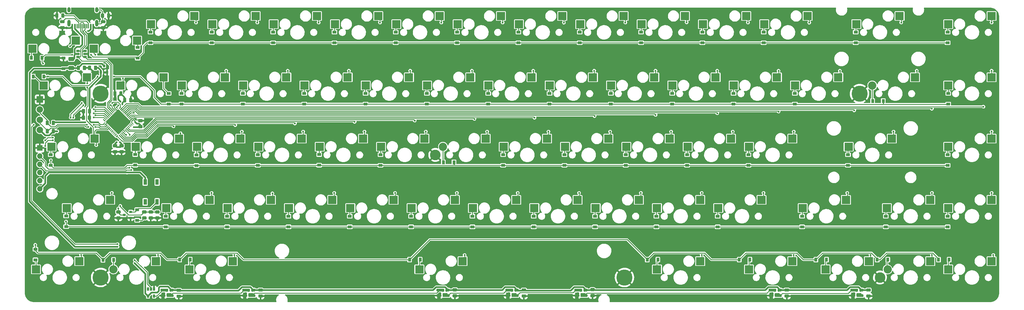
<source format=gbr>
%TF.GenerationSoftware,KiCad,Pcbnew,(5.99.0-2809-gaceed2b0a4)*%
%TF.CreationDate,2020-09-01T01:10:01-04:00*%
%TF.ProjectId,athene-pcb-f072,61746865-6e65-42d7-9063-622d66303732,rev?*%
%TF.SameCoordinates,Original*%
%TF.FileFunction,Copper,L2,Bot*%
%TF.FilePolarity,Positive*%
%FSLAX46Y46*%
G04 Gerber Fmt 4.6, Leading zero omitted, Abs format (unit mm)*
G04 Created by KiCad (PCBNEW (5.99.0-2809-gaceed2b0a4)) date 2020-09-01 01:10:01*
%MOMM*%
%LPD*%
G01*
G04 APERTURE LIST*
%TA.AperFunction,ComponentPad*%
%ADD10C,5.000000*%
%TD*%
%TA.AperFunction,ComponentPad*%
%ADD11C,3.300000*%
%TD*%
%TA.AperFunction,ComponentPad*%
%ADD12R,1.700000X1.700000*%
%TD*%
%TA.AperFunction,ComponentPad*%
%ADD13O,1.700000X1.700000*%
%TD*%
%TA.AperFunction,SMDPad,CuDef*%
%ADD14R,1.200000X0.900000*%
%TD*%
%TA.AperFunction,SMDPad,CuDef*%
%ADD15R,2.550000X2.500000*%
%TD*%
%TA.AperFunction,SMDPad,CuDef*%
%ADD16R,0.600000X1.450000*%
%TD*%
%TA.AperFunction,SMDPad,CuDef*%
%ADD17R,0.300000X1.450000*%
%TD*%
%TA.AperFunction,ComponentPad*%
%ADD18O,1.000000X2.100000*%
%TD*%
%TA.AperFunction,ComponentPad*%
%ADD19O,1.000000X1.600000*%
%TD*%
%TA.AperFunction,SMDPad,CuDef*%
%ADD20R,0.800000X0.900000*%
%TD*%
%TA.AperFunction,SMDPad,CuDef*%
%ADD21R,0.900000X1.200000*%
%TD*%
%TA.AperFunction,SMDPad,CuDef*%
%ADD22O,1.500000X0.850000*%
%TD*%
%TA.AperFunction,SMDPad,CuDef*%
%ADD23O,2.200000X0.850000*%
%TD*%
%TA.AperFunction,SMDPad,CuDef*%
%ADD24R,1.600000X0.850000*%
%TD*%
%TA.AperFunction,SMDPad,CuDef*%
%ADD25O,1.300000X0.850000*%
%TD*%
%TA.AperFunction,ComponentPad*%
%ADD26R,1.998980X1.998980*%
%TD*%
%TA.AperFunction,ComponentPad*%
%ADD27C,1.998980*%
%TD*%
%TA.AperFunction,SMDPad,CuDef*%
%ADD28R,0.650000X1.060000*%
%TD*%
%TA.AperFunction,SMDPad,CuDef*%
%ADD29C,2.550000*%
%TD*%
%TA.AperFunction,SMDPad,CuDef*%
%ADD30R,1.100000X1.800000*%
%TD*%
%TA.AperFunction,SMDPad,CuDef*%
%ADD31R,0.900000X0.800000*%
%TD*%
%TA.AperFunction,SMDPad,CuDef*%
%ADD32R,1.060000X0.650000*%
%TD*%
%TA.AperFunction,ViaPad*%
%ADD33C,0.600000*%
%TD*%
%TA.AperFunction,Conductor*%
%ADD34C,0.500000*%
%TD*%
%TA.AperFunction,Conductor*%
%ADD35C,0.250000*%
%TD*%
G04 APERTURE END LIST*
D10*
%TO.P,H4,1,1*%
%TO.N,GND*%
X203200000Y-101600000D03*
%TD*%
D11*
%TO.P,H5,1,1*%
%TO.N,GND*%
X282575000Y-101600000D03*
%TD*%
%TO.P,H3,1,1*%
%TO.N,GND*%
X144462500Y-63500000D03*
%TD*%
D10*
%TO.P,H2,1,1*%
%TO.N,GND*%
X40481250Y-101600000D03*
%TD*%
%TO.P,H1,1,1*%
%TO.N,GND*%
X40481250Y-44450000D03*
%TD*%
D12*
%TO.P,J3,1,Pin_1*%
%TO.N,GND*%
X21590000Y-61366400D03*
D13*
%TO.P,J3,2,Pin_2*%
%TO.N,NRST*%
X21590000Y-63906400D03*
%TO.P,J3,3,Pin_3*%
%TO.N,BOOT0*%
X21590000Y-66446400D03*
%TO.P,J3,4,Pin_4*%
%TO.N,SWDIO*%
X21590000Y-68986400D03*
%TO.P,J3,5,Pin_5*%
%TO.N,SWCLK*%
X21590000Y-71526400D03*
%TO.P,J3,6,Pin_6*%
%TO.N,+3V3*%
X21590000Y-74066400D03*
%TD*%
D10*
%TO.P,H6,1,1*%
%TO.N,GND*%
X276225000Y-44454000D03*
%TD*%
D14*
%TO.P,D32,1,K*%
%TO.N,ROW2*%
X51196875Y-66675000D03*
%TO.P,D32,2,A*%
%TO.N,Net-(D32-Pad2)*%
X51196875Y-63375000D03*
%TD*%
%TO.P,D13,1,K*%
%TO.N,ROW0*%
X246459375Y-28637500D03*
%TO.P,D13,2,A*%
%TO.N,Net-(D13-Pad2)*%
X246459375Y-25337500D03*
%TD*%
%TO.P,C9,1*%
%TO.N,+3V3*%
%TA.AperFunction,SMDPad,CuDef*%
G36*
G01*
X44501750Y-60170000D02*
X45414250Y-60170000D01*
G75*
G02*
X45658000Y-60413750I0J-243750D01*
G01*
X45658000Y-60901250D01*
G75*
G02*
X45414250Y-61145000I-243750J0D01*
G01*
X44501750Y-61145000D01*
G75*
G02*
X44258000Y-60901250I0J243750D01*
G01*
X44258000Y-60413750D01*
G75*
G02*
X44501750Y-60170000I243750J0D01*
G01*
G37*
%TD.AperFunction*%
%TO.P,C9,2*%
%TO.N,GND*%
%TA.AperFunction,SMDPad,CuDef*%
G36*
G01*
X44501750Y-62045000D02*
X45414250Y-62045000D01*
G75*
G02*
X45658000Y-62288750I0J-243750D01*
G01*
X45658000Y-62776250D01*
G75*
G02*
X45414250Y-63020000I-243750J0D01*
G01*
X44501750Y-63020000D01*
G75*
G02*
X44258000Y-62776250I0J243750D01*
G01*
X44258000Y-62288750D01*
G75*
G02*
X44501750Y-62045000I243750J0D01*
G01*
G37*
%TD.AperFunction*%
%TD*%
%TO.P,D30,1,K*%
%TO.N,ROW1*%
X303768125Y-47687500D03*
%TO.P,D30,2,A*%
%TO.N,Net-(D30-Pad2)*%
X303768125Y-44387500D03*
%TD*%
%TO.P,C2,1*%
%TO.N,+3V3*%
%TA.AperFunction,SMDPad,CuDef*%
G36*
G01*
X39398000Y-35992750D02*
X39398000Y-36905250D01*
G75*
G02*
X39154250Y-37149000I-243750J0D01*
G01*
X38666750Y-37149000D01*
G75*
G02*
X38423000Y-36905250I0J243750D01*
G01*
X38423000Y-35992750D01*
G75*
G02*
X38666750Y-35749000I243750J0D01*
G01*
X39154250Y-35749000D01*
G75*
G02*
X39398000Y-35992750I0J-243750D01*
G01*
G37*
%TD.AperFunction*%
%TO.P,C2,2*%
%TO.N,GND*%
%TA.AperFunction,SMDPad,CuDef*%
G36*
G01*
X37523000Y-35992750D02*
X37523000Y-36905250D01*
G75*
G02*
X37279250Y-37149000I-243750J0D01*
G01*
X36791750Y-37149000D01*
G75*
G02*
X36548000Y-36905250I0J243750D01*
G01*
X36548000Y-35992750D01*
G75*
G02*
X36791750Y-35749000I243750J0D01*
G01*
X37279250Y-35749000D01*
G75*
G02*
X37523000Y-35992750I0J-243750D01*
G01*
G37*
%TD.AperFunction*%
%TD*%
D15*
%TO.P,K54,1*%
%TO.N,Net-(D54-Pad2)*%
X213302500Y-80010000D03*
%TO.P,K54,2*%
%TO.N,COL9*%
X226752500Y-77470000D03*
%TD*%
D14*
%TO.P,D6,1,K*%
%TO.N,ROW0*%
X113109375Y-28637500D03*
%TO.P,D6,2,A*%
%TO.N,Net-(D6-Pad2)*%
X113109375Y-25337500D03*
%TD*%
D16*
%TO.P,J1,1,GND*%
%TO.N,GND*%
X31700000Y-23507500D03*
%TO.P,J1,2,VBUS*%
%TO.N,VBUS*%
X32475000Y-23507500D03*
D17*
%TO.P,J1,3,SBU2*%
%TO.N,Net-(J1-Pad3)*%
X33175000Y-23507500D03*
%TO.P,J1,4,CC1*%
%TO.N,Net-(J1-Pad4)*%
X33675000Y-23507500D03*
%TO.P,J1,5,DN2*%
%TO.N,D-*%
X34175000Y-23507500D03*
%TO.P,J1,6,DP1*%
%TO.N,D+*%
X34675000Y-23507500D03*
%TO.P,J1,7,DN1*%
%TO.N,D-*%
X35175000Y-23507500D03*
%TO.P,J1,8,DP2*%
%TO.N,D+*%
X35675000Y-23507500D03*
%TO.P,J1,9,SBU1*%
%TO.N,Net-(J1-Pad9)*%
X36175000Y-23507500D03*
%TO.P,J1,10,CC2*%
%TO.N,Net-(J1-Pad10)*%
X36675000Y-23507500D03*
D16*
%TO.P,J1,11,VBUS*%
%TO.N,VBUS*%
X37375000Y-23507500D03*
%TO.P,J1,12,GND*%
%TO.N,GND*%
X38150000Y-23507500D03*
D18*
%TO.P,J1,13,SHIELD*%
%TO.N,Net-(C10-Pad1)*%
X30605000Y-22592500D03*
D19*
X39245000Y-18412500D03*
X30605000Y-18412500D03*
D18*
X39245000Y-22592500D03*
%TD*%
D14*
%TO.P,D5,1,K*%
%TO.N,ROW0*%
X94059375Y-28637500D03*
%TO.P,D5,2,A*%
%TO.N,Net-(D5-Pad2)*%
X94059375Y-25337500D03*
%TD*%
D15*
%TO.P,K14,1*%
%TO.N,Net-(D14-Pad2)*%
X275215000Y-22860000D03*
%TO.P,K14,2*%
%TO.N,COL13*%
X288665000Y-20320000D03*
%TD*%
D14*
%TO.P,D3,1,K*%
%TO.N,ROW0*%
X55959375Y-28637500D03*
%TO.P,D3,2,A*%
%TO.N,Net-(D3-Pad2)*%
X55959375Y-25337500D03*
%TD*%
%TO.P,D40,1,K*%
%TO.N,ROW2*%
X203596875Y-66737500D03*
%TO.P,D40,2,A*%
%TO.N,Net-(D40-Pad2)*%
X203596875Y-63437500D03*
%TD*%
%TO.P,C18,1*%
%TO.N,NRST*%
%TA.AperFunction,SMDPad,CuDef*%
G36*
G01*
X45552550Y-80744000D02*
X46465050Y-80744000D01*
G75*
G02*
X46708800Y-80987750I0J-243750D01*
G01*
X46708800Y-81475250D01*
G75*
G02*
X46465050Y-81719000I-243750J0D01*
G01*
X45552550Y-81719000D01*
G75*
G02*
X45308800Y-81475250I0J243750D01*
G01*
X45308800Y-80987750D01*
G75*
G02*
X45552550Y-80744000I243750J0D01*
G01*
G37*
%TD.AperFunction*%
%TO.P,C18,2*%
%TO.N,GND*%
%TA.AperFunction,SMDPad,CuDef*%
G36*
G01*
X45552550Y-82619000D02*
X46465050Y-82619000D01*
G75*
G02*
X46708800Y-82862750I0J-243750D01*
G01*
X46708800Y-83350250D01*
G75*
G02*
X46465050Y-83594000I-243750J0D01*
G01*
X45552550Y-83594000D01*
G75*
G02*
X45308800Y-83350250I0J243750D01*
G01*
X45308800Y-82862750D01*
G75*
G02*
X45552550Y-82619000I243750J0D01*
G01*
G37*
%TD.AperFunction*%
%TD*%
%TO.P,D7,1,K*%
%TO.N,ROW0*%
X132159375Y-28637500D03*
%TO.P,D7,2,A*%
%TO.N,Net-(D7-Pad2)*%
X132159375Y-25337500D03*
%TD*%
D20*
%TO.P,U3,1,GND*%
%TO.N,GND*%
X42479000Y-37830000D03*
%TO.P,U3,2,VO*%
%TO.N,+3V3*%
X40579000Y-37830000D03*
%TO.P,U3,3,VI*%
%TO.N,+5V*%
X41529000Y-35830000D03*
%TD*%
D15*
%TO.P,K58,1*%
%TO.N,Net-(D58-Pad2)*%
X303790000Y-80010000D03*
%TO.P,K58,2*%
%TO.N,COL14*%
X317240000Y-77470000D03*
%TD*%
%TO.P,K24,1*%
%TO.N,Net-(D24-Pad2)*%
X179965000Y-41910000D03*
%TO.P,K24,2*%
%TO.N,COL8*%
X193415000Y-39370000D03*
%TD*%
D14*
%TO.P,D25,1,K*%
%TO.N,ROW1*%
X198993125Y-47687500D03*
%TO.P,D25,2,A*%
%TO.N,Net-(D25-Pad2)*%
X198993125Y-44387500D03*
%TD*%
%TO.P,D27,1,K*%
%TO.N,ROW1*%
X237093125Y-47687500D03*
%TO.P,D27,2,A*%
%TO.N,Net-(D27-Pad2)*%
X237093125Y-44387500D03*
%TD*%
%TO.P,D43,1,K*%
%TO.N,ROW2*%
X272653125Y-66737500D03*
%TO.P,D43,2,A*%
%TO.N,Net-(D43-Pad2)*%
X272653125Y-63437500D03*
%TD*%
%TO.P,C6,1*%
%TO.N,+3V3*%
%TA.AperFunction,SMDPad,CuDef*%
G36*
G01*
X47272000Y-43993750D02*
X47272000Y-44906250D01*
G75*
G02*
X47028250Y-45150000I-243750J0D01*
G01*
X46540750Y-45150000D01*
G75*
G02*
X46297000Y-44906250I0J243750D01*
G01*
X46297000Y-43993750D01*
G75*
G02*
X46540750Y-43750000I243750J0D01*
G01*
X47028250Y-43750000D01*
G75*
G02*
X47272000Y-43993750I0J-243750D01*
G01*
G37*
%TD.AperFunction*%
%TO.P,C6,2*%
%TO.N,GND*%
%TA.AperFunction,SMDPad,CuDef*%
G36*
G01*
X45397000Y-43993750D02*
X45397000Y-44906250D01*
G75*
G02*
X45153250Y-45150000I-243750J0D01*
G01*
X44665750Y-45150000D01*
G75*
G02*
X44422000Y-44906250I0J243750D01*
G01*
X44422000Y-43993750D01*
G75*
G02*
X44665750Y-43750000I243750J0D01*
G01*
X45153250Y-43750000D01*
G75*
G02*
X45397000Y-43993750I0J-243750D01*
G01*
G37*
%TD.AperFunction*%
%TD*%
D15*
%TO.P,K51,1*%
%TO.N,Net-(D51-Pad2)*%
X156152500Y-80010000D03*
%TO.P,K51,2*%
%TO.N,COL6*%
X169602500Y-77470000D03*
%TD*%
D14*
%TO.P,D2,1,K*%
%TO.N,ROW0*%
X51990625Y-33400000D03*
%TO.P,D2,2,A*%
%TO.N,Net-(D2-Pad2)*%
X51990625Y-30100000D03*
%TD*%
D15*
%TO.P,K22,1*%
%TO.N,Net-(D22-Pad2)*%
X141865000Y-41910000D03*
%TO.P,K22,2*%
%TO.N,COL6*%
X155315000Y-39370000D03*
%TD*%
D14*
%TO.P,D49,1,K*%
%TO.N,ROW3*%
X117871875Y-85850000D03*
%TO.P,D49,2,A*%
%TO.N,Net-(D49-Pad2)*%
X117871875Y-82550000D03*
%TD*%
D15*
%TO.P,K59,1*%
%TO.N,Net-(D59-Pad2)*%
X20421250Y-99060000D03*
%TO.P,K59,2*%
%TO.N,COL0*%
X33871250Y-96520000D03*
%TD*%
%TO.P,K15,1*%
%TO.N,Net-(D15-Pad2)*%
X303790000Y-22860000D03*
%TO.P,K15,2*%
%TO.N,COL14*%
X317240000Y-20320000D03*
%TD*%
D14*
%TO.P,D50,1,K*%
%TO.N,ROW3*%
X136921875Y-85850000D03*
%TO.P,D50,2,A*%
%TO.N,Net-(D50-Pad2)*%
X136921875Y-82550000D03*
%TD*%
D21*
%TO.P,D1,1,K*%
%TO.N,ROW0*%
X22294326Y-33337500D03*
%TO.P,D1,2,A*%
%TO.N,Net-(D1-Pad2)*%
X18994326Y-33337500D03*
%TD*%
D15*
%TO.P,K6,1*%
%TO.N,Net-(D6-Pad2)*%
X113290000Y-22860000D03*
%TO.P,K6,2*%
%TO.N,COL5*%
X126740000Y-20320000D03*
%TD*%
%TO.P,K55,1*%
%TO.N,Net-(D55-Pad2)*%
X232352500Y-80010000D03*
%TO.P,K55,2*%
%TO.N,COL10*%
X245802500Y-77470000D03*
%TD*%
D14*
%TO.P,D38,1,K*%
%TO.N,ROW2*%
X165496875Y-66737500D03*
%TO.P,D38,2,A*%
%TO.N,Net-(D38-Pad2)*%
X165496875Y-63437500D03*
%TD*%
%TO.P,D36,1,K*%
%TO.N,ROW2*%
X127396875Y-66737500D03*
%TO.P,D36,2,A*%
%TO.N,Net-(D36-Pad2)*%
X127396875Y-63437500D03*
%TD*%
D15*
%TO.P,K9,1*%
%TO.N,Net-(D9-Pad2)*%
X170440000Y-22860000D03*
%TO.P,K9,2*%
%TO.N,COL8*%
X183890000Y-20320000D03*
%TD*%
%TO.P,K53,1*%
%TO.N,Net-(D53-Pad2)*%
X194252500Y-80010000D03*
%TO.P,K53,2*%
%TO.N,COL8*%
X207702500Y-77470000D03*
%TD*%
D22*
%TO.P,RGB3,1,VSS*%
%TO.N,GND*%
X145543750Y-107237500D03*
%TA.AperFunction,SMDPad,CuDef*%
G36*
G01*
X144793750Y-107462750D02*
X144793750Y-107012250D01*
G75*
G02*
X144993500Y-106812500I199750J0D01*
G01*
X145594000Y-106812500D01*
G75*
G02*
X145793750Y-107012250I0J-199750D01*
G01*
X145793750Y-107462750D01*
G75*
G02*
X145594000Y-107662500I-199750J0D01*
G01*
X144993500Y-107662500D01*
G75*
G02*
X144793750Y-107462750I0J199750D01*
G01*
G37*
%TD.AperFunction*%
%TA.AperFunction,SMDPad,CuDef*%
G36*
G01*
X145443750Y-107450000D02*
X145443750Y-106425000D01*
G75*
G02*
X145656250Y-106212500I212500J0D01*
G01*
X146081250Y-106212500D01*
G75*
G02*
X146293750Y-106425000I0J-212500D01*
G01*
X146293750Y-107450000D01*
G75*
G02*
X146081250Y-107662500I-212500J0D01*
G01*
X145656250Y-107662500D01*
G75*
G02*
X145443750Y-107450000I0J212500D01*
G01*
G37*
%TD.AperFunction*%
%TO.P,RGB3,2,DIN*%
%TO.N,Net-(RGB2-Pad4)*%
%TA.AperFunction,SMDPad,CuDef*%
G36*
G01*
X144793750Y-105712750D02*
X144793750Y-105262250D01*
G75*
G02*
X144993500Y-105062500I199750J0D01*
G01*
X145594000Y-105062500D01*
G75*
G02*
X145793750Y-105262250I0J-199750D01*
G01*
X145793750Y-105712750D01*
G75*
G02*
X145594000Y-105912500I-199750J0D01*
G01*
X144993500Y-105912500D01*
G75*
G02*
X144793750Y-105712750I0J199750D01*
G01*
G37*
%TD.AperFunction*%
D23*
X145893750Y-105487500D03*
%TA.AperFunction,SMDPad,CuDef*%
G36*
G01*
X146331250Y-105806875D02*
X146331250Y-105268125D01*
G75*
G02*
X146536875Y-105062500I205625J0D01*
G01*
X147000625Y-105062500D01*
G75*
G02*
X147206250Y-105268125I0J-205625D01*
G01*
X147206250Y-105806875D01*
G75*
G02*
X147000625Y-106012500I-205625J0D01*
G01*
X146536875Y-106012500D01*
G75*
G02*
X146331250Y-105806875I0J205625D01*
G01*
G37*
%TD.AperFunction*%
D24*
X146093750Y-105487500D03*
%TO.P,RGB3,3,VDD*%
%TO.N,+5V*%
%TA.AperFunction,SMDPad,CuDef*%
G36*
G01*
X147598750Y-105812950D02*
X147598750Y-105262050D01*
G75*
G02*
X147798300Y-105062500I199550J0D01*
G01*
X148049200Y-105062500D01*
G75*
G02*
X148248750Y-105262050I0J-199550D01*
G01*
X148248750Y-105812950D01*
G75*
G02*
X148049200Y-106012500I-199550J0D01*
G01*
X147798300Y-106012500D01*
G75*
G02*
X147598750Y-105812950I0J199550D01*
G01*
G37*
%TD.AperFunction*%
%TA.AperFunction,SMDPad,CuDef*%
G36*
G01*
X147893750Y-105712750D02*
X147893750Y-105262250D01*
G75*
G02*
X148093500Y-105062500I199750J0D01*
G01*
X148694000Y-105062500D01*
G75*
G02*
X148893750Y-105262250I0J-199750D01*
G01*
X148893750Y-105712750D01*
G75*
G02*
X148694000Y-105912500I-199750J0D01*
G01*
X148093500Y-105912500D01*
G75*
G02*
X147893750Y-105712750I0J199750D01*
G01*
G37*
%TD.AperFunction*%
D25*
X148243750Y-105487500D03*
D23*
%TO.P,RGB3,4,DOUT*%
%TO.N,Net-(RGB3-Pad4)*%
X147793750Y-107237500D03*
%TA.AperFunction,SMDPad,CuDef*%
G36*
G01*
X146693750Y-107467500D02*
X146693750Y-106617500D01*
G75*
G02*
X146893750Y-106417500I200000J0D01*
G01*
X148043750Y-106417500D01*
G75*
G02*
X148243750Y-106617500I0J-200000D01*
G01*
X148243750Y-107467500D01*
G75*
G02*
X148043750Y-107667500I-200000J0D01*
G01*
X146893750Y-107667500D01*
G75*
G02*
X146693750Y-107467500I0J200000D01*
G01*
G37*
%TD.AperFunction*%
%TA.AperFunction,SMDPad,CuDef*%
G36*
G01*
X147893750Y-107462750D02*
X147893750Y-107012250D01*
G75*
G02*
X148093500Y-106812500I199750J0D01*
G01*
X148694000Y-106812500D01*
G75*
G02*
X148893750Y-107012250I0J-199750D01*
G01*
X148893750Y-107462750D01*
G75*
G02*
X148694000Y-107662500I-199750J0D01*
G01*
X148093500Y-107662500D01*
G75*
G02*
X147893750Y-107462750I0J199750D01*
G01*
G37*
%TD.AperFunction*%
%TD*%
D15*
%TO.P,K31,1*%
%TO.N,Net-(D31-Pad2)*%
X25183750Y-60960000D03*
%TO.P,K31,2*%
%TO.N,COL0*%
X38633750Y-58420000D03*
%TD*%
D14*
%TO.P,D46,1,K*%
%TO.N,ROW3*%
X60721875Y-85850000D03*
%TO.P,D46,2,A*%
%TO.N,Net-(D46-Pad2)*%
X60721875Y-82550000D03*
%TD*%
D21*
%TO.P,D16,1,K*%
%TO.N,ROW1*%
X22859000Y-39116000D03*
%TO.P,D16,2,A*%
%TO.N,Net-(D16-Pad2)*%
X19559000Y-39116000D03*
%TD*%
D14*
%TO.P,D68,1,K*%
%TO.N,Net-(D68-Pad1)*%
X51850800Y-83819000D03*
%TO.P,D68,2,A*%
%TO.N,Net-(D68-Pad2)*%
X51850800Y-80519000D03*
%TD*%
%TO.P,R4,1*%
%TO.N,BOOT0*%
%TA.AperFunction,SMDPad,CuDef*%
G36*
G01*
X57658950Y-80744000D02*
X58571450Y-80744000D01*
G75*
G02*
X58815200Y-80987750I0J-243750D01*
G01*
X58815200Y-81475250D01*
G75*
G02*
X58571450Y-81719000I-243750J0D01*
G01*
X57658950Y-81719000D01*
G75*
G02*
X57415200Y-81475250I0J243750D01*
G01*
X57415200Y-80987750D01*
G75*
G02*
X57658950Y-80744000I243750J0D01*
G01*
G37*
%TD.AperFunction*%
%TO.P,R4,2*%
%TO.N,GND*%
%TA.AperFunction,SMDPad,CuDef*%
G36*
G01*
X57658950Y-82619000D02*
X58571450Y-82619000D01*
G75*
G02*
X58815200Y-82862750I0J-243750D01*
G01*
X58815200Y-83350250D01*
G75*
G02*
X58571450Y-83594000I-243750J0D01*
G01*
X57658950Y-83594000D01*
G75*
G02*
X57415200Y-83350250I0J243750D01*
G01*
X57415200Y-82862750D01*
G75*
G02*
X57658950Y-82619000I243750J0D01*
G01*
G37*
%TD.AperFunction*%
%TD*%
D15*
%TO.P,K28,1*%
%TO.N,Net-(D28-Pad2)*%
X256165000Y-41910000D03*
%TO.P,K28,2*%
%TO.N,COL12*%
X269615000Y-39370000D03*
%TD*%
D14*
%TO.P,D39,1,K*%
%TO.N,ROW2*%
X184546875Y-66737500D03*
%TO.P,D39,2,A*%
%TO.N,Net-(D39-Pad2)*%
X184546875Y-63437500D03*
%TD*%
%TO.P,D58,1,K*%
%TO.N,ROW3*%
X303609375Y-85850000D03*
%TO.P,D58,2,A*%
%TO.N,Net-(D58-Pad2)*%
X303609375Y-82550000D03*
%TD*%
D15*
%TO.P,K30,1*%
%TO.N,Net-(D30-Pad2)*%
X303790000Y-41910000D03*
%TO.P,K30,2*%
%TO.N,COL14*%
X317240000Y-39370000D03*
%TD*%
%TO.P,R5,1*%
%TO.N,+3V3*%
%TA.AperFunction,SMDPad,CuDef*%
G36*
G01*
X26258391Y-53099144D02*
X26258391Y-54011644D01*
G75*
G02*
X26014641Y-54255394I-243750J0D01*
G01*
X25527141Y-54255394D01*
G75*
G02*
X25283391Y-54011644I0J243750D01*
G01*
X25283391Y-53099144D01*
G75*
G02*
X25527141Y-52855394I243750J0D01*
G01*
X26014641Y-52855394D01*
G75*
G02*
X26258391Y-53099144I0J-243750D01*
G01*
G37*
%TD.AperFunction*%
%TO.P,R5,2*%
%TO.N,I2C2_SDA*%
%TA.AperFunction,SMDPad,CuDef*%
G36*
G01*
X24383391Y-53099144D02*
X24383391Y-54011644D01*
G75*
G02*
X24139641Y-54255394I-243750J0D01*
G01*
X23652141Y-54255394D01*
G75*
G02*
X23408391Y-54011644I0J243750D01*
G01*
X23408391Y-53099144D01*
G75*
G02*
X23652141Y-52855394I243750J0D01*
G01*
X24139641Y-52855394D01*
G75*
G02*
X24383391Y-53099144I0J-243750D01*
G01*
G37*
%TD.AperFunction*%
%TD*%
D14*
%TO.P,D14,1,K*%
%TO.N,ROW0*%
X275034375Y-28637500D03*
%TO.P,D14,2,A*%
%TO.N,Net-(D14-Pad2)*%
X275034375Y-25337500D03*
%TD*%
%TO.P,D53,1,K*%
%TO.N,ROW3*%
X194071875Y-85850000D03*
%TO.P,D53,2,A*%
%TO.N,Net-(D53-Pad2)*%
X194071875Y-82550000D03*
%TD*%
%TO.P,D26,1,K*%
%TO.N,ROW1*%
X218043125Y-47687500D03*
%TO.P,D26,2,A*%
%TO.N,Net-(D26-Pad2)*%
X218043125Y-44387500D03*
%TD*%
%TO.P,D19,1,K*%
%TO.N,ROW1*%
X84693125Y-47687500D03*
%TO.P,D19,2,A*%
%TO.N,Net-(D19-Pad2)*%
X84693125Y-44387500D03*
%TD*%
D15*
%TO.P,K23,1*%
%TO.N,Net-(D23-Pad2)*%
X160915000Y-41910000D03*
%TO.P,K23,2*%
%TO.N,COL7*%
X174365000Y-39370000D03*
%TD*%
D22*
%TO.P,RGB6,1,VSS*%
%TO.N,GND*%
X248731250Y-107237500D03*
%TA.AperFunction,SMDPad,CuDef*%
G36*
G01*
X247981250Y-107462750D02*
X247981250Y-107012250D01*
G75*
G02*
X248181000Y-106812500I199750J0D01*
G01*
X248781500Y-106812500D01*
G75*
G02*
X248981250Y-107012250I0J-199750D01*
G01*
X248981250Y-107462750D01*
G75*
G02*
X248781500Y-107662500I-199750J0D01*
G01*
X248181000Y-107662500D01*
G75*
G02*
X247981250Y-107462750I0J199750D01*
G01*
G37*
%TD.AperFunction*%
%TA.AperFunction,SMDPad,CuDef*%
G36*
G01*
X248631250Y-107450000D02*
X248631250Y-106425000D01*
G75*
G02*
X248843750Y-106212500I212500J0D01*
G01*
X249268750Y-106212500D01*
G75*
G02*
X249481250Y-106425000I0J-212500D01*
G01*
X249481250Y-107450000D01*
G75*
G02*
X249268750Y-107662500I-212500J0D01*
G01*
X248843750Y-107662500D01*
G75*
G02*
X248631250Y-107450000I0J212500D01*
G01*
G37*
%TD.AperFunction*%
%TO.P,RGB6,2,DIN*%
%TO.N,Net-(RGB5-Pad4)*%
%TA.AperFunction,SMDPad,CuDef*%
G36*
G01*
X247981250Y-105712750D02*
X247981250Y-105262250D01*
G75*
G02*
X248181000Y-105062500I199750J0D01*
G01*
X248781500Y-105062500D01*
G75*
G02*
X248981250Y-105262250I0J-199750D01*
G01*
X248981250Y-105712750D01*
G75*
G02*
X248781500Y-105912500I-199750J0D01*
G01*
X248181000Y-105912500D01*
G75*
G02*
X247981250Y-105712750I0J199750D01*
G01*
G37*
%TD.AperFunction*%
%TA.AperFunction,SMDPad,CuDef*%
G36*
G01*
X249518750Y-105806875D02*
X249518750Y-105268125D01*
G75*
G02*
X249724375Y-105062500I205625J0D01*
G01*
X250188125Y-105062500D01*
G75*
G02*
X250393750Y-105268125I0J-205625D01*
G01*
X250393750Y-105806875D01*
G75*
G02*
X250188125Y-106012500I-205625J0D01*
G01*
X249724375Y-106012500D01*
G75*
G02*
X249518750Y-105806875I0J205625D01*
G01*
G37*
%TD.AperFunction*%
D23*
X249081250Y-105487500D03*
D24*
X249281250Y-105487500D03*
%TO.P,RGB6,3,VDD*%
%TO.N,+5V*%
%TA.AperFunction,SMDPad,CuDef*%
G36*
G01*
X251081250Y-105712750D02*
X251081250Y-105262250D01*
G75*
G02*
X251281000Y-105062500I199750J0D01*
G01*
X251881500Y-105062500D01*
G75*
G02*
X252081250Y-105262250I0J-199750D01*
G01*
X252081250Y-105712750D01*
G75*
G02*
X251881500Y-105912500I-199750J0D01*
G01*
X251281000Y-105912500D01*
G75*
G02*
X251081250Y-105712750I0J199750D01*
G01*
G37*
%TD.AperFunction*%
%TA.AperFunction,SMDPad,CuDef*%
G36*
G01*
X250786250Y-105812950D02*
X250786250Y-105262050D01*
G75*
G02*
X250985800Y-105062500I199550J0D01*
G01*
X251236700Y-105062500D01*
G75*
G02*
X251436250Y-105262050I0J-199550D01*
G01*
X251436250Y-105812950D01*
G75*
G02*
X251236700Y-106012500I-199550J0D01*
G01*
X250985800Y-106012500D01*
G75*
G02*
X250786250Y-105812950I0J199550D01*
G01*
G37*
%TD.AperFunction*%
D25*
X251431250Y-105487500D03*
%TO.P,RGB6,4,DOUT*%
%TO.N,Net-(RGB6-Pad4)*%
%TA.AperFunction,SMDPad,CuDef*%
G36*
G01*
X249881250Y-107467500D02*
X249881250Y-106617500D01*
G75*
G02*
X250081250Y-106417500I200000J0D01*
G01*
X251231250Y-106417500D01*
G75*
G02*
X251431250Y-106617500I0J-200000D01*
G01*
X251431250Y-107467500D01*
G75*
G02*
X251231250Y-107667500I-200000J0D01*
G01*
X250081250Y-107667500D01*
G75*
G02*
X249881250Y-107467500I0J200000D01*
G01*
G37*
%TD.AperFunction*%
D23*
X250981250Y-107237500D03*
%TA.AperFunction,SMDPad,CuDef*%
G36*
G01*
X251081250Y-107462750D02*
X251081250Y-107012250D01*
G75*
G02*
X251281000Y-106812500I199750J0D01*
G01*
X251881500Y-106812500D01*
G75*
G02*
X252081250Y-107012250I0J-199750D01*
G01*
X252081250Y-107462750D01*
G75*
G02*
X251881500Y-107662500I-199750J0D01*
G01*
X251281000Y-107662500D01*
G75*
G02*
X251081250Y-107462750I0J199750D01*
G01*
G37*
%TD.AperFunction*%
%TD*%
D26*
%TO.P,J2,1,Pin_1*%
%TO.N,GND*%
X21590000Y-46228000D03*
D27*
%TO.P,J2,2,Pin_2*%
%TO.N,I2C2_SDA*%
X21590000Y-49403000D03*
%TO.P,J2,3,Pin_3*%
%TO.N,I2C2_SCL*%
X21590000Y-52578000D03*
%TO.P,J2,4,Pin_4*%
%TO.N,+3V3*%
X21590000Y-55753000D03*
%TD*%
D14*
%TO.P,D57,1,K*%
%TO.N,ROW3*%
X284400625Y-85850000D03*
%TO.P,D57,2,A*%
%TO.N,Net-(D57-Pad2)*%
X284400625Y-82550000D03*
%TD*%
D21*
%TO.P,D29,1,K*%
%TO.N,ROW1*%
X283590000Y-46736000D03*
%TO.P,D29,2,A*%
%TO.N,Net-(D29-Pad2)*%
X280290000Y-46736000D03*
%TD*%
D15*
%TO.P,K17,1*%
%TO.N,COL1*%
X46615000Y-41910000D03*
%TO.P,K17,2*%
%TO.N,Net-(D17-Pad2)*%
X60065000Y-39370000D03*
%TD*%
%TO.P,K26,1*%
%TO.N,Net-(D26-Pad2)*%
X218065000Y-41910000D03*
%TO.P,K26,2*%
%TO.N,COL10*%
X231515000Y-39370000D03*
%TD*%
D21*
%TO.P,D63,1,K*%
%TO.N,ROW4*%
X210281250Y-96043750D03*
%TO.P,D63,2,A*%
%TO.N,Net-(D63-Pad2)*%
X213581250Y-96043750D03*
%TD*%
D14*
%TO.P,D45,1,K*%
%TO.N,ROW3*%
X29765625Y-85787500D03*
%TO.P,D45,2,A*%
%TO.N,Net-(D45-Pad2)*%
X29765625Y-82487500D03*
%TD*%
%TO.P,D47,1,K*%
%TO.N,ROW3*%
X79771875Y-85850000D03*
%TO.P,D47,2,A*%
%TO.N,Net-(D47-Pad2)*%
X79771875Y-82550000D03*
%TD*%
D15*
%TO.P,K61,1*%
%TO.N,Net-(D61-Pad2)*%
X68046250Y-99060000D03*
%TO.P,K61,2*%
%TO.N,COL2*%
X81496250Y-96520000D03*
%TD*%
%TO.P,RGB2,1,VSS*%
%TO.N,GND*%
%TA.AperFunction,SMDPad,CuDef*%
G36*
G01*
X84468750Y-107462750D02*
X84468750Y-107012250D01*
G75*
G02*
X84668500Y-106812500I199750J0D01*
G01*
X85269000Y-106812500D01*
G75*
G02*
X85468750Y-107012250I0J-199750D01*
G01*
X85468750Y-107462750D01*
G75*
G02*
X85269000Y-107662500I-199750J0D01*
G01*
X84668500Y-107662500D01*
G75*
G02*
X84468750Y-107462750I0J199750D01*
G01*
G37*
%TD.AperFunction*%
%TA.AperFunction,SMDPad,CuDef*%
G36*
G01*
X85118750Y-107450000D02*
X85118750Y-106425000D01*
G75*
G02*
X85331250Y-106212500I212500J0D01*
G01*
X85756250Y-106212500D01*
G75*
G02*
X85968750Y-106425000I0J-212500D01*
G01*
X85968750Y-107450000D01*
G75*
G02*
X85756250Y-107662500I-212500J0D01*
G01*
X85331250Y-107662500D01*
G75*
G02*
X85118750Y-107450000I0J212500D01*
G01*
G37*
%TD.AperFunction*%
D22*
X85218750Y-107237500D03*
D23*
%TO.P,RGB2,2,DIN*%
%TO.N,Net-(RGB1-Pad4)*%
X85568750Y-105487500D03*
%TA.AperFunction,SMDPad,CuDef*%
G36*
G01*
X86006250Y-105806875D02*
X86006250Y-105268125D01*
G75*
G02*
X86211875Y-105062500I205625J0D01*
G01*
X86675625Y-105062500D01*
G75*
G02*
X86881250Y-105268125I0J-205625D01*
G01*
X86881250Y-105806875D01*
G75*
G02*
X86675625Y-106012500I-205625J0D01*
G01*
X86211875Y-106012500D01*
G75*
G02*
X86006250Y-105806875I0J205625D01*
G01*
G37*
%TD.AperFunction*%
D24*
X85768750Y-105487500D03*
%TA.AperFunction,SMDPad,CuDef*%
G36*
G01*
X84468750Y-105712750D02*
X84468750Y-105262250D01*
G75*
G02*
X84668500Y-105062500I199750J0D01*
G01*
X85269000Y-105062500D01*
G75*
G02*
X85468750Y-105262250I0J-199750D01*
G01*
X85468750Y-105712750D01*
G75*
G02*
X85269000Y-105912500I-199750J0D01*
G01*
X84668500Y-105912500D01*
G75*
G02*
X84468750Y-105712750I0J199750D01*
G01*
G37*
%TD.AperFunction*%
%TO.P,RGB2,3,VDD*%
%TO.N,+5V*%
%TA.AperFunction,SMDPad,CuDef*%
G36*
G01*
X87273750Y-105812950D02*
X87273750Y-105262050D01*
G75*
G02*
X87473300Y-105062500I199550J0D01*
G01*
X87724200Y-105062500D01*
G75*
G02*
X87923750Y-105262050I0J-199550D01*
G01*
X87923750Y-105812950D01*
G75*
G02*
X87724200Y-106012500I-199550J0D01*
G01*
X87473300Y-106012500D01*
G75*
G02*
X87273750Y-105812950I0J199550D01*
G01*
G37*
%TD.AperFunction*%
D25*
X87918750Y-105487500D03*
%TA.AperFunction,SMDPad,CuDef*%
G36*
G01*
X87568750Y-105712750D02*
X87568750Y-105262250D01*
G75*
G02*
X87768500Y-105062500I199750J0D01*
G01*
X88369000Y-105062500D01*
G75*
G02*
X88568750Y-105262250I0J-199750D01*
G01*
X88568750Y-105712750D01*
G75*
G02*
X88369000Y-105912500I-199750J0D01*
G01*
X87768500Y-105912500D01*
G75*
G02*
X87568750Y-105712750I0J199750D01*
G01*
G37*
%TD.AperFunction*%
%TO.P,RGB2,4,DOUT*%
%TO.N,Net-(RGB2-Pad4)*%
%TA.AperFunction,SMDPad,CuDef*%
G36*
G01*
X86368750Y-107467500D02*
X86368750Y-106617500D01*
G75*
G02*
X86568750Y-106417500I200000J0D01*
G01*
X87718750Y-106417500D01*
G75*
G02*
X87918750Y-106617500I0J-200000D01*
G01*
X87918750Y-107467500D01*
G75*
G02*
X87718750Y-107667500I-200000J0D01*
G01*
X86568750Y-107667500D01*
G75*
G02*
X86368750Y-107467500I0J200000D01*
G01*
G37*
%TD.AperFunction*%
D23*
X87468750Y-107237500D03*
%TA.AperFunction,SMDPad,CuDef*%
G36*
G01*
X87568750Y-107462750D02*
X87568750Y-107012250D01*
G75*
G02*
X87768500Y-106812500I199750J0D01*
G01*
X88369000Y-106812500D01*
G75*
G02*
X88568750Y-107012250I0J-199750D01*
G01*
X88568750Y-107462750D01*
G75*
G02*
X88369000Y-107662500I-199750J0D01*
G01*
X87768500Y-107662500D01*
G75*
G02*
X87568750Y-107462750I0J199750D01*
G01*
G37*
%TD.AperFunction*%
%TD*%
D28*
%TO.P,U4,1*%
%TO.N,N/C*%
X55184000Y-105199000D03*
%TO.P,U4,2*%
%TO.N,RGB*%
X56134000Y-105199000D03*
%TO.P,U4,3,GND*%
%TO.N,GND*%
X57084000Y-105199000D03*
%TO.P,U4,4*%
%TO.N,Net-(RGB1-Pad2)*%
X57084000Y-107399000D03*
%TO.P,U4,5,VCC*%
%TO.N,+5V*%
X55184000Y-107399000D03*
%TD*%
D15*
%TO.P,K5,1*%
%TO.N,Net-(D5-Pad2)*%
X94240000Y-22860000D03*
%TO.P,K5,2*%
%TO.N,COL4*%
X107690000Y-20320000D03*
%TD*%
D14*
%TO.P,D56,1,K*%
%TO.N,ROW3*%
X258365625Y-85850000D03*
%TO.P,D56,2,A*%
%TO.N,Net-(D56-Pad2)*%
X258365625Y-82550000D03*
%TD*%
D29*
%TO.P,K29,1*%
%TO.N,Net-(D29-Pad2)*%
X280193750Y-41910000D03*
D15*
%TO.P,K29,2*%
%TO.N,COL13*%
X293427500Y-39370000D03*
%TD*%
%TO.P,R3,1*%
%TO.N,GND*%
%TA.AperFunction,SMDPad,CuDef*%
G36*
G01*
X41731250Y-24460500D02*
X40818750Y-24460500D01*
G75*
G02*
X40575000Y-24216750I0J243750D01*
G01*
X40575000Y-23729250D01*
G75*
G02*
X40818750Y-23485500I243750J0D01*
G01*
X41731250Y-23485500D01*
G75*
G02*
X41975000Y-23729250I0J-243750D01*
G01*
X41975000Y-24216750D01*
G75*
G02*
X41731250Y-24460500I-243750J0D01*
G01*
G37*
%TD.AperFunction*%
%TO.P,R3,2*%
%TO.N,Net-(C10-Pad1)*%
%TA.AperFunction,SMDPad,CuDef*%
G36*
G01*
X41731250Y-22585500D02*
X40818750Y-22585500D01*
G75*
G02*
X40575000Y-22341750I0J243750D01*
G01*
X40575000Y-21854250D01*
G75*
G02*
X40818750Y-21610500I243750J0D01*
G01*
X41731250Y-21610500D01*
G75*
G02*
X41975000Y-21854250I0J-243750D01*
G01*
X41975000Y-22341750D01*
G75*
G02*
X41731250Y-22585500I-243750J0D01*
G01*
G37*
%TD.AperFunction*%
%TD*%
%TO.P,C15,1*%
%TO.N,+5V*%
%TA.AperFunction,SMDPad,CuDef*%
G36*
G01*
X192837750Y-104874000D02*
X193750250Y-104874000D01*
G75*
G02*
X193994000Y-105117750I0J-243750D01*
G01*
X193994000Y-105605250D01*
G75*
G02*
X193750250Y-105849000I-243750J0D01*
G01*
X192837750Y-105849000D01*
G75*
G02*
X192594000Y-105605250I0J243750D01*
G01*
X192594000Y-105117750D01*
G75*
G02*
X192837750Y-104874000I243750J0D01*
G01*
G37*
%TD.AperFunction*%
%TO.P,C15,2*%
%TO.N,GND*%
%TA.AperFunction,SMDPad,CuDef*%
G36*
G01*
X192837750Y-106749000D02*
X193750250Y-106749000D01*
G75*
G02*
X193994000Y-106992750I0J-243750D01*
G01*
X193994000Y-107480250D01*
G75*
G02*
X193750250Y-107724000I-243750J0D01*
G01*
X192837750Y-107724000D01*
G75*
G02*
X192594000Y-107480250I0J243750D01*
G01*
X192594000Y-106992750D01*
G75*
G02*
X192837750Y-106749000I243750J0D01*
G01*
G37*
%TD.AperFunction*%
%TD*%
%TO.P,K47,1*%
%TO.N,Net-(D47-Pad2)*%
X79952500Y-80010000D03*
%TO.P,K47,2*%
%TO.N,COL2*%
X93402500Y-77470000D03*
%TD*%
D14*
%TO.P,D21,1,K*%
%TO.N,ROW1*%
X122793125Y-47687500D03*
%TO.P,D21,2,A*%
%TO.N,Net-(D21-Pad2)*%
X122793125Y-44387500D03*
%TD*%
D15*
%TO.P,K64,1*%
%TO.N,Net-(D64-Pad2)*%
X241877500Y-99060000D03*
%TO.P,K64,2*%
%TO.N,COL10*%
X255327500Y-96520000D03*
%TD*%
%TO.P,K2,1*%
%TO.N,Net-(D2-Pad2)*%
X51810000Y-27940000D03*
%TO.P,K2,2*%
%TO.N,COL1*%
X38360000Y-30480000D03*
%TD*%
%TO.P,K42,1*%
%TO.N,Net-(D42-Pad2)*%
X241877500Y-60960000D03*
%TO.P,K42,2*%
%TO.N,COL11*%
X255327500Y-58420000D03*
%TD*%
D14*
%TO.P,D23,1,K*%
%TO.N,ROW1*%
X160893125Y-47687500D03*
%TO.P,D23,2,A*%
%TO.N,Net-(D23-Pad2)*%
X160893125Y-44387500D03*
%TD*%
%TO.P,RGB5,1,VSS*%
%TO.N,GND*%
%TA.AperFunction,SMDPad,CuDef*%
G36*
G01*
X187656250Y-107462750D02*
X187656250Y-107012250D01*
G75*
G02*
X187856000Y-106812500I199750J0D01*
G01*
X188456500Y-106812500D01*
G75*
G02*
X188656250Y-107012250I0J-199750D01*
G01*
X188656250Y-107462750D01*
G75*
G02*
X188456500Y-107662500I-199750J0D01*
G01*
X187856000Y-107662500D01*
G75*
G02*
X187656250Y-107462750I0J199750D01*
G01*
G37*
%TD.AperFunction*%
D22*
X188406250Y-107237500D03*
%TA.AperFunction,SMDPad,CuDef*%
G36*
G01*
X188306250Y-107450000D02*
X188306250Y-106425000D01*
G75*
G02*
X188518750Y-106212500I212500J0D01*
G01*
X188943750Y-106212500D01*
G75*
G02*
X189156250Y-106425000I0J-212500D01*
G01*
X189156250Y-107450000D01*
G75*
G02*
X188943750Y-107662500I-212500J0D01*
G01*
X188518750Y-107662500D01*
G75*
G02*
X188306250Y-107450000I0J212500D01*
G01*
G37*
%TD.AperFunction*%
%TO.P,RGB5,2,DIN*%
%TO.N,Net-(RGB4-Pad4)*%
%TA.AperFunction,SMDPad,CuDef*%
G36*
G01*
X187656250Y-105712750D02*
X187656250Y-105262250D01*
G75*
G02*
X187856000Y-105062500I199750J0D01*
G01*
X188456500Y-105062500D01*
G75*
G02*
X188656250Y-105262250I0J-199750D01*
G01*
X188656250Y-105712750D01*
G75*
G02*
X188456500Y-105912500I-199750J0D01*
G01*
X187856000Y-105912500D01*
G75*
G02*
X187656250Y-105712750I0J199750D01*
G01*
G37*
%TD.AperFunction*%
D24*
X188956250Y-105487500D03*
%TA.AperFunction,SMDPad,CuDef*%
G36*
G01*
X189193750Y-105806875D02*
X189193750Y-105268125D01*
G75*
G02*
X189399375Y-105062500I205625J0D01*
G01*
X189863125Y-105062500D01*
G75*
G02*
X190068750Y-105268125I0J-205625D01*
G01*
X190068750Y-105806875D01*
G75*
G02*
X189863125Y-106012500I-205625J0D01*
G01*
X189399375Y-106012500D01*
G75*
G02*
X189193750Y-105806875I0J205625D01*
G01*
G37*
%TD.AperFunction*%
D23*
X188756250Y-105487500D03*
D25*
%TO.P,RGB5,3,VDD*%
%TO.N,+5V*%
X191106250Y-105487500D03*
%TA.AperFunction,SMDPad,CuDef*%
G36*
G01*
X190461250Y-105812950D02*
X190461250Y-105262050D01*
G75*
G02*
X190660800Y-105062500I199550J0D01*
G01*
X190911700Y-105062500D01*
G75*
G02*
X191111250Y-105262050I0J-199550D01*
G01*
X191111250Y-105812950D01*
G75*
G02*
X190911700Y-106012500I-199550J0D01*
G01*
X190660800Y-106012500D01*
G75*
G02*
X190461250Y-105812950I0J199550D01*
G01*
G37*
%TD.AperFunction*%
%TA.AperFunction,SMDPad,CuDef*%
G36*
G01*
X190756250Y-105712750D02*
X190756250Y-105262250D01*
G75*
G02*
X190956000Y-105062500I199750J0D01*
G01*
X191556500Y-105062500D01*
G75*
G02*
X191756250Y-105262250I0J-199750D01*
G01*
X191756250Y-105712750D01*
G75*
G02*
X191556500Y-105912500I-199750J0D01*
G01*
X190956000Y-105912500D01*
G75*
G02*
X190756250Y-105712750I0J199750D01*
G01*
G37*
%TD.AperFunction*%
D23*
%TO.P,RGB5,4,DOUT*%
%TO.N,Net-(RGB5-Pad4)*%
X190656250Y-107237500D03*
%TA.AperFunction,SMDPad,CuDef*%
G36*
G01*
X190756250Y-107462750D02*
X190756250Y-107012250D01*
G75*
G02*
X190956000Y-106812500I199750J0D01*
G01*
X191556500Y-106812500D01*
G75*
G02*
X191756250Y-107012250I0J-199750D01*
G01*
X191756250Y-107462750D01*
G75*
G02*
X191556500Y-107662500I-199750J0D01*
G01*
X190956000Y-107662500D01*
G75*
G02*
X190756250Y-107462750I0J199750D01*
G01*
G37*
%TD.AperFunction*%
%TA.AperFunction,SMDPad,CuDef*%
G36*
G01*
X189556250Y-107467500D02*
X189556250Y-106617500D01*
G75*
G02*
X189756250Y-106417500I200000J0D01*
G01*
X190906250Y-106417500D01*
G75*
G02*
X191106250Y-106617500I0J-200000D01*
G01*
X191106250Y-107467500D01*
G75*
G02*
X190906250Y-107667500I-200000J0D01*
G01*
X189756250Y-107667500D01*
G75*
G02*
X189556250Y-107467500I0J200000D01*
G01*
G37*
%TD.AperFunction*%
%TD*%
%TO.P,C19,1*%
%TO.N,BOOT0*%
%TA.AperFunction,SMDPad,CuDef*%
G36*
G01*
X55626950Y-80744000D02*
X56539450Y-80744000D01*
G75*
G02*
X56783200Y-80987750I0J-243750D01*
G01*
X56783200Y-81475250D01*
G75*
G02*
X56539450Y-81719000I-243750J0D01*
G01*
X55626950Y-81719000D01*
G75*
G02*
X55383200Y-81475250I0J243750D01*
G01*
X55383200Y-80987750D01*
G75*
G02*
X55626950Y-80744000I243750J0D01*
G01*
G37*
%TD.AperFunction*%
%TO.P,C19,2*%
%TO.N,GND*%
%TA.AperFunction,SMDPad,CuDef*%
G36*
G01*
X55626950Y-82619000D02*
X56539450Y-82619000D01*
G75*
G02*
X56783200Y-82862750I0J-243750D01*
G01*
X56783200Y-83350250D01*
G75*
G02*
X56539450Y-83594000I-243750J0D01*
G01*
X55626950Y-83594000D01*
G75*
G02*
X55383200Y-83350250I0J243750D01*
G01*
X55383200Y-82862750D01*
G75*
G02*
X55626950Y-82619000I243750J0D01*
G01*
G37*
%TD.AperFunction*%
%TD*%
D15*
%TO.P,K38,1*%
%TO.N,Net-(D38-Pad2)*%
X165677500Y-60960000D03*
%TO.P,K38,2*%
%TO.N,COL7*%
X179127500Y-58420000D03*
%TD*%
%TO.P,K20,1*%
%TO.N,Net-(D20-Pad2)*%
X103765000Y-41910000D03*
%TO.P,K20,2*%
%TO.N,COL4*%
X117215000Y-39370000D03*
%TD*%
%TO.P,K52,1*%
%TO.N,Net-(D52-Pad2)*%
X175202500Y-80010000D03*
%TO.P,K52,2*%
%TO.N,COL7*%
X188652500Y-77470000D03*
%TD*%
D14*
%TO.P,D59,1,K*%
%TO.N,ROW4*%
X20240625Y-92806250D03*
%TO.P,D59,2,A*%
%TO.N,Net-(D59-Pad2)*%
X20240625Y-96106250D03*
%TD*%
%TO.P,D15,1,K*%
%TO.N,ROW0*%
X303609375Y-28637500D03*
%TO.P,D15,2,A*%
%TO.N,Net-(D15-Pad2)*%
X303609375Y-25337500D03*
%TD*%
%TO.P,C17,1*%
%TO.N,+5V*%
%TA.AperFunction,SMDPad,CuDef*%
G36*
G01*
X278562750Y-105001000D02*
X279475250Y-105001000D01*
G75*
G02*
X279719000Y-105244750I0J-243750D01*
G01*
X279719000Y-105732250D01*
G75*
G02*
X279475250Y-105976000I-243750J0D01*
G01*
X278562750Y-105976000D01*
G75*
G02*
X278319000Y-105732250I0J243750D01*
G01*
X278319000Y-105244750D01*
G75*
G02*
X278562750Y-105001000I243750J0D01*
G01*
G37*
%TD.AperFunction*%
%TO.P,C17,2*%
%TO.N,GND*%
%TA.AperFunction,SMDPad,CuDef*%
G36*
G01*
X278562750Y-106876000D02*
X279475250Y-106876000D01*
G75*
G02*
X279719000Y-107119750I0J-243750D01*
G01*
X279719000Y-107607250D01*
G75*
G02*
X279475250Y-107851000I-243750J0D01*
G01*
X278562750Y-107851000D01*
G75*
G02*
X278319000Y-107607250I0J243750D01*
G01*
X278319000Y-107119750D01*
G75*
G02*
X278562750Y-106876000I243750J0D01*
G01*
G37*
%TD.AperFunction*%
%TD*%
D15*
%TO.P,K27,1*%
%TO.N,Net-(D27-Pad2)*%
X237115000Y-41910000D03*
%TO.P,K27,2*%
%TO.N,COL11*%
X250565000Y-39370000D03*
%TD*%
%TO.P,K4,1*%
%TO.N,Net-(D4-Pad2)*%
X75190000Y-22860000D03*
%TO.P,K4,2*%
%TO.N,COL3*%
X88640000Y-20320000D03*
%TD*%
%TO.P,C10,1*%
%TO.N,Net-(C10-Pad1)*%
%TA.AperFunction,SMDPad,CuDef*%
G36*
G01*
X40586600Y-20674650D02*
X40586600Y-19762150D01*
G75*
G02*
X40830350Y-19518400I243750J0D01*
G01*
X41317850Y-19518400D01*
G75*
G02*
X41561600Y-19762150I0J-243750D01*
G01*
X41561600Y-20674650D01*
G75*
G02*
X41317850Y-20918400I-243750J0D01*
G01*
X40830350Y-20918400D01*
G75*
G02*
X40586600Y-20674650I0J243750D01*
G01*
G37*
%TD.AperFunction*%
%TO.P,C10,2*%
%TO.N,GND*%
%TA.AperFunction,SMDPad,CuDef*%
G36*
G01*
X42461600Y-20674650D02*
X42461600Y-19762150D01*
G75*
G02*
X42705350Y-19518400I243750J0D01*
G01*
X43192850Y-19518400D01*
G75*
G02*
X43436600Y-19762150I0J-243750D01*
G01*
X43436600Y-20674650D01*
G75*
G02*
X43192850Y-20918400I-243750J0D01*
G01*
X42705350Y-20918400D01*
G75*
G02*
X42461600Y-20674650I0J243750D01*
G01*
G37*
%TD.AperFunction*%
%TD*%
%TO.P,K48,1*%
%TO.N,Net-(D48-Pad2)*%
X99002500Y-80010000D03*
%TO.P,K48,2*%
%TO.N,COL3*%
X112452500Y-77470000D03*
%TD*%
%TO.P,K49,1*%
%TO.N,Net-(D49-Pad2)*%
X118052500Y-80010000D03*
%TO.P,K49,2*%
%TO.N,COL4*%
X131502500Y-77470000D03*
%TD*%
D14*
%TO.P,D12,1,K*%
%TO.N,ROW0*%
X227409375Y-28637500D03*
%TO.P,D12,2,A*%
%TO.N,Net-(D12-Pad2)*%
X227409375Y-25337500D03*
%TD*%
%TO.P,D42,1,K*%
%TO.N,ROW2*%
X241696875Y-66737500D03*
%TO.P,D42,2,A*%
%TO.N,Net-(D42-Pad2)*%
X241696875Y-63437500D03*
%TD*%
D30*
%TO.P,S1,1,1*%
%TO.N,+3V3*%
X54316985Y-71906933D03*
%TO.P,S1,2,2*%
%TO.N,Net-(D68-Pad2)*%
X58016985Y-78106933D03*
%TO.P,S1,3*%
%TO.N,N/C*%
X58016985Y-71906933D03*
%TO.P,S1,4*%
X54316985Y-78106933D03*
%TD*%
D15*
%TO.P,K41,1*%
%TO.N,Net-(D41-Pad2)*%
X222827500Y-60960000D03*
%TO.P,K41,2*%
%TO.N,COL10*%
X236277500Y-58420000D03*
%TD*%
%TO.P,K33,1*%
%TO.N,Net-(D33-Pad2)*%
X70427500Y-60960000D03*
%TO.P,K33,2*%
%TO.N,COL2*%
X83877500Y-58420000D03*
%TD*%
%TO.P,K1,1*%
%TO.N,COL0*%
X32760000Y-27940000D03*
%TO.P,K1,2*%
%TO.N,Net-(D1-Pad2)*%
X19310000Y-30480000D03*
%TD*%
D14*
%TO.P,D48,1,K*%
%TO.N,ROW3*%
X98821875Y-85850000D03*
%TO.P,D48,2,A*%
%TO.N,Net-(D48-Pad2)*%
X98821875Y-82550000D03*
%TD*%
%TO.P,D69,1,K*%
%TO.N,+5V*%
X28933767Y-36702000D03*
%TO.P,D69,2,A*%
%TO.N,GND*%
X28933767Y-33402000D03*
%TD*%
D15*
%TO.P,K32,1*%
%TO.N,Net-(D32-Pad2)*%
X51377500Y-60960000D03*
%TO.P,K32,2*%
%TO.N,COL1*%
X64827500Y-58420000D03*
%TD*%
D14*
%TO.P,D28,1,K*%
%TO.N,ROW1*%
X256143125Y-47687500D03*
%TO.P,D28,2,A*%
%TO.N,Net-(D28-Pad2)*%
X256143125Y-44387500D03*
%TD*%
D15*
%TO.P,K19,1*%
%TO.N,Net-(D19-Pad2)*%
X84715000Y-41910000D03*
%TO.P,K19,2*%
%TO.N,COL3*%
X98165000Y-39370000D03*
%TD*%
%TO.P,K18,1*%
%TO.N,Net-(D18-Pad2)*%
X65665000Y-41910000D03*
%TO.P,K18,2*%
%TO.N,COL2*%
X79115000Y-39370000D03*
%TD*%
D21*
%TO.P,D65,1,K*%
%TO.N,ROW4*%
X262668750Y-96043750D03*
%TO.P,D65,2,A*%
%TO.N,Net-(D65-Pad2)*%
X265968750Y-96043750D03*
%TD*%
%TO.P,C3,1*%
%TO.N,+3V3*%
%TA.AperFunction,SMDPad,CuDef*%
G36*
G01*
X37493000Y-51486750D02*
X37493000Y-52399250D01*
G75*
G02*
X37249250Y-52643000I-243750J0D01*
G01*
X36761750Y-52643000D01*
G75*
G02*
X36518000Y-52399250I0J243750D01*
G01*
X36518000Y-51486750D01*
G75*
G02*
X36761750Y-51243000I243750J0D01*
G01*
X37249250Y-51243000D01*
G75*
G02*
X37493000Y-51486750I0J-243750D01*
G01*
G37*
%TD.AperFunction*%
%TO.P,C3,2*%
%TO.N,GND*%
%TA.AperFunction,SMDPad,CuDef*%
G36*
G01*
X35618000Y-51486750D02*
X35618000Y-52399250D01*
G75*
G02*
X35374250Y-52643000I-243750J0D01*
G01*
X34886750Y-52643000D01*
G75*
G02*
X34643000Y-52399250I0J243750D01*
G01*
X34643000Y-51486750D01*
G75*
G02*
X34886750Y-51243000I243750J0D01*
G01*
X35374250Y-51243000D01*
G75*
G02*
X35618000Y-51486750I0J-243750D01*
G01*
G37*
%TD.AperFunction*%
%TD*%
D15*
%TO.P,K25,1*%
%TO.N,Net-(D25-Pad2)*%
X199015000Y-41910000D03*
%TO.P,K25,2*%
%TO.N,COL9*%
X212465000Y-39370000D03*
%TD*%
D14*
%TO.P,D20,1,K*%
%TO.N,ROW1*%
X103743125Y-47687500D03*
%TO.P,D20,2,A*%
%TO.N,Net-(D20-Pad2)*%
X103743125Y-44387500D03*
%TD*%
%TO.P,F1,1*%
%TO.N,VBUS*%
%TA.AperFunction,SMDPad,CuDef*%
G36*
G01*
X30733125Y-33085550D02*
X31983125Y-33085550D01*
G75*
G02*
X32233125Y-33335550I0J-250000D01*
G01*
X32233125Y-34085550D01*
G75*
G02*
X31983125Y-34335550I-250000J0D01*
G01*
X30733125Y-34335550D01*
G75*
G02*
X30483125Y-34085550I0J250000D01*
G01*
X30483125Y-33335550D01*
G75*
G02*
X30733125Y-33085550I250000J0D01*
G01*
G37*
%TD.AperFunction*%
%TO.P,F1,2*%
%TO.N,+5V*%
%TA.AperFunction,SMDPad,CuDef*%
G36*
G01*
X30733125Y-35885550D02*
X31983125Y-35885550D01*
G75*
G02*
X32233125Y-36135550I0J-250000D01*
G01*
X32233125Y-36885550D01*
G75*
G02*
X31983125Y-37135550I-250000J0D01*
G01*
X30733125Y-37135550D01*
G75*
G02*
X30483125Y-36885550I0J250000D01*
G01*
X30483125Y-36135550D01*
G75*
G02*
X30733125Y-35885550I250000J0D01*
G01*
G37*
%TD.AperFunction*%
%TD*%
%TO.P,RGB7,1,VSS*%
%TO.N,GND*%
%TA.AperFunction,SMDPad,CuDef*%
G36*
G01*
X274031250Y-107450000D02*
X274031250Y-106425000D01*
G75*
G02*
X274243750Y-106212500I212500J0D01*
G01*
X274668750Y-106212500D01*
G75*
G02*
X274881250Y-106425000I0J-212500D01*
G01*
X274881250Y-107450000D01*
G75*
G02*
X274668750Y-107662500I-212500J0D01*
G01*
X274243750Y-107662500D01*
G75*
G02*
X274031250Y-107450000I0J212500D01*
G01*
G37*
%TD.AperFunction*%
%TA.AperFunction,SMDPad,CuDef*%
G36*
G01*
X273381250Y-107462750D02*
X273381250Y-107012250D01*
G75*
G02*
X273581000Y-106812500I199750J0D01*
G01*
X274181500Y-106812500D01*
G75*
G02*
X274381250Y-107012250I0J-199750D01*
G01*
X274381250Y-107462750D01*
G75*
G02*
X274181500Y-107662500I-199750J0D01*
G01*
X273581000Y-107662500D01*
G75*
G02*
X273381250Y-107462750I0J199750D01*
G01*
G37*
%TD.AperFunction*%
D22*
X274131250Y-107237500D03*
D24*
%TO.P,RGB7,2,DIN*%
%TO.N,Net-(RGB6-Pad4)*%
X274681250Y-105487500D03*
%TA.AperFunction,SMDPad,CuDef*%
G36*
G01*
X274918750Y-105806875D02*
X274918750Y-105268125D01*
G75*
G02*
X275124375Y-105062500I205625J0D01*
G01*
X275588125Y-105062500D01*
G75*
G02*
X275793750Y-105268125I0J-205625D01*
G01*
X275793750Y-105806875D01*
G75*
G02*
X275588125Y-106012500I-205625J0D01*
G01*
X275124375Y-106012500D01*
G75*
G02*
X274918750Y-105806875I0J205625D01*
G01*
G37*
%TD.AperFunction*%
D23*
X274481250Y-105487500D03*
%TA.AperFunction,SMDPad,CuDef*%
G36*
G01*
X273381250Y-105712750D02*
X273381250Y-105262250D01*
G75*
G02*
X273581000Y-105062500I199750J0D01*
G01*
X274181500Y-105062500D01*
G75*
G02*
X274381250Y-105262250I0J-199750D01*
G01*
X274381250Y-105712750D01*
G75*
G02*
X274181500Y-105912500I-199750J0D01*
G01*
X273581000Y-105912500D01*
G75*
G02*
X273381250Y-105712750I0J199750D01*
G01*
G37*
%TD.AperFunction*%
%TO.P,RGB7,3,VDD*%
%TO.N,+5V*%
%TA.AperFunction,SMDPad,CuDef*%
G36*
G01*
X276186250Y-105812950D02*
X276186250Y-105262050D01*
G75*
G02*
X276385800Y-105062500I199550J0D01*
G01*
X276636700Y-105062500D01*
G75*
G02*
X276836250Y-105262050I0J-199550D01*
G01*
X276836250Y-105812950D01*
G75*
G02*
X276636700Y-106012500I-199550J0D01*
G01*
X276385800Y-106012500D01*
G75*
G02*
X276186250Y-105812950I0J199550D01*
G01*
G37*
%TD.AperFunction*%
%TA.AperFunction,SMDPad,CuDef*%
G36*
G01*
X276481250Y-105712750D02*
X276481250Y-105262250D01*
G75*
G02*
X276681000Y-105062500I199750J0D01*
G01*
X277281500Y-105062500D01*
G75*
G02*
X277481250Y-105262250I0J-199750D01*
G01*
X277481250Y-105712750D01*
G75*
G02*
X277281500Y-105912500I-199750J0D01*
G01*
X276681000Y-105912500D01*
G75*
G02*
X276481250Y-105712750I0J199750D01*
G01*
G37*
%TD.AperFunction*%
D25*
X276831250Y-105487500D03*
%TO.P,RGB7,4,DOUT*%
%TO.N,Net-(RGB7-Pad4)*%
%TA.AperFunction,SMDPad,CuDef*%
G36*
G01*
X275281250Y-107467500D02*
X275281250Y-106617500D01*
G75*
G02*
X275481250Y-106417500I200000J0D01*
G01*
X276631250Y-106417500D01*
G75*
G02*
X276831250Y-106617500I0J-200000D01*
G01*
X276831250Y-107467500D01*
G75*
G02*
X276631250Y-107667500I-200000J0D01*
G01*
X275481250Y-107667500D01*
G75*
G02*
X275281250Y-107467500I0J200000D01*
G01*
G37*
%TD.AperFunction*%
D23*
X276381250Y-107237500D03*
%TA.AperFunction,SMDPad,CuDef*%
G36*
G01*
X276481250Y-107462750D02*
X276481250Y-107012250D01*
G75*
G02*
X276681000Y-106812500I199750J0D01*
G01*
X277281500Y-106812500D01*
G75*
G02*
X277481250Y-107012250I0J-199750D01*
G01*
X277481250Y-107462750D01*
G75*
G02*
X277281500Y-107662500I-199750J0D01*
G01*
X276681000Y-107662500D01*
G75*
G02*
X276481250Y-107462750I0J199750D01*
G01*
G37*
%TD.AperFunction*%
%TD*%
D15*
%TO.P,K50,1*%
%TO.N,Net-(D50-Pad2)*%
X137102500Y-80010000D03*
%TO.P,K50,2*%
%TO.N,COL5*%
X150552500Y-77470000D03*
%TD*%
%TO.P,K45,1*%
%TO.N,Net-(D45-Pad2)*%
X29946250Y-80010000D03*
%TO.P,K45,2*%
%TO.N,COL0*%
X43396250Y-77470000D03*
%TD*%
%TO.P,K36,1*%
%TO.N,Net-(D36-Pad2)*%
X127577500Y-60960000D03*
%TO.P,K36,2*%
%TO.N,COL5*%
X141027500Y-58420000D03*
%TD*%
D31*
%TO.P,Q1,1,B*%
%TO.N,Net-(D68-Pad2)*%
X49802800Y-81219000D03*
%TO.P,Q1,2,E*%
%TO.N,GND*%
X49802800Y-83119000D03*
%TO.P,Q1,3,C*%
%TO.N,NRST*%
X47802800Y-82169000D03*
%TD*%
D15*
%TO.P,K39,1*%
%TO.N,Net-(D39-Pad2)*%
X184727500Y-60960000D03*
%TO.P,K39,2*%
%TO.N,COL8*%
X198177500Y-58420000D03*
%TD*%
D14*
%TO.P,D52,1,K*%
%TO.N,ROW3*%
X175021875Y-85850000D03*
%TO.P,D52,2,A*%
%TO.N,Net-(D52-Pad2)*%
X175021875Y-82550000D03*
%TD*%
%TO.P,D22,1,K*%
%TO.N,ROW1*%
X141843125Y-47687500D03*
%TO.P,D22,2,A*%
%TO.N,Net-(D22-Pad2)*%
X141843125Y-44387500D03*
%TD*%
D15*
%TO.P,K3,1*%
%TO.N,Net-(D3-Pad2)*%
X56140000Y-22860000D03*
%TO.P,K3,2*%
%TO.N,COL2*%
X69590000Y-20320000D03*
%TD*%
D21*
%TO.P,D62,1,K*%
%TO.N,ROW4*%
X136462500Y-96043750D03*
%TO.P,D62,2,A*%
%TO.N,Net-(D62-Pad2)*%
X139762500Y-96043750D03*
%TD*%
%TO.P,R6,1*%
%TO.N,I2C2_SCL*%
%TA.AperFunction,SMDPad,CuDef*%
G36*
G01*
X23425600Y-56589438D02*
X23425600Y-55676938D01*
G75*
G02*
X23669350Y-55433188I243750J0D01*
G01*
X24156850Y-55433188D01*
G75*
G02*
X24400600Y-55676938I0J-243750D01*
G01*
X24400600Y-56589438D01*
G75*
G02*
X24156850Y-56833188I-243750J0D01*
G01*
X23669350Y-56833188D01*
G75*
G02*
X23425600Y-56589438I0J243750D01*
G01*
G37*
%TD.AperFunction*%
%TO.P,R6,2*%
%TO.N,+3V3*%
%TA.AperFunction,SMDPad,CuDef*%
G36*
G01*
X25300600Y-56589438D02*
X25300600Y-55676938D01*
G75*
G02*
X25544350Y-55433188I243750J0D01*
G01*
X26031850Y-55433188D01*
G75*
G02*
X26275600Y-55676938I0J-243750D01*
G01*
X26275600Y-56589438D01*
G75*
G02*
X26031850Y-56833188I-243750J0D01*
G01*
X25544350Y-56833188D01*
G75*
G02*
X25300600Y-56589438I0J243750D01*
G01*
G37*
%TD.AperFunction*%
%TD*%
D29*
%TO.P,K37,1*%
%TO.N,Net-(D37-Pad2)*%
X146843750Y-60960000D03*
D15*
%TO.P,K37,2*%
%TO.N,COL6*%
X160077500Y-58420000D03*
%TD*%
%TO.P,C1,1*%
%TO.N,+5V*%
%TA.AperFunction,SMDPad,CuDef*%
G36*
G01*
X33093199Y-36905250D02*
X33093199Y-35992750D01*
G75*
G02*
X33336949Y-35749000I243750J0D01*
G01*
X33824449Y-35749000D01*
G75*
G02*
X34068199Y-35992750I0J-243750D01*
G01*
X34068199Y-36905250D01*
G75*
G02*
X33824449Y-37149000I-243750J0D01*
G01*
X33336949Y-37149000D01*
G75*
G02*
X33093199Y-36905250I0J243750D01*
G01*
G37*
%TD.AperFunction*%
%TO.P,C1,2*%
%TO.N,GND*%
%TA.AperFunction,SMDPad,CuDef*%
G36*
G01*
X34968199Y-36905250D02*
X34968199Y-35992750D01*
G75*
G02*
X35211949Y-35749000I243750J0D01*
G01*
X35699449Y-35749000D01*
G75*
G02*
X35943199Y-35992750I0J-243750D01*
G01*
X35943199Y-36905250D01*
G75*
G02*
X35699449Y-37149000I-243750J0D01*
G01*
X35211949Y-37149000D01*
G75*
G02*
X34968199Y-36905250I0J243750D01*
G01*
G37*
%TD.AperFunction*%
%TD*%
D14*
%TO.P,D18,1,K*%
%TO.N,ROW1*%
X65643125Y-47687500D03*
%TO.P,D18,2,A*%
%TO.N,Net-(D18-Pad2)*%
X65643125Y-44387500D03*
%TD*%
D29*
%TO.P,K60,1*%
%TO.N,Net-(D60-Pad2)*%
X44450000Y-99060000D03*
D15*
%TO.P,K60,2*%
%TO.N,COL1*%
X57683750Y-96520000D03*
%TD*%
%TO.P,K40,1*%
%TO.N,Net-(D40-Pad2)*%
X203777500Y-60960000D03*
%TO.P,K40,2*%
%TO.N,COL9*%
X217227500Y-58420000D03*
%TD*%
D14*
%TO.P,D11,1,K*%
%TO.N,ROW0*%
X208359375Y-28637500D03*
%TO.P,D11,2,A*%
%TO.N,Net-(D11-Pad2)*%
X208359375Y-25337500D03*
%TD*%
%TO.P,RGB4,1,VSS*%
%TO.N,GND*%
%TA.AperFunction,SMDPad,CuDef*%
G36*
G01*
X166875000Y-107450000D02*
X166875000Y-106425000D01*
G75*
G02*
X167087500Y-106212500I212500J0D01*
G01*
X167512500Y-106212500D01*
G75*
G02*
X167725000Y-106425000I0J-212500D01*
G01*
X167725000Y-107450000D01*
G75*
G02*
X167512500Y-107662500I-212500J0D01*
G01*
X167087500Y-107662500D01*
G75*
G02*
X166875000Y-107450000I0J212500D01*
G01*
G37*
%TD.AperFunction*%
%TA.AperFunction,SMDPad,CuDef*%
G36*
G01*
X166225000Y-107462750D02*
X166225000Y-107012250D01*
G75*
G02*
X166424750Y-106812500I199750J0D01*
G01*
X167025250Y-106812500D01*
G75*
G02*
X167225000Y-107012250I0J-199750D01*
G01*
X167225000Y-107462750D01*
G75*
G02*
X167025250Y-107662500I-199750J0D01*
G01*
X166424750Y-107662500D01*
G75*
G02*
X166225000Y-107462750I0J199750D01*
G01*
G37*
%TD.AperFunction*%
D22*
X166975000Y-107237500D03*
%TO.P,RGB4,2,DIN*%
%TO.N,Net-(RGB3-Pad4)*%
%TA.AperFunction,SMDPad,CuDef*%
G36*
G01*
X166225000Y-105712750D02*
X166225000Y-105262250D01*
G75*
G02*
X166424750Y-105062500I199750J0D01*
G01*
X167025250Y-105062500D01*
G75*
G02*
X167225000Y-105262250I0J-199750D01*
G01*
X167225000Y-105712750D01*
G75*
G02*
X167025250Y-105912500I-199750J0D01*
G01*
X166424750Y-105912500D01*
G75*
G02*
X166225000Y-105712750I0J199750D01*
G01*
G37*
%TD.AperFunction*%
%TA.AperFunction,SMDPad,CuDef*%
G36*
G01*
X167762500Y-105806875D02*
X167762500Y-105268125D01*
G75*
G02*
X167968125Y-105062500I205625J0D01*
G01*
X168431875Y-105062500D01*
G75*
G02*
X168637500Y-105268125I0J-205625D01*
G01*
X168637500Y-105806875D01*
G75*
G02*
X168431875Y-106012500I-205625J0D01*
G01*
X167968125Y-106012500D01*
G75*
G02*
X167762500Y-105806875I0J205625D01*
G01*
G37*
%TD.AperFunction*%
D24*
X167525000Y-105487500D03*
D23*
X167325000Y-105487500D03*
%TO.P,RGB4,3,VDD*%
%TO.N,+5V*%
%TA.AperFunction,SMDPad,CuDef*%
G36*
G01*
X169030000Y-105812950D02*
X169030000Y-105262050D01*
G75*
G02*
X169229550Y-105062500I199550J0D01*
G01*
X169480450Y-105062500D01*
G75*
G02*
X169680000Y-105262050I0J-199550D01*
G01*
X169680000Y-105812950D01*
G75*
G02*
X169480450Y-106012500I-199550J0D01*
G01*
X169229550Y-106012500D01*
G75*
G02*
X169030000Y-105812950I0J199550D01*
G01*
G37*
%TD.AperFunction*%
D25*
X169675000Y-105487500D03*
%TA.AperFunction,SMDPad,CuDef*%
G36*
G01*
X169325000Y-105712750D02*
X169325000Y-105262250D01*
G75*
G02*
X169524750Y-105062500I199750J0D01*
G01*
X170125250Y-105062500D01*
G75*
G02*
X170325000Y-105262250I0J-199750D01*
G01*
X170325000Y-105712750D01*
G75*
G02*
X170125250Y-105912500I-199750J0D01*
G01*
X169524750Y-105912500D01*
G75*
G02*
X169325000Y-105712750I0J199750D01*
G01*
G37*
%TD.AperFunction*%
D23*
%TO.P,RGB4,4,DOUT*%
%TO.N,Net-(RGB4-Pad4)*%
X169225000Y-107237500D03*
%TA.AperFunction,SMDPad,CuDef*%
G36*
G01*
X169325000Y-107462750D02*
X169325000Y-107012250D01*
G75*
G02*
X169524750Y-106812500I199750J0D01*
G01*
X170125250Y-106812500D01*
G75*
G02*
X170325000Y-107012250I0J-199750D01*
G01*
X170325000Y-107462750D01*
G75*
G02*
X170125250Y-107662500I-199750J0D01*
G01*
X169524750Y-107662500D01*
G75*
G02*
X169325000Y-107462750I0J199750D01*
G01*
G37*
%TD.AperFunction*%
%TA.AperFunction,SMDPad,CuDef*%
G36*
G01*
X168125000Y-107467500D02*
X168125000Y-106617500D01*
G75*
G02*
X168325000Y-106417500I200000J0D01*
G01*
X169475000Y-106417500D01*
G75*
G02*
X169675000Y-106617500I0J-200000D01*
G01*
X169675000Y-107467500D01*
G75*
G02*
X169475000Y-107667500I-200000J0D01*
G01*
X168325000Y-107667500D01*
G75*
G02*
X168125000Y-107467500I0J200000D01*
G01*
G37*
%TD.AperFunction*%
%TD*%
D21*
%TO.P,D66,1,K*%
%TO.N,ROW4*%
X281718750Y-96043750D03*
%TO.P,D66,2,A*%
%TO.N,Net-(D66-Pad2)*%
X285018750Y-96043750D03*
%TD*%
%TO.P,C5,1*%
%TO.N,+3V3*%
%TA.AperFunction,SMDPad,CuDef*%
G36*
G01*
X37511166Y-49454750D02*
X37511166Y-50367250D01*
G75*
G02*
X37267416Y-50611000I-243750J0D01*
G01*
X36779916Y-50611000D01*
G75*
G02*
X36536166Y-50367250I0J243750D01*
G01*
X36536166Y-49454750D01*
G75*
G02*
X36779916Y-49211000I243750J0D01*
G01*
X37267416Y-49211000D01*
G75*
G02*
X37511166Y-49454750I0J-243750D01*
G01*
G37*
%TD.AperFunction*%
%TO.P,C5,2*%
%TO.N,GND*%
%TA.AperFunction,SMDPad,CuDef*%
G36*
G01*
X35636166Y-49454750D02*
X35636166Y-50367250D01*
G75*
G02*
X35392416Y-50611000I-243750J0D01*
G01*
X34904916Y-50611000D01*
G75*
G02*
X34661166Y-50367250I0J243750D01*
G01*
X34661166Y-49454750D01*
G75*
G02*
X34904916Y-49211000I243750J0D01*
G01*
X35392416Y-49211000D01*
G75*
G02*
X35636166Y-49454750I0J-243750D01*
G01*
G37*
%TD.AperFunction*%
%TD*%
D14*
%TO.P,D34,1,K*%
%TO.N,ROW2*%
X89296875Y-66737500D03*
%TO.P,D34,2,A*%
%TO.N,Net-(D34-Pad2)*%
X89296875Y-63437500D03*
%TD*%
D15*
%TO.P,K43,1*%
%TO.N,Net-(D43-Pad2)*%
X272833750Y-60960000D03*
%TO.P,K43,2*%
%TO.N,COL12*%
X286283750Y-58420000D03*
%TD*%
%TO.P,C12,1*%
%TO.N,+5V*%
%TA.AperFunction,SMDPad,CuDef*%
G36*
G01*
X89713750Y-105001000D02*
X90626250Y-105001000D01*
G75*
G02*
X90870000Y-105244750I0J-243750D01*
G01*
X90870000Y-105732250D01*
G75*
G02*
X90626250Y-105976000I-243750J0D01*
G01*
X89713750Y-105976000D01*
G75*
G02*
X89470000Y-105732250I0J243750D01*
G01*
X89470000Y-105244750D01*
G75*
G02*
X89713750Y-105001000I243750J0D01*
G01*
G37*
%TD.AperFunction*%
%TO.P,C12,2*%
%TO.N,GND*%
%TA.AperFunction,SMDPad,CuDef*%
G36*
G01*
X89713750Y-106876000D02*
X90626250Y-106876000D01*
G75*
G02*
X90870000Y-107119750I0J-243750D01*
G01*
X90870000Y-107607250D01*
G75*
G02*
X90626250Y-107851000I-243750J0D01*
G01*
X89713750Y-107851000D01*
G75*
G02*
X89470000Y-107607250I0J243750D01*
G01*
X89470000Y-107119750D01*
G75*
G02*
X89713750Y-106876000I243750J0D01*
G01*
G37*
%TD.AperFunction*%
%TD*%
D14*
%TO.P,D24,1,K*%
%TO.N,ROW1*%
X179943125Y-47687500D03*
%TO.P,D24,2,A*%
%TO.N,Net-(D24-Pad2)*%
X179943125Y-44387500D03*
%TD*%
D15*
%TO.P,K10,1*%
%TO.N,Net-(D10-Pad2)*%
X189490000Y-22860000D03*
%TO.P,K10,2*%
%TO.N,COL9*%
X202940000Y-20320000D03*
%TD*%
%TO.P,K46,1*%
%TO.N,Net-(D46-Pad2)*%
X60902500Y-80010000D03*
%TO.P,K46,2*%
%TO.N,COL1*%
X74352500Y-77470000D03*
%TD*%
D21*
%TO.P,D60,1,K*%
%TO.N,ROW4*%
X41212500Y-96113633D03*
%TO.P,D60,2,A*%
%TO.N,Net-(D60-Pad2)*%
X44512500Y-96113633D03*
%TD*%
D15*
%TO.P,K56,1*%
%TO.N,Net-(D56-Pad2)*%
X258546250Y-80010000D03*
%TO.P,K56,2*%
%TO.N,COL11*%
X271996250Y-77470000D03*
%TD*%
%TO.P,C13,1*%
%TO.N,+5V*%
%TA.AperFunction,SMDPad,CuDef*%
G36*
G01*
X150038750Y-104937500D02*
X150951250Y-104937500D01*
G75*
G02*
X151195000Y-105181250I0J-243750D01*
G01*
X151195000Y-105668750D01*
G75*
G02*
X150951250Y-105912500I-243750J0D01*
G01*
X150038750Y-105912500D01*
G75*
G02*
X149795000Y-105668750I0J243750D01*
G01*
X149795000Y-105181250D01*
G75*
G02*
X150038750Y-104937500I243750J0D01*
G01*
G37*
%TD.AperFunction*%
%TO.P,C13,2*%
%TO.N,GND*%
%TA.AperFunction,SMDPad,CuDef*%
G36*
G01*
X150038750Y-106812500D02*
X150951250Y-106812500D01*
G75*
G02*
X151195000Y-107056250I0J-243750D01*
G01*
X151195000Y-107543750D01*
G75*
G02*
X150951250Y-107787500I-243750J0D01*
G01*
X150038750Y-107787500D01*
G75*
G02*
X149795000Y-107543750I0J243750D01*
G01*
X149795000Y-107056250D01*
G75*
G02*
X150038750Y-106812500I243750J0D01*
G01*
G37*
%TD.AperFunction*%
%TD*%
D14*
%TO.P,D51,1,K*%
%TO.N,ROW3*%
X155971875Y-85850000D03*
%TO.P,D51,2,A*%
%TO.N,Net-(D51-Pad2)*%
X155971875Y-82550000D03*
%TD*%
%TO.P,C4,1*%
%TO.N,+3V3*%
%TA.AperFunction,SMDPad,CuDef*%
G36*
G01*
X53288250Y-55222200D02*
X52375750Y-55222200D01*
G75*
G02*
X52132000Y-54978450I0J243750D01*
G01*
X52132000Y-54490950D01*
G75*
G02*
X52375750Y-54247200I243750J0D01*
G01*
X53288250Y-54247200D01*
G75*
G02*
X53532000Y-54490950I0J-243750D01*
G01*
X53532000Y-54978450D01*
G75*
G02*
X53288250Y-55222200I-243750J0D01*
G01*
G37*
%TD.AperFunction*%
%TO.P,C4,2*%
%TO.N,GND*%
%TA.AperFunction,SMDPad,CuDef*%
G36*
G01*
X53288250Y-53347200D02*
X52375750Y-53347200D01*
G75*
G02*
X52132000Y-53103450I0J243750D01*
G01*
X52132000Y-52615950D01*
G75*
G02*
X52375750Y-52372200I243750J0D01*
G01*
X53288250Y-52372200D01*
G75*
G02*
X53532000Y-52615950I0J-243750D01*
G01*
X53532000Y-53103450D01*
G75*
G02*
X53288250Y-53347200I-243750J0D01*
G01*
G37*
%TD.AperFunction*%
%TD*%
D15*
%TO.P,K13,1*%
%TO.N,Net-(D13-Pad2)*%
X246640000Y-22860000D03*
%TO.P,K13,2*%
%TO.N,COL12*%
X260090000Y-20320000D03*
%TD*%
D14*
%TO.P,D41,1,K*%
%TO.N,ROW2*%
X222646875Y-66737500D03*
%TO.P,D41,2,A*%
%TO.N,Net-(D41-Pad2)*%
X222646875Y-63437500D03*
%TD*%
%TO.P,D54,1,K*%
%TO.N,ROW3*%
X213121875Y-85850000D03*
%TO.P,D54,2,A*%
%TO.N,Net-(D54-Pad2)*%
X213121875Y-82550000D03*
%TD*%
D15*
%TO.P,K34,1*%
%TO.N,Net-(D34-Pad2)*%
X89477500Y-60960000D03*
%TO.P,K34,2*%
%TO.N,COL3*%
X102927500Y-58420000D03*
%TD*%
%TO.P,K62,1*%
%TO.N,Net-(D62-Pad2)*%
X139483750Y-99060000D03*
%TO.P,K62,2*%
%TO.N,COL5*%
X152933750Y-96520000D03*
%TD*%
%TO.P,K35,1*%
%TO.N,Net-(D35-Pad2)*%
X108527500Y-60960000D03*
%TO.P,K35,2*%
%TO.N,COL4*%
X121977500Y-58420000D03*
%TD*%
D14*
%TO.P,D10,1,K*%
%TO.N,ROW0*%
X189309375Y-28637500D03*
%TO.P,D10,2,A*%
%TO.N,Net-(D10-Pad2)*%
X189309375Y-25337500D03*
%TD*%
%TO.P,C11,1*%
%TO.N,+5V*%
%TA.AperFunction,SMDPad,CuDef*%
G36*
G01*
X64313750Y-105074900D02*
X65226250Y-105074900D01*
G75*
G02*
X65470000Y-105318650I0J-243750D01*
G01*
X65470000Y-105806150D01*
G75*
G02*
X65226250Y-106049900I-243750J0D01*
G01*
X64313750Y-106049900D01*
G75*
G02*
X64070000Y-105806150I0J243750D01*
G01*
X64070000Y-105318650D01*
G75*
G02*
X64313750Y-105074900I243750J0D01*
G01*
G37*
%TD.AperFunction*%
%TO.P,C11,2*%
%TO.N,GND*%
%TA.AperFunction,SMDPad,CuDef*%
G36*
G01*
X64313750Y-106949900D02*
X65226250Y-106949900D01*
G75*
G02*
X65470000Y-107193650I0J-243750D01*
G01*
X65470000Y-107681150D01*
G75*
G02*
X65226250Y-107924900I-243750J0D01*
G01*
X64313750Y-107924900D01*
G75*
G02*
X64070000Y-107681150I0J243750D01*
G01*
X64070000Y-107193650D01*
G75*
G02*
X64313750Y-106949900I243750J0D01*
G01*
G37*
%TD.AperFunction*%
%TD*%
%TO.P,D55,1,K*%
%TO.N,ROW3*%
X232171875Y-85850000D03*
%TO.P,D55,2,A*%
%TO.N,Net-(D55-Pad2)*%
X232171875Y-82550000D03*
%TD*%
D15*
%TO.P,K65,1*%
%TO.N,Net-(D65-Pad2)*%
X265690000Y-99060000D03*
%TO.P,K65,2*%
%TO.N,COL12*%
X279140000Y-96520000D03*
%TD*%
%TO.P,R7,1*%
%TO.N,Net-(D68-Pad1)*%
%TA.AperFunction,SMDPad,CuDef*%
G36*
G01*
X54507450Y-83594000D02*
X53594950Y-83594000D01*
G75*
G02*
X53351200Y-83350250I0J243750D01*
G01*
X53351200Y-82862750D01*
G75*
G02*
X53594950Y-82619000I243750J0D01*
G01*
X54507450Y-82619000D01*
G75*
G02*
X54751200Y-82862750I0J-243750D01*
G01*
X54751200Y-83350250D01*
G75*
G02*
X54507450Y-83594000I-243750J0D01*
G01*
G37*
%TD.AperFunction*%
%TO.P,R7,2*%
%TO.N,BOOT0*%
%TA.AperFunction,SMDPad,CuDef*%
G36*
G01*
X54507450Y-81719000D02*
X53594950Y-81719000D01*
G75*
G02*
X53351200Y-81475250I0J243750D01*
G01*
X53351200Y-80987750D01*
G75*
G02*
X53594950Y-80744000I243750J0D01*
G01*
X54507450Y-80744000D01*
G75*
G02*
X54751200Y-80987750I0J-243750D01*
G01*
X54751200Y-81475250D01*
G75*
G02*
X54507450Y-81719000I-243750J0D01*
G01*
G37*
%TD.AperFunction*%
%TD*%
%TO.P,K63,1*%
%TO.N,Net-(D63-Pad2)*%
X213302500Y-99060000D03*
%TO.P,K63,2*%
%TO.N,COL9*%
X226752500Y-96520000D03*
%TD*%
%TO.P,K44,1*%
%TO.N,Net-(D44-Pad2)*%
X303790000Y-60960000D03*
%TO.P,K44,2*%
%TO.N,COL14*%
X317240000Y-58420000D03*
%TD*%
D21*
%TO.P,D37,1,K*%
%TO.N,ROW2*%
X150240000Y-65786000D03*
%TO.P,D37,2,A*%
%TO.N,Net-(D37-Pad2)*%
X146940000Y-65786000D03*
%TD*%
D14*
%TO.P,D44,1,K*%
%TO.N,ROW2*%
X303609375Y-66737500D03*
%TO.P,D44,2,A*%
%TO.N,Net-(D44-Pad2)*%
X303609375Y-63437500D03*
%TD*%
%TO.P,D35,1,K*%
%TO.N,ROW2*%
X108346875Y-66675000D03*
%TO.P,D35,2,A*%
%TO.N,Net-(D35-Pad2)*%
X108346875Y-63375000D03*
%TD*%
%TO.P,D4,1,K*%
%TO.N,ROW0*%
X75009375Y-28637500D03*
%TO.P,D4,2,A*%
%TO.N,Net-(D4-Pad2)*%
X75009375Y-25337500D03*
%TD*%
D21*
%TO.P,D67,1,K*%
%TO.N,ROW4*%
X300768750Y-96043750D03*
%TO.P,D67,2,A*%
%TO.N,Net-(D67-Pad2)*%
X304068750Y-96043750D03*
%TD*%
%TO.P,C8,1*%
%TO.N,+3V3*%
%TA.AperFunction,SMDPad,CuDef*%
G36*
G01*
X46533750Y-60170000D02*
X47446250Y-60170000D01*
G75*
G02*
X47690000Y-60413750I0J-243750D01*
G01*
X47690000Y-60901250D01*
G75*
G02*
X47446250Y-61145000I-243750J0D01*
G01*
X46533750Y-61145000D01*
G75*
G02*
X46290000Y-60901250I0J243750D01*
G01*
X46290000Y-60413750D01*
G75*
G02*
X46533750Y-60170000I243750J0D01*
G01*
G37*
%TD.AperFunction*%
%TO.P,C8,2*%
%TO.N,GND*%
%TA.AperFunction,SMDPad,CuDef*%
G36*
G01*
X46533750Y-62045000D02*
X47446250Y-62045000D01*
G75*
G02*
X47690000Y-62288750I0J-243750D01*
G01*
X47690000Y-62776250D01*
G75*
G02*
X47446250Y-63020000I-243750J0D01*
G01*
X46533750Y-63020000D01*
G75*
G02*
X46290000Y-62776250I0J243750D01*
G01*
X46290000Y-62288750D01*
G75*
G02*
X46533750Y-62045000I243750J0D01*
G01*
G37*
%TD.AperFunction*%
%TD*%
D15*
%TO.P,K16,1*%
%TO.N,Net-(D16-Pad2)*%
X22802500Y-41910000D03*
%TO.P,K16,2*%
%TO.N,COL0*%
X36252500Y-39370000D03*
%TD*%
D14*
%TO.P,D31,1,K*%
%TO.N,ROW2*%
X25003125Y-66737500D03*
%TO.P,D31,2,A*%
%TO.N,Net-(D31-Pad2)*%
X25003125Y-63437500D03*
%TD*%
%TO.P,RGB1,1,VSS*%
%TO.N,GND*%
%TA.AperFunction,SMDPad,CuDef*%
G36*
G01*
X59068750Y-107462750D02*
X59068750Y-107012250D01*
G75*
G02*
X59268500Y-106812500I199750J0D01*
G01*
X59869000Y-106812500D01*
G75*
G02*
X60068750Y-107012250I0J-199750D01*
G01*
X60068750Y-107462750D01*
G75*
G02*
X59869000Y-107662500I-199750J0D01*
G01*
X59268500Y-107662500D01*
G75*
G02*
X59068750Y-107462750I0J199750D01*
G01*
G37*
%TD.AperFunction*%
%TA.AperFunction,SMDPad,CuDef*%
G36*
G01*
X59718750Y-107450000D02*
X59718750Y-106425000D01*
G75*
G02*
X59931250Y-106212500I212500J0D01*
G01*
X60356250Y-106212500D01*
G75*
G02*
X60568750Y-106425000I0J-212500D01*
G01*
X60568750Y-107450000D01*
G75*
G02*
X60356250Y-107662500I-212500J0D01*
G01*
X59931250Y-107662500D01*
G75*
G02*
X59718750Y-107450000I0J212500D01*
G01*
G37*
%TD.AperFunction*%
D22*
X59818750Y-107237500D03*
%TO.P,RGB1,2,DIN*%
%TO.N,Net-(RGB1-Pad2)*%
%TA.AperFunction,SMDPad,CuDef*%
G36*
G01*
X60606250Y-105806875D02*
X60606250Y-105268125D01*
G75*
G02*
X60811875Y-105062500I205625J0D01*
G01*
X61275625Y-105062500D01*
G75*
G02*
X61481250Y-105268125I0J-205625D01*
G01*
X61481250Y-105806875D01*
G75*
G02*
X61275625Y-106012500I-205625J0D01*
G01*
X60811875Y-106012500D01*
G75*
G02*
X60606250Y-105806875I0J205625D01*
G01*
G37*
%TD.AperFunction*%
%TA.AperFunction,SMDPad,CuDef*%
G36*
G01*
X59068750Y-105712750D02*
X59068750Y-105262250D01*
G75*
G02*
X59268500Y-105062500I199750J0D01*
G01*
X59869000Y-105062500D01*
G75*
G02*
X60068750Y-105262250I0J-199750D01*
G01*
X60068750Y-105712750D01*
G75*
G02*
X59869000Y-105912500I-199750J0D01*
G01*
X59268500Y-105912500D01*
G75*
G02*
X59068750Y-105712750I0J199750D01*
G01*
G37*
%TD.AperFunction*%
D24*
X60368750Y-105487500D03*
D23*
X60168750Y-105487500D03*
%TO.P,RGB1,3,VDD*%
%TO.N,+5V*%
%TA.AperFunction,SMDPad,CuDef*%
G36*
G01*
X61873750Y-105812950D02*
X61873750Y-105262050D01*
G75*
G02*
X62073300Y-105062500I199550J0D01*
G01*
X62324200Y-105062500D01*
G75*
G02*
X62523750Y-105262050I0J-199550D01*
G01*
X62523750Y-105812950D01*
G75*
G02*
X62324200Y-106012500I-199550J0D01*
G01*
X62073300Y-106012500D01*
G75*
G02*
X61873750Y-105812950I0J199550D01*
G01*
G37*
%TD.AperFunction*%
%TA.AperFunction,SMDPad,CuDef*%
G36*
G01*
X62168750Y-105712750D02*
X62168750Y-105262250D01*
G75*
G02*
X62368500Y-105062500I199750J0D01*
G01*
X62969000Y-105062500D01*
G75*
G02*
X63168750Y-105262250I0J-199750D01*
G01*
X63168750Y-105712750D01*
G75*
G02*
X62969000Y-105912500I-199750J0D01*
G01*
X62368500Y-105912500D01*
G75*
G02*
X62168750Y-105712750I0J199750D01*
G01*
G37*
%TD.AperFunction*%
D25*
X62518750Y-105487500D03*
%TO.P,RGB1,4,DOUT*%
%TO.N,Net-(RGB1-Pad4)*%
%TA.AperFunction,SMDPad,CuDef*%
G36*
G01*
X62168750Y-107462750D02*
X62168750Y-107012250D01*
G75*
G02*
X62368500Y-106812500I199750J0D01*
G01*
X62969000Y-106812500D01*
G75*
G02*
X63168750Y-107012250I0J-199750D01*
G01*
X63168750Y-107462750D01*
G75*
G02*
X62969000Y-107662500I-199750J0D01*
G01*
X62368500Y-107662500D01*
G75*
G02*
X62168750Y-107462750I0J199750D01*
G01*
G37*
%TD.AperFunction*%
%TA.AperFunction,SMDPad,CuDef*%
G36*
G01*
X60968750Y-107467500D02*
X60968750Y-106617500D01*
G75*
G02*
X61168750Y-106417500I200000J0D01*
G01*
X62318750Y-106417500D01*
G75*
G02*
X62518750Y-106617500I0J-200000D01*
G01*
X62518750Y-107467500D01*
G75*
G02*
X62318750Y-107667500I-200000J0D01*
G01*
X61168750Y-107667500D01*
G75*
G02*
X60968750Y-107467500I0J200000D01*
G01*
G37*
%TD.AperFunction*%
D23*
X62068750Y-107237500D03*
%TD*%
D14*
%TO.P,D17,1,K*%
%TO.N,ROW1*%
X61595000Y-47687500D03*
%TO.P,D17,2,A*%
%TO.N,Net-(D17-Pad2)*%
X61595000Y-44387500D03*
%TD*%
D32*
%TO.P,U2,1,IO1*%
%TO.N,D+*%
X35644000Y-31181000D03*
%TO.P,U2,2,VN*%
%TO.N,GND*%
X35644000Y-32131000D03*
%TO.P,U2,3,IO2*%
%TO.N,D+*%
X35644000Y-33081000D03*
%TO.P,U2,4,IO3*%
%TO.N,D-*%
X33444000Y-33081000D03*
%TO.P,U2,5,VP*%
%TO.N,VBUS*%
X33444000Y-32131000D03*
%TO.P,U2,6,IO4*%
%TO.N,D-*%
X33444000Y-31181000D03*
%TD*%
D14*
%TO.P,D33,1,K*%
%TO.N,ROW2*%
X70246875Y-66800000D03*
%TO.P,D33,2,A*%
%TO.N,Net-(D33-Pad2)*%
X70246875Y-63500000D03*
%TD*%
D15*
%TO.P,K67,1*%
%TO.N,Net-(D67-Pad2)*%
X303790000Y-99060000D03*
%TO.P,K67,2*%
%TO.N,COL14*%
X317240000Y-96520000D03*
%TD*%
D21*
%TO.P,D61,1,K*%
%TO.N,ROW4*%
X65025000Y-96043750D03*
%TO.P,D61,2,A*%
%TO.N,Net-(D61-Pad2)*%
X68325000Y-96043750D03*
%TD*%
%TO.P,C7,1*%
%TO.N,+3V3*%
%TA.AperFunction,SMDPad,CuDef*%
G36*
G01*
X47470000Y-46938250D02*
X47470000Y-46025750D01*
G75*
G02*
X47713750Y-45782000I243750J0D01*
G01*
X48201250Y-45782000D01*
G75*
G02*
X48445000Y-46025750I0J-243750D01*
G01*
X48445000Y-46938250D01*
G75*
G02*
X48201250Y-47182000I-243750J0D01*
G01*
X47713750Y-47182000D01*
G75*
G02*
X47470000Y-46938250I0J243750D01*
G01*
G37*
%TD.AperFunction*%
%TO.P,C7,2*%
%TO.N,GND*%
%TA.AperFunction,SMDPad,CuDef*%
G36*
G01*
X49345000Y-46938250D02*
X49345000Y-46025750D01*
G75*
G02*
X49588750Y-45782000I243750J0D01*
G01*
X50076250Y-45782000D01*
G75*
G02*
X50320000Y-46025750I0J-243750D01*
G01*
X50320000Y-46938250D01*
G75*
G02*
X50076250Y-47182000I-243750J0D01*
G01*
X49588750Y-47182000D01*
G75*
G02*
X49345000Y-46938250I0J243750D01*
G01*
G37*
%TD.AperFunction*%
%TD*%
%TO.P,C16,1*%
%TO.N,+5V*%
%TA.AperFunction,SMDPad,CuDef*%
G36*
G01*
X253162750Y-105001000D02*
X254075250Y-105001000D01*
G75*
G02*
X254319000Y-105244750I0J-243750D01*
G01*
X254319000Y-105732250D01*
G75*
G02*
X254075250Y-105976000I-243750J0D01*
G01*
X253162750Y-105976000D01*
G75*
G02*
X252919000Y-105732250I0J243750D01*
G01*
X252919000Y-105244750D01*
G75*
G02*
X253162750Y-105001000I243750J0D01*
G01*
G37*
%TD.AperFunction*%
%TO.P,C16,2*%
%TO.N,GND*%
%TA.AperFunction,SMDPad,CuDef*%
G36*
G01*
X253162750Y-106876000D02*
X254075250Y-106876000D01*
G75*
G02*
X254319000Y-107119750I0J-243750D01*
G01*
X254319000Y-107607250D01*
G75*
G02*
X254075250Y-107851000I-243750J0D01*
G01*
X253162750Y-107851000D01*
G75*
G02*
X252919000Y-107607250I0J243750D01*
G01*
X252919000Y-107119750D01*
G75*
G02*
X253162750Y-106876000I243750J0D01*
G01*
G37*
%TD.AperFunction*%
%TD*%
%TO.P,U1,1,VBAT*%
%TO.N,+3V3*%
%TA.AperFunction,SMDPad,CuDef*%
G36*
G01*
X50702776Y-53964301D02*
X50614388Y-54052689D01*
G75*
G02*
X50526000Y-54052689I-44194J44194D01*
G01*
X49995670Y-53522359D01*
G75*
G02*
X49995670Y-53433971I44194J44194D01*
G01*
X50084058Y-53345583D01*
G75*
G02*
X50172446Y-53345583I44194J-44194D01*
G01*
X50702776Y-53875913D01*
G75*
G02*
X50702776Y-53964301I-44194J-44194D01*
G01*
G37*
%TD.AperFunction*%
%TO.P,U1,2,PC13*%
%TO.N,Net-(U1-Pad2)*%
%TA.AperFunction,SMDPad,CuDef*%
G36*
G01*
X50349223Y-54317854D02*
X50260835Y-54406242D01*
G75*
G02*
X50172447Y-54406242I-44194J44194D01*
G01*
X49642117Y-53875912D01*
G75*
G02*
X49642117Y-53787524I44194J44194D01*
G01*
X49730505Y-53699136D01*
G75*
G02*
X49818893Y-53699136I44194J-44194D01*
G01*
X50349223Y-54229466D01*
G75*
G02*
X50349223Y-54317854I-44194J-44194D01*
G01*
G37*
%TD.AperFunction*%
%TO.P,U1,3,PC14*%
%TO.N,Net-(U1-Pad3)*%
%TA.AperFunction,SMDPad,CuDef*%
G36*
G01*
X49995669Y-54671408D02*
X49907281Y-54759796D01*
G75*
G02*
X49818893Y-54759796I-44194J44194D01*
G01*
X49288563Y-54229466D01*
G75*
G02*
X49288563Y-54141078I44194J44194D01*
G01*
X49376951Y-54052690D01*
G75*
G02*
X49465339Y-54052690I44194J-44194D01*
G01*
X49995669Y-54583020D01*
G75*
G02*
X49995669Y-54671408I-44194J-44194D01*
G01*
G37*
%TD.AperFunction*%
%TO.P,U1,4,PC15*%
%TO.N,Net-(U1-Pad4)*%
%TA.AperFunction,SMDPad,CuDef*%
G36*
G01*
X49642116Y-55024961D02*
X49553728Y-55113349D01*
G75*
G02*
X49465340Y-55113349I-44194J44194D01*
G01*
X48935010Y-54583019D01*
G75*
G02*
X48935010Y-54494631I44194J44194D01*
G01*
X49023398Y-54406243D01*
G75*
G02*
X49111786Y-54406243I44194J-44194D01*
G01*
X49642116Y-54936573D01*
G75*
G02*
X49642116Y-55024961I-44194J-44194D01*
G01*
G37*
%TD.AperFunction*%
%TO.P,U1,5,PF0*%
%TO.N,COL6*%
%TA.AperFunction,SMDPad,CuDef*%
G36*
G01*
X49288563Y-55378514D02*
X49200175Y-55466902D01*
G75*
G02*
X49111787Y-55466902I-44194J44194D01*
G01*
X48581457Y-54936572D01*
G75*
G02*
X48581457Y-54848184I44194J44194D01*
G01*
X48669845Y-54759796D01*
G75*
G02*
X48758233Y-54759796I44194J-44194D01*
G01*
X49288563Y-55290126D01*
G75*
G02*
X49288563Y-55378514I-44194J-44194D01*
G01*
G37*
%TD.AperFunction*%
%TO.P,U1,6,PF1*%
%TO.N,COL5*%
%TA.AperFunction,SMDPad,CuDef*%
G36*
G01*
X48935009Y-55732068D02*
X48846621Y-55820456D01*
G75*
G02*
X48758233Y-55820456I-44194J44194D01*
G01*
X48227903Y-55290126D01*
G75*
G02*
X48227903Y-55201738I44194J44194D01*
G01*
X48316291Y-55113350D01*
G75*
G02*
X48404679Y-55113350I44194J-44194D01*
G01*
X48935009Y-55643680D01*
G75*
G02*
X48935009Y-55732068I-44194J-44194D01*
G01*
G37*
%TD.AperFunction*%
%TO.P,U1,7,NRST*%
%TO.N,NRST*%
%TA.AperFunction,SMDPad,CuDef*%
G36*
G01*
X48581456Y-56085621D02*
X48493068Y-56174009D01*
G75*
G02*
X48404680Y-56174009I-44194J44194D01*
G01*
X47874350Y-55643679D01*
G75*
G02*
X47874350Y-55555291I44194J44194D01*
G01*
X47962738Y-55466903D01*
G75*
G02*
X48051126Y-55466903I44194J-44194D01*
G01*
X48581456Y-55997233D01*
G75*
G02*
X48581456Y-56085621I-44194J-44194D01*
G01*
G37*
%TD.AperFunction*%
%TO.P,U1,8,VSSA*%
%TO.N,GND*%
%TA.AperFunction,SMDPad,CuDef*%
G36*
G01*
X48227902Y-56439175D02*
X48139514Y-56527563D01*
G75*
G02*
X48051126Y-56527563I-44194J44194D01*
G01*
X47520796Y-55997233D01*
G75*
G02*
X47520796Y-55908845I44194J44194D01*
G01*
X47609184Y-55820457D01*
G75*
G02*
X47697572Y-55820457I44194J-44194D01*
G01*
X48227902Y-56350787D01*
G75*
G02*
X48227902Y-56439175I-44194J-44194D01*
G01*
G37*
%TD.AperFunction*%
%TO.P,U1,9,VDDA*%
%TO.N,+3V3*%
%TA.AperFunction,SMDPad,CuDef*%
G36*
G01*
X47874349Y-56792728D02*
X47785961Y-56881116D01*
G75*
G02*
X47697573Y-56881116I-44194J44194D01*
G01*
X47167243Y-56350786D01*
G75*
G02*
X47167243Y-56262398I44194J44194D01*
G01*
X47255631Y-56174010D01*
G75*
G02*
X47344019Y-56174010I44194J-44194D01*
G01*
X47874349Y-56704340D01*
G75*
G02*
X47874349Y-56792728I-44194J-44194D01*
G01*
G37*
%TD.AperFunction*%
%TO.P,U1,10,PA0*%
%TO.N,COL4*%
%TA.AperFunction,SMDPad,CuDef*%
G36*
G01*
X47520796Y-57146281D02*
X47432408Y-57234669D01*
G75*
G02*
X47344020Y-57234669I-44194J44194D01*
G01*
X46813690Y-56704339D01*
G75*
G02*
X46813690Y-56615951I44194J44194D01*
G01*
X46902078Y-56527563D01*
G75*
G02*
X46990466Y-56527563I44194J-44194D01*
G01*
X47520796Y-57057893D01*
G75*
G02*
X47520796Y-57146281I-44194J-44194D01*
G01*
G37*
%TD.AperFunction*%
%TO.P,U1,11,PA1*%
%TO.N,COL3*%
%TA.AperFunction,SMDPad,CuDef*%
G36*
G01*
X47167242Y-57499835D02*
X47078854Y-57588223D01*
G75*
G02*
X46990466Y-57588223I-44194J44194D01*
G01*
X46460136Y-57057893D01*
G75*
G02*
X46460136Y-56969505I44194J44194D01*
G01*
X46548524Y-56881117D01*
G75*
G02*
X46636912Y-56881117I44194J-44194D01*
G01*
X47167242Y-57411447D01*
G75*
G02*
X47167242Y-57499835I-44194J-44194D01*
G01*
G37*
%TD.AperFunction*%
%TO.P,U1,12,PA2*%
%TO.N,COL2*%
%TA.AperFunction,SMDPad,CuDef*%
G36*
G01*
X46813689Y-57853388D02*
X46725301Y-57941776D01*
G75*
G02*
X46636913Y-57941776I-44194J44194D01*
G01*
X46106583Y-57411446D01*
G75*
G02*
X46106583Y-57323058I44194J44194D01*
G01*
X46194971Y-57234670D01*
G75*
G02*
X46283359Y-57234670I44194J-44194D01*
G01*
X46813689Y-57765000D01*
G75*
G02*
X46813689Y-57853388I-44194J-44194D01*
G01*
G37*
%TD.AperFunction*%
%TO.P,U1,13,PA3*%
%TO.N,COL1*%
%TA.AperFunction,SMDPad,CuDef*%
G36*
G01*
X45841417Y-57411446D02*
X45311087Y-57941776D01*
G75*
G02*
X45222699Y-57941776I-44194J44194D01*
G01*
X45134311Y-57853388D01*
G75*
G02*
X45134311Y-57765000I44194J44194D01*
G01*
X45664641Y-57234670D01*
G75*
G02*
X45753029Y-57234670I44194J-44194D01*
G01*
X45841417Y-57323058D01*
G75*
G02*
X45841417Y-57411446I-44194J-44194D01*
G01*
G37*
%TD.AperFunction*%
%TO.P,U1,14,PA4*%
%TO.N,Net-(U1-Pad14)*%
%TA.AperFunction,SMDPad,CuDef*%
G36*
G01*
X45487864Y-57057893D02*
X44957534Y-57588223D01*
G75*
G02*
X44869146Y-57588223I-44194J44194D01*
G01*
X44780758Y-57499835D01*
G75*
G02*
X44780758Y-57411447I44194J44194D01*
G01*
X45311088Y-56881117D01*
G75*
G02*
X45399476Y-56881117I44194J-44194D01*
G01*
X45487864Y-56969505D01*
G75*
G02*
X45487864Y-57057893I-44194J-44194D01*
G01*
G37*
%TD.AperFunction*%
%TO.P,U1,15,PA5*%
%TO.N,Net-(U1-Pad15)*%
%TA.AperFunction,SMDPad,CuDef*%
G36*
G01*
X45134310Y-56704339D02*
X44603980Y-57234669D01*
G75*
G02*
X44515592Y-57234669I-44194J44194D01*
G01*
X44427204Y-57146281D01*
G75*
G02*
X44427204Y-57057893I44194J44194D01*
G01*
X44957534Y-56527563D01*
G75*
G02*
X45045922Y-56527563I44194J-44194D01*
G01*
X45134310Y-56615951D01*
G75*
G02*
X45134310Y-56704339I-44194J-44194D01*
G01*
G37*
%TD.AperFunction*%
%TO.P,U1,16,PA6*%
%TO.N,Net-(U1-Pad16)*%
%TA.AperFunction,SMDPad,CuDef*%
G36*
G01*
X44780757Y-56350786D02*
X44250427Y-56881116D01*
G75*
G02*
X44162039Y-56881116I-44194J44194D01*
G01*
X44073651Y-56792728D01*
G75*
G02*
X44073651Y-56704340I44194J44194D01*
G01*
X44603981Y-56174010D01*
G75*
G02*
X44692369Y-56174010I44194J-44194D01*
G01*
X44780757Y-56262398D01*
G75*
G02*
X44780757Y-56350786I-44194J-44194D01*
G01*
G37*
%TD.AperFunction*%
%TO.P,U1,17,PA7*%
%TO.N,Net-(U1-Pad17)*%
%TA.AperFunction,SMDPad,CuDef*%
G36*
G01*
X44427204Y-55997233D02*
X43896874Y-56527563D01*
G75*
G02*
X43808486Y-56527563I-44194J44194D01*
G01*
X43720098Y-56439175D01*
G75*
G02*
X43720098Y-56350787I44194J44194D01*
G01*
X44250428Y-55820457D01*
G75*
G02*
X44338816Y-55820457I44194J-44194D01*
G01*
X44427204Y-55908845D01*
G75*
G02*
X44427204Y-55997233I-44194J-44194D01*
G01*
G37*
%TD.AperFunction*%
%TO.P,U1,18,PB0*%
%TO.N,Net-(U1-Pad18)*%
%TA.AperFunction,SMDPad,CuDef*%
G36*
G01*
X44073650Y-55643679D02*
X43543320Y-56174009D01*
G75*
G02*
X43454932Y-56174009I-44194J44194D01*
G01*
X43366544Y-56085621D01*
G75*
G02*
X43366544Y-55997233I44194J44194D01*
G01*
X43896874Y-55466903D01*
G75*
G02*
X43985262Y-55466903I44194J-44194D01*
G01*
X44073650Y-55555291D01*
G75*
G02*
X44073650Y-55643679I-44194J-44194D01*
G01*
G37*
%TD.AperFunction*%
%TO.P,U1,19,PB1*%
%TO.N,Net-(U1-Pad19)*%
%TA.AperFunction,SMDPad,CuDef*%
G36*
G01*
X43720097Y-55290126D02*
X43189767Y-55820456D01*
G75*
G02*
X43101379Y-55820456I-44194J44194D01*
G01*
X43012991Y-55732068D01*
G75*
G02*
X43012991Y-55643680I44194J44194D01*
G01*
X43543321Y-55113350D01*
G75*
G02*
X43631709Y-55113350I44194J-44194D01*
G01*
X43720097Y-55201738D01*
G75*
G02*
X43720097Y-55290126I-44194J-44194D01*
G01*
G37*
%TD.AperFunction*%
%TO.P,U1,20,PB2*%
%TO.N,COL0*%
%TA.AperFunction,SMDPad,CuDef*%
G36*
G01*
X43366543Y-54936572D02*
X42836213Y-55466902D01*
G75*
G02*
X42747825Y-55466902I-44194J44194D01*
G01*
X42659437Y-55378514D01*
G75*
G02*
X42659437Y-55290126I44194J44194D01*
G01*
X43189767Y-54759796D01*
G75*
G02*
X43278155Y-54759796I44194J-44194D01*
G01*
X43366543Y-54848184D01*
G75*
G02*
X43366543Y-54936572I-44194J-44194D01*
G01*
G37*
%TD.AperFunction*%
%TO.P,U1,21,PB10*%
%TO.N,I2C2_SCL*%
%TA.AperFunction,SMDPad,CuDef*%
G36*
G01*
X43012990Y-54583019D02*
X42482660Y-55113349D01*
G75*
G02*
X42394272Y-55113349I-44194J44194D01*
G01*
X42305884Y-55024961D01*
G75*
G02*
X42305884Y-54936573I44194J44194D01*
G01*
X42836214Y-54406243D01*
G75*
G02*
X42924602Y-54406243I44194J-44194D01*
G01*
X43012990Y-54494631D01*
G75*
G02*
X43012990Y-54583019I-44194J-44194D01*
G01*
G37*
%TD.AperFunction*%
%TO.P,U1,22,PB11*%
%TO.N,I2C2_SDA*%
%TA.AperFunction,SMDPad,CuDef*%
G36*
G01*
X42659437Y-54229466D02*
X42129107Y-54759796D01*
G75*
G02*
X42040719Y-54759796I-44194J44194D01*
G01*
X41952331Y-54671408D01*
G75*
G02*
X41952331Y-54583020I44194J44194D01*
G01*
X42482661Y-54052690D01*
G75*
G02*
X42571049Y-54052690I44194J-44194D01*
G01*
X42659437Y-54141078D01*
G75*
G02*
X42659437Y-54229466I-44194J-44194D01*
G01*
G37*
%TD.AperFunction*%
%TO.P,U1,23,VSS*%
%TO.N,GND*%
%TA.AperFunction,SMDPad,CuDef*%
G36*
G01*
X42305883Y-53875912D02*
X41775553Y-54406242D01*
G75*
G02*
X41687165Y-54406242I-44194J44194D01*
G01*
X41598777Y-54317854D01*
G75*
G02*
X41598777Y-54229466I44194J44194D01*
G01*
X42129107Y-53699136D01*
G75*
G02*
X42217495Y-53699136I44194J-44194D01*
G01*
X42305883Y-53787524D01*
G75*
G02*
X42305883Y-53875912I-44194J-44194D01*
G01*
G37*
%TD.AperFunction*%
%TO.P,U1,24,VDD*%
%TO.N,+3V3*%
%TA.AperFunction,SMDPad,CuDef*%
G36*
G01*
X41952330Y-53522359D02*
X41422000Y-54052689D01*
G75*
G02*
X41333612Y-54052689I-44194J44194D01*
G01*
X41245224Y-53964301D01*
G75*
G02*
X41245224Y-53875913I44194J44194D01*
G01*
X41775554Y-53345583D01*
G75*
G02*
X41863942Y-53345583I44194J-44194D01*
G01*
X41952330Y-53433971D01*
G75*
G02*
X41952330Y-53522359I-44194J-44194D01*
G01*
G37*
%TD.AperFunction*%
%TO.P,U1,25,PB12*%
%TO.N,Net-(U1-Pad25)*%
%TA.AperFunction,SMDPad,CuDef*%
G36*
G01*
X41952330Y-52992029D02*
X41863942Y-53080417D01*
G75*
G02*
X41775554Y-53080417I-44194J44194D01*
G01*
X41245224Y-52550087D01*
G75*
G02*
X41245224Y-52461699I44194J44194D01*
G01*
X41333612Y-52373311D01*
G75*
G02*
X41422000Y-52373311I44194J-44194D01*
G01*
X41952330Y-52903641D01*
G75*
G02*
X41952330Y-52992029I-44194J-44194D01*
G01*
G37*
%TD.AperFunction*%
%TO.P,U1,26,PB13*%
%TO.N,ROW2*%
%TA.AperFunction,SMDPad,CuDef*%
G36*
G01*
X42305883Y-52638476D02*
X42217495Y-52726864D01*
G75*
G02*
X42129107Y-52726864I-44194J44194D01*
G01*
X41598777Y-52196534D01*
G75*
G02*
X41598777Y-52108146I44194J44194D01*
G01*
X41687165Y-52019758D01*
G75*
G02*
X41775553Y-52019758I44194J-44194D01*
G01*
X42305883Y-52550088D01*
G75*
G02*
X42305883Y-52638476I-44194J-44194D01*
G01*
G37*
%TD.AperFunction*%
%TO.P,U1,27,PB14*%
%TO.N,ROW3*%
%TA.AperFunction,SMDPad,CuDef*%
G36*
G01*
X42659437Y-52284922D02*
X42571049Y-52373310D01*
G75*
G02*
X42482661Y-52373310I-44194J44194D01*
G01*
X41952331Y-51842980D01*
G75*
G02*
X41952331Y-51754592I44194J44194D01*
G01*
X42040719Y-51666204D01*
G75*
G02*
X42129107Y-51666204I44194J-44194D01*
G01*
X42659437Y-52196534D01*
G75*
G02*
X42659437Y-52284922I-44194J-44194D01*
G01*
G37*
%TD.AperFunction*%
%TO.P,U1,28,PB15*%
%TO.N,ROW4*%
%TA.AperFunction,SMDPad,CuDef*%
G36*
G01*
X43012990Y-51931369D02*
X42924602Y-52019757D01*
G75*
G02*
X42836214Y-52019757I-44194J44194D01*
G01*
X42305884Y-51489427D01*
G75*
G02*
X42305884Y-51401039I44194J44194D01*
G01*
X42394272Y-51312651D01*
G75*
G02*
X42482660Y-51312651I44194J-44194D01*
G01*
X43012990Y-51842981D01*
G75*
G02*
X43012990Y-51931369I-44194J-44194D01*
G01*
G37*
%TD.AperFunction*%
%TO.P,U1,29,PA8*%
%TO.N,RGB*%
%TA.AperFunction,SMDPad,CuDef*%
G36*
G01*
X43366543Y-51577816D02*
X43278155Y-51666204D01*
G75*
G02*
X43189767Y-51666204I-44194J44194D01*
G01*
X42659437Y-51135874D01*
G75*
G02*
X42659437Y-51047486I44194J44194D01*
G01*
X42747825Y-50959098D01*
G75*
G02*
X42836213Y-50959098I44194J-44194D01*
G01*
X43366543Y-51489428D01*
G75*
G02*
X43366543Y-51577816I-44194J-44194D01*
G01*
G37*
%TD.AperFunction*%
%TO.P,U1,30,PA9*%
%TO.N,ROW1*%
%TA.AperFunction,SMDPad,CuDef*%
G36*
G01*
X43720097Y-51224262D02*
X43631709Y-51312650D01*
G75*
G02*
X43543321Y-51312650I-44194J44194D01*
G01*
X43012991Y-50782320D01*
G75*
G02*
X43012991Y-50693932I44194J44194D01*
G01*
X43101379Y-50605544D01*
G75*
G02*
X43189767Y-50605544I44194J-44194D01*
G01*
X43720097Y-51135874D01*
G75*
G02*
X43720097Y-51224262I-44194J-44194D01*
G01*
G37*
%TD.AperFunction*%
%TO.P,U1,31,PA10*%
%TO.N,ROW0*%
%TA.AperFunction,SMDPad,CuDef*%
G36*
G01*
X44073650Y-50870709D02*
X43985262Y-50959097D01*
G75*
G02*
X43896874Y-50959097I-44194J44194D01*
G01*
X43366544Y-50428767D01*
G75*
G02*
X43366544Y-50340379I44194J44194D01*
G01*
X43454932Y-50251991D01*
G75*
G02*
X43543320Y-50251991I44194J-44194D01*
G01*
X44073650Y-50782321D01*
G75*
G02*
X44073650Y-50870709I-44194J-44194D01*
G01*
G37*
%TD.AperFunction*%
%TO.P,U1,32,PA11*%
%TO.N,D-*%
%TA.AperFunction,SMDPad,CuDef*%
G36*
G01*
X44427204Y-50517155D02*
X44338816Y-50605543D01*
G75*
G02*
X44250428Y-50605543I-44194J44194D01*
G01*
X43720098Y-50075213D01*
G75*
G02*
X43720098Y-49986825I44194J44194D01*
G01*
X43808486Y-49898437D01*
G75*
G02*
X43896874Y-49898437I44194J-44194D01*
G01*
X44427204Y-50428767D01*
G75*
G02*
X44427204Y-50517155I-44194J-44194D01*
G01*
G37*
%TD.AperFunction*%
%TO.P,U1,33,PA12*%
%TO.N,D+*%
%TA.AperFunction,SMDPad,CuDef*%
G36*
G01*
X44780757Y-50163602D02*
X44692369Y-50251990D01*
G75*
G02*
X44603981Y-50251990I-44194J44194D01*
G01*
X44073651Y-49721660D01*
G75*
G02*
X44073651Y-49633272I44194J44194D01*
G01*
X44162039Y-49544884D01*
G75*
G02*
X44250427Y-49544884I44194J-44194D01*
G01*
X44780757Y-50075214D01*
G75*
G02*
X44780757Y-50163602I-44194J-44194D01*
G01*
G37*
%TD.AperFunction*%
%TO.P,U1,34,PA13*%
%TO.N,SWDIO*%
%TA.AperFunction,SMDPad,CuDef*%
G36*
G01*
X45134310Y-49810049D02*
X45045922Y-49898437D01*
G75*
G02*
X44957534Y-49898437I-44194J44194D01*
G01*
X44427204Y-49368107D01*
G75*
G02*
X44427204Y-49279719I44194J44194D01*
G01*
X44515592Y-49191331D01*
G75*
G02*
X44603980Y-49191331I44194J-44194D01*
G01*
X45134310Y-49721661D01*
G75*
G02*
X45134310Y-49810049I-44194J-44194D01*
G01*
G37*
%TD.AperFunction*%
%TO.P,U1,35,VSS*%
%TO.N,GND*%
%TA.AperFunction,SMDPad,CuDef*%
G36*
G01*
X45487864Y-49456495D02*
X45399476Y-49544883D01*
G75*
G02*
X45311088Y-49544883I-44194J44194D01*
G01*
X44780758Y-49014553D01*
G75*
G02*
X44780758Y-48926165I44194J44194D01*
G01*
X44869146Y-48837777D01*
G75*
G02*
X44957534Y-48837777I44194J-44194D01*
G01*
X45487864Y-49368107D01*
G75*
G02*
X45487864Y-49456495I-44194J-44194D01*
G01*
G37*
%TD.AperFunction*%
%TO.P,U1,36,VDDIO2*%
%TO.N,+3V3*%
%TA.AperFunction,SMDPad,CuDef*%
G36*
G01*
X45841417Y-49102942D02*
X45753029Y-49191330D01*
G75*
G02*
X45664641Y-49191330I-44194J44194D01*
G01*
X45134311Y-48661000D01*
G75*
G02*
X45134311Y-48572612I44194J44194D01*
G01*
X45222699Y-48484224D01*
G75*
G02*
X45311087Y-48484224I44194J-44194D01*
G01*
X45841417Y-49014554D01*
G75*
G02*
X45841417Y-49102942I-44194J-44194D01*
G01*
G37*
%TD.AperFunction*%
%TO.P,U1,37,PA14*%
%TO.N,SWCLK*%
%TA.AperFunction,SMDPad,CuDef*%
G36*
G01*
X46813689Y-48661000D02*
X46283359Y-49191330D01*
G75*
G02*
X46194971Y-49191330I-44194J44194D01*
G01*
X46106583Y-49102942D01*
G75*
G02*
X46106583Y-49014554I44194J44194D01*
G01*
X46636913Y-48484224D01*
G75*
G02*
X46725301Y-48484224I44194J-44194D01*
G01*
X46813689Y-48572612D01*
G75*
G02*
X46813689Y-48661000I-44194J-44194D01*
G01*
G37*
%TD.AperFunction*%
%TO.P,U1,38,PA15*%
%TO.N,COL14*%
%TA.AperFunction,SMDPad,CuDef*%
G36*
G01*
X47167242Y-49014553D02*
X46636912Y-49544883D01*
G75*
G02*
X46548524Y-49544883I-44194J44194D01*
G01*
X46460136Y-49456495D01*
G75*
G02*
X46460136Y-49368107I44194J44194D01*
G01*
X46990466Y-48837777D01*
G75*
G02*
X47078854Y-48837777I44194J-44194D01*
G01*
X47167242Y-48926165D01*
G75*
G02*
X47167242Y-49014553I-44194J-44194D01*
G01*
G37*
%TD.AperFunction*%
%TO.P,U1,39,PB3*%
%TO.N,COL13*%
%TA.AperFunction,SMDPad,CuDef*%
G36*
G01*
X47520796Y-49368107D02*
X46990466Y-49898437D01*
G75*
G02*
X46902078Y-49898437I-44194J44194D01*
G01*
X46813690Y-49810049D01*
G75*
G02*
X46813690Y-49721661I44194J44194D01*
G01*
X47344020Y-49191331D01*
G75*
G02*
X47432408Y-49191331I44194J-44194D01*
G01*
X47520796Y-49279719D01*
G75*
G02*
X47520796Y-49368107I-44194J-44194D01*
G01*
G37*
%TD.AperFunction*%
%TO.P,U1,40,PB4*%
%TO.N,COL12*%
%TA.AperFunction,SMDPad,CuDef*%
G36*
G01*
X47874349Y-49721660D02*
X47344019Y-50251990D01*
G75*
G02*
X47255631Y-50251990I-44194J44194D01*
G01*
X47167243Y-50163602D01*
G75*
G02*
X47167243Y-50075214I44194J44194D01*
G01*
X47697573Y-49544884D01*
G75*
G02*
X47785961Y-49544884I44194J-44194D01*
G01*
X47874349Y-49633272D01*
G75*
G02*
X47874349Y-49721660I-44194J-44194D01*
G01*
G37*
%TD.AperFunction*%
%TO.P,U1,41,PB5*%
%TO.N,COL11*%
%TA.AperFunction,SMDPad,CuDef*%
G36*
G01*
X48227902Y-50075213D02*
X47697572Y-50605543D01*
G75*
G02*
X47609184Y-50605543I-44194J44194D01*
G01*
X47520796Y-50517155D01*
G75*
G02*
X47520796Y-50428767I44194J44194D01*
G01*
X48051126Y-49898437D01*
G75*
G02*
X48139514Y-49898437I44194J-44194D01*
G01*
X48227902Y-49986825D01*
G75*
G02*
X48227902Y-50075213I-44194J-44194D01*
G01*
G37*
%TD.AperFunction*%
%TO.P,U1,42,PB6*%
%TO.N,COL10*%
%TA.AperFunction,SMDPad,CuDef*%
G36*
G01*
X48581456Y-50428767D02*
X48051126Y-50959097D01*
G75*
G02*
X47962738Y-50959097I-44194J44194D01*
G01*
X47874350Y-50870709D01*
G75*
G02*
X47874350Y-50782321I44194J44194D01*
G01*
X48404680Y-50251991D01*
G75*
G02*
X48493068Y-50251991I44194J-44194D01*
G01*
X48581456Y-50340379D01*
G75*
G02*
X48581456Y-50428767I-44194J-44194D01*
G01*
G37*
%TD.AperFunction*%
%TO.P,U1,43,PB7*%
%TO.N,COL9*%
%TA.AperFunction,SMDPad,CuDef*%
G36*
G01*
X48935009Y-50782320D02*
X48404679Y-51312650D01*
G75*
G02*
X48316291Y-51312650I-44194J44194D01*
G01*
X48227903Y-51224262D01*
G75*
G02*
X48227903Y-51135874I44194J44194D01*
G01*
X48758233Y-50605544D01*
G75*
G02*
X48846621Y-50605544I44194J-44194D01*
G01*
X48935009Y-50693932D01*
G75*
G02*
X48935009Y-50782320I-44194J-44194D01*
G01*
G37*
%TD.AperFunction*%
%TO.P,U1,44,BOOT0*%
%TO.N,BOOT0*%
%TA.AperFunction,SMDPad,CuDef*%
G36*
G01*
X49288563Y-51135874D02*
X48758233Y-51666204D01*
G75*
G02*
X48669845Y-51666204I-44194J44194D01*
G01*
X48581457Y-51577816D01*
G75*
G02*
X48581457Y-51489428I44194J44194D01*
G01*
X49111787Y-50959098D01*
G75*
G02*
X49200175Y-50959098I44194J-44194D01*
G01*
X49288563Y-51047486D01*
G75*
G02*
X49288563Y-51135874I-44194J-44194D01*
G01*
G37*
%TD.AperFunction*%
%TO.P,U1,45,PB8*%
%TO.N,COL8*%
%TA.AperFunction,SMDPad,CuDef*%
G36*
G01*
X49642116Y-51489427D02*
X49111786Y-52019757D01*
G75*
G02*
X49023398Y-52019757I-44194J44194D01*
G01*
X48935010Y-51931369D01*
G75*
G02*
X48935010Y-51842981I44194J44194D01*
G01*
X49465340Y-51312651D01*
G75*
G02*
X49553728Y-51312651I44194J-44194D01*
G01*
X49642116Y-51401039D01*
G75*
G02*
X49642116Y-51489427I-44194J-44194D01*
G01*
G37*
%TD.AperFunction*%
%TO.P,U1,46,PB9*%
%TO.N,COL7*%
%TA.AperFunction,SMDPad,CuDef*%
G36*
G01*
X49995669Y-51842980D02*
X49465339Y-52373310D01*
G75*
G02*
X49376951Y-52373310I-44194J44194D01*
G01*
X49288563Y-52284922D01*
G75*
G02*
X49288563Y-52196534I44194J44194D01*
G01*
X49818893Y-51666204D01*
G75*
G02*
X49907281Y-51666204I44194J-44194D01*
G01*
X49995669Y-51754592D01*
G75*
G02*
X49995669Y-51842980I-44194J-44194D01*
G01*
G37*
%TD.AperFunction*%
%TO.P,U1,47,VSS*%
%TO.N,GND*%
%TA.AperFunction,SMDPad,CuDef*%
G36*
G01*
X50349223Y-52196534D02*
X49818893Y-52726864D01*
G75*
G02*
X49730505Y-52726864I-44194J44194D01*
G01*
X49642117Y-52638476D01*
G75*
G02*
X49642117Y-52550088I44194J44194D01*
G01*
X50172447Y-52019758D01*
G75*
G02*
X50260835Y-52019758I44194J-44194D01*
G01*
X50349223Y-52108146D01*
G75*
G02*
X50349223Y-52196534I-44194J-44194D01*
G01*
G37*
%TD.AperFunction*%
%TO.P,U1,48,VDD*%
%TO.N,+3V3*%
%TA.AperFunction,SMDPad,CuDef*%
G36*
G01*
X50702776Y-52550087D02*
X50172446Y-53080417D01*
G75*
G02*
X50084058Y-53080417I-44194J44194D01*
G01*
X49995670Y-52992029D01*
G75*
G02*
X49995670Y-52903641I44194J44194D01*
G01*
X50526000Y-52373311D01*
G75*
G02*
X50614388Y-52373311I44194J-44194D01*
G01*
X50702776Y-52461699D01*
G75*
G02*
X50702776Y-52550087I-44194J-44194D01*
G01*
G37*
%TD.AperFunction*%
%TO.P,U1,49,VSS*%
%TO.N,GND*%
%TA.AperFunction,SMDPad,CuDef*%
G36*
G01*
X49755607Y-53391191D02*
X46152191Y-56994607D01*
G75*
G02*
X45795809Y-56994607I-178191J178191D01*
G01*
X42192393Y-53391191D01*
G75*
G02*
X42192393Y-53034809I178191J178191D01*
G01*
X45795809Y-49431393D01*
G75*
G02*
X46152191Y-49431393I178191J-178191D01*
G01*
X49755607Y-53034809D01*
G75*
G02*
X49755607Y-53391191I-178191J-178191D01*
G01*
G37*
%TD.AperFunction*%
%TD*%
D14*
%TO.P,D9,1,K*%
%TO.N,ROW0*%
X170259375Y-28637500D03*
%TO.P,D9,2,A*%
%TO.N,Net-(D9-Pad2)*%
X170259375Y-25337500D03*
%TD*%
%TO.P,C14,1*%
%TO.N,+5V*%
%TA.AperFunction,SMDPad,CuDef*%
G36*
G01*
X171501750Y-105001000D02*
X172414250Y-105001000D01*
G75*
G02*
X172658000Y-105244750I0J-243750D01*
G01*
X172658000Y-105732250D01*
G75*
G02*
X172414250Y-105976000I-243750J0D01*
G01*
X171501750Y-105976000D01*
G75*
G02*
X171258000Y-105732250I0J243750D01*
G01*
X171258000Y-105244750D01*
G75*
G02*
X171501750Y-105001000I243750J0D01*
G01*
G37*
%TD.AperFunction*%
%TO.P,C14,2*%
%TO.N,GND*%
%TA.AperFunction,SMDPad,CuDef*%
G36*
G01*
X171501750Y-106876000D02*
X172414250Y-106876000D01*
G75*
G02*
X172658000Y-107119750I0J-243750D01*
G01*
X172658000Y-107607250D01*
G75*
G02*
X172414250Y-107851000I-243750J0D01*
G01*
X171501750Y-107851000D01*
G75*
G02*
X171258000Y-107607250I0J243750D01*
G01*
X171258000Y-107119750D01*
G75*
G02*
X171501750Y-106876000I243750J0D01*
G01*
G37*
%TD.AperFunction*%
%TD*%
D21*
%TO.P,D64,1,K*%
%TO.N,ROW4*%
X238856250Y-96043750D03*
%TO.P,D64,2,A*%
%TO.N,Net-(D64-Pad2)*%
X242156250Y-96043750D03*
%TD*%
D15*
%TO.P,K57,1*%
%TO.N,Net-(D57-Pad2)*%
X284740000Y-80010000D03*
%TO.P,K57,2*%
%TO.N,COL13*%
X298190000Y-77470000D03*
%TD*%
%TO.P,R1,1*%
%TO.N,Net-(J1-Pad4)*%
%TA.AperFunction,SMDPad,CuDef*%
G36*
G01*
X28118750Y-21593750D02*
X29031250Y-21593750D01*
G75*
G02*
X29275000Y-21837500I0J-243750D01*
G01*
X29275000Y-22325000D01*
G75*
G02*
X29031250Y-22568750I-243750J0D01*
G01*
X28118750Y-22568750D01*
G75*
G02*
X27875000Y-22325000I0J243750D01*
G01*
X27875000Y-21837500D01*
G75*
G02*
X28118750Y-21593750I243750J0D01*
G01*
G37*
%TD.AperFunction*%
%TO.P,R1,2*%
%TO.N,GND*%
%TA.AperFunction,SMDPad,CuDef*%
G36*
G01*
X28118750Y-23468750D02*
X29031250Y-23468750D01*
G75*
G02*
X29275000Y-23712500I0J-243750D01*
G01*
X29275000Y-24200000D01*
G75*
G02*
X29031250Y-24443750I-243750J0D01*
G01*
X28118750Y-24443750D01*
G75*
G02*
X27875000Y-24200000I0J243750D01*
G01*
X27875000Y-23712500D01*
G75*
G02*
X28118750Y-23468750I243750J0D01*
G01*
G37*
%TD.AperFunction*%
%TD*%
D14*
%TO.P,D8,1,K*%
%TO.N,ROW0*%
X151209375Y-28637500D03*
%TO.P,D8,2,A*%
%TO.N,Net-(D8-Pad2)*%
X151209375Y-25337500D03*
%TD*%
%TO.P,R2,1*%
%TO.N,Net-(J1-Pad10)*%
%TA.AperFunction,SMDPad,CuDef*%
G36*
G01*
X29242757Y-19736750D02*
X29242757Y-20649250D01*
G75*
G02*
X28999007Y-20893000I-243750J0D01*
G01*
X28511507Y-20893000D01*
G75*
G02*
X28267757Y-20649250I0J243750D01*
G01*
X28267757Y-19736750D01*
G75*
G02*
X28511507Y-19493000I243750J0D01*
G01*
X28999007Y-19493000D01*
G75*
G02*
X29242757Y-19736750I0J-243750D01*
G01*
G37*
%TD.AperFunction*%
%TO.P,R2,2*%
%TO.N,GND*%
%TA.AperFunction,SMDPad,CuDef*%
G36*
G01*
X27367757Y-19736750D02*
X27367757Y-20649250D01*
G75*
G02*
X27124007Y-20893000I-243750J0D01*
G01*
X26636507Y-20893000D01*
G75*
G02*
X26392757Y-20649250I0J243750D01*
G01*
X26392757Y-19736750D01*
G75*
G02*
X26636507Y-19493000I243750J0D01*
G01*
X27124007Y-19493000D01*
G75*
G02*
X27367757Y-19736750I0J-243750D01*
G01*
G37*
%TD.AperFunction*%
%TD*%
D29*
%TO.P,K66,1*%
%TO.N,Net-(D66-Pad2)*%
X284956250Y-99060000D03*
D15*
%TO.P,K66,2*%
%TO.N,COL13*%
X298190000Y-96520000D03*
%TD*%
%TO.P,K11,1*%
%TO.N,Net-(D11-Pad2)*%
X208540000Y-22860000D03*
%TO.P,K11,2*%
%TO.N,COL10*%
X221990000Y-20320000D03*
%TD*%
%TO.P,K8,1*%
%TO.N,Net-(D8-Pad2)*%
X151390000Y-22860000D03*
%TO.P,K8,2*%
%TO.N,COL7*%
X164840000Y-20320000D03*
%TD*%
%TO.P,K7,1*%
%TO.N,Net-(D7-Pad2)*%
X132340000Y-22860000D03*
%TO.P,K7,2*%
%TO.N,COL6*%
X145790000Y-20320000D03*
%TD*%
%TO.P,K21,1*%
%TO.N,Net-(D21-Pad2)*%
X122815000Y-41910000D03*
%TO.P,K21,2*%
%TO.N,COL5*%
X136265000Y-39370000D03*
%TD*%
%TO.P,K12,1*%
%TO.N,Net-(D12-Pad2)*%
X227590000Y-22860000D03*
%TO.P,K12,2*%
%TO.N,COL11*%
X241040000Y-20320000D03*
%TD*%
D33*
%TO.N,GND*%
X45085000Y-47752000D03*
X41554400Y-37998400D03*
X36982400Y-25908000D03*
X37033200Y-33223200D03*
X193294000Y-104292400D03*
X39243000Y-37973000D03*
X45085000Y-46355000D03*
X193294000Y-108305600D03*
X32893000Y-25908000D03*
X51181000Y-46482000D03*
%TO.N,NRST*%
X49530000Y-57277000D03*
X45974000Y-80162400D03*
X49403000Y-67513200D03*
%TO.N,ROW0*%
X37465000Y-32385000D03*
X38862000Y-48641000D03*
X31623000Y-32385000D03*
X22606000Y-35052000D03*
%TO.N,ROW1*%
X38354000Y-49276000D03*
X44577000Y-39116000D03*
X39497000Y-39116000D03*
X24130000Y-39116000D03*
%TO.N,ROW2*%
X38354000Y-51816000D03*
X25019000Y-65151000D03*
%TO.N,ROW4*%
X38354000Y-50546000D03*
X20193000Y-91440000D03*
%TO.N,BOOT0*%
X50038000Y-68199000D03*
X46599000Y-79349600D03*
X50800000Y-50419000D03*
%TO.N,COL0*%
X39116000Y-60452000D03*
X34417000Y-94615000D03*
X36322000Y-41275000D03*
X43942000Y-75311000D03*
X36322000Y-42545000D03*
X30988000Y-29718000D03*
%TO.N,COL1*%
X74930000Y-75311000D03*
X47371000Y-39751000D03*
X58293000Y-94615000D03*
X63119000Y-54610000D03*
X65278000Y-56769000D03*
X38862000Y-32385000D03*
%TO.N,COL2*%
X84322500Y-56261000D03*
X93853000Y-75438000D03*
X82042000Y-94615000D03*
X82296000Y-54229000D03*
X79502000Y-37338000D03*
X70104000Y-22352000D03*
%TO.N,COL3*%
X113030000Y-75311000D03*
X103378000Y-56261000D03*
X98614000Y-37338000D03*
X100838000Y-53721000D03*
X89154000Y-22352000D03*
%TO.N,COL4*%
X122428000Y-56261000D03*
X131953000Y-75311000D03*
X108204000Y-22352000D03*
X117602000Y-37338000D03*
X119380000Y-53213000D03*
%TO.N,COL5*%
X141478000Y-56261000D03*
X151130000Y-75311000D03*
X153543000Y-94615000D03*
X127254000Y-22352000D03*
X136652000Y-37338000D03*
X138049000Y-52832000D03*
%TO.N,COL6*%
X160528000Y-56261000D03*
X146304000Y-22352000D03*
X155829000Y-37338000D03*
X170053000Y-75311000D03*
X156591000Y-52324000D03*
%TO.N,COL7*%
X174879000Y-37338000D03*
X165354000Y-22352000D03*
X175260000Y-51943000D03*
X179578000Y-56261000D03*
X189103000Y-75311000D03*
%TO.N,COL8*%
X198755000Y-56261000D03*
X184384000Y-22400000D03*
X193929000Y-51435000D03*
X193802000Y-37338000D03*
X208280000Y-75311000D03*
%TO.N,COL9*%
X212852000Y-51054000D03*
X217678000Y-56261000D03*
X212852000Y-37338000D03*
X227203000Y-94615000D03*
X203484000Y-22352000D03*
X227203000Y-75311000D03*
%TO.N,COL10*%
X255778000Y-94615000D03*
X232029000Y-37338000D03*
X232029000Y-50546000D03*
X222504000Y-22300000D03*
X236855000Y-56261000D03*
X246380000Y-75311000D03*
%TO.N,COL11*%
X272415000Y-75311000D03*
X255778000Y-56261000D03*
X251079000Y-50038000D03*
X241554000Y-22352000D03*
X251079000Y-37338000D03*
%TO.N,COL12*%
X286766000Y-56261000D03*
X279654000Y-94615000D03*
X270129000Y-37338000D03*
X260604000Y-22400000D03*
X274574000Y-49657000D03*
%TO.N,COL13*%
X298704000Y-49149000D03*
X298704000Y-75311000D03*
X298704000Y-94615000D03*
X289184000Y-22352000D03*
X294005000Y-37338000D03*
%TO.N,COL14*%
X317246000Y-75311000D03*
X314700998Y-48508998D03*
X317754000Y-94615000D03*
X317246000Y-22352000D03*
X317246000Y-56261000D03*
X317246000Y-37338000D03*
%TO.N,I2C2_SCL*%
X38862000Y-54813200D03*
X36677600Y-54813200D03*
%TO.N,I2C2_SDA*%
X36220400Y-54152800D03*
X38354000Y-54152800D03*
%TO.N,SWCLK*%
X25656798Y-58128100D03*
X44094400Y-47345600D03*
X23241000Y-58928000D03*
X34645600Y-47345600D03*
X31191200Y-51917600D03*
%TO.N,SWDIO*%
X43637200Y-48006000D03*
X32004000Y-51917600D03*
X25644000Y-58928000D03*
X23241000Y-60706000D03*
X35102800Y-48006000D03*
%TO.N,ROW3*%
X38862000Y-51181000D03*
X29718000Y-84201000D03*
%TO.N,RGB*%
X45720000Y-91236800D03*
X51076331Y-96215200D03*
X19685000Y-54102000D03*
X38862000Y-49911000D03*
%TO.N,VBUS*%
X33147000Y-25019000D03*
X36576000Y-25019000D03*
%TO.N,+5V*%
X45720000Y-92049600D03*
X51054000Y-97155000D03*
%TO.N,+3V3*%
X27025600Y-56184800D03*
X48641000Y-68986400D03*
X50800000Y-54864000D03*
X48437800Y-57226200D03*
X45466000Y-59563000D03*
X51206400Y-53289200D03*
X47224001Y-47752000D03*
X46482000Y-59563000D03*
X39725600Y-53390800D03*
X45974000Y-48133000D03*
X46609000Y-46939200D03*
X35712400Y-53390800D03*
X29921200Y-53390800D03*
%TD*%
D34*
%TO.N,GND*%
X32893000Y-25908000D02*
X31700000Y-24842000D01*
X36626800Y-32816800D02*
X36626800Y-32398798D01*
D35*
X44704000Y-48761019D02*
X45134311Y-49191330D01*
X42792019Y-53213000D02*
X45974000Y-53213000D01*
D34*
X38559500Y-37973000D02*
X39243000Y-37973000D01*
X45085000Y-44625500D02*
X44909500Y-44450000D01*
D35*
X45974000Y-54273661D02*
X45974000Y-53213000D01*
D34*
X50213500Y-46863000D02*
X50800000Y-46863000D01*
X36359002Y-32131000D02*
X36624001Y-31866001D01*
X35644000Y-32104437D02*
X36359002Y-32104437D01*
D35*
X51411980Y-52628800D02*
X52601100Y-52628800D01*
X50812434Y-52029254D02*
X51411980Y-52628800D01*
D34*
X38150000Y-24715000D02*
X38150000Y-23507500D01*
X38150000Y-23507500D02*
X38735010Y-24092510D01*
X37035500Y-36449000D02*
X35455699Y-36449000D01*
X37033200Y-33223200D02*
X36626800Y-32816800D01*
X41554400Y-37998400D02*
X42214800Y-37998400D01*
X49832500Y-46482000D02*
X50213500Y-46863000D01*
X36359002Y-32104437D02*
X36624001Y-31839438D01*
X31114990Y-24092510D02*
X31700000Y-23507500D01*
X35644000Y-32131000D02*
X36359002Y-32131000D01*
X50800000Y-46863000D02*
X51181000Y-46482000D01*
D35*
X44704000Y-48006000D02*
X44704000Y-48761019D01*
X45085000Y-47752000D02*
X44704000Y-48006000D01*
D34*
X42383200Y-37830000D02*
X42479000Y-37830000D01*
X42214800Y-37998400D02*
X42383200Y-37830000D01*
X36626800Y-32398798D02*
X36359002Y-32131000D01*
X28711260Y-24092510D02*
X31114990Y-24092510D01*
X36624001Y-31866001D02*
X36624001Y-26240999D01*
D35*
X45974000Y-50031019D02*
X45974000Y-53213000D01*
X41952330Y-54052689D02*
X42792019Y-53213000D01*
D34*
X31700000Y-24842000D02*
X31700000Y-23507500D01*
X193294000Y-107236500D02*
X193294000Y-108305600D01*
D35*
X47874349Y-56174010D02*
X45974000Y-54273661D01*
X49155981Y-53213000D02*
X45974000Y-53213000D01*
X52601100Y-52628800D02*
X52832000Y-52859700D01*
X49995670Y-52373311D02*
X49155981Y-53213000D01*
X50339727Y-52029254D02*
X50812434Y-52029254D01*
D34*
X42974500Y-20193000D02*
X42974500Y-22290508D01*
D35*
X45134311Y-49191330D02*
X45974000Y-50031019D01*
X49995670Y-52373311D02*
X50339727Y-52029254D01*
D34*
X45085000Y-46355000D02*
X45085000Y-44625500D01*
X28575000Y-23956250D02*
X28711260Y-24092510D01*
X38735010Y-24092510D02*
X41138740Y-24092510D01*
X37035500Y-36449000D02*
X38559500Y-37973000D01*
X36624001Y-26240999D02*
X38150000Y-24715000D01*
X41138740Y-24092510D02*
X41275000Y-23956250D01*
X42974500Y-22290508D02*
X41308758Y-23956250D01*
D35*
%TO.N,Net-(C10-Pad1)*%
X40510500Y-18412500D02*
X39245000Y-18412500D01*
X40513000Y-22733000D02*
X41021000Y-22225000D01*
X41025500Y-20193000D02*
X41051000Y-20193000D01*
X40972500Y-20066000D02*
X40972500Y-18874500D01*
X40972500Y-18874500D02*
X40510500Y-18412500D01*
X39245000Y-22592500D02*
X39385500Y-22733000D01*
X41021000Y-22225000D02*
X41021000Y-20114500D01*
X39385500Y-22733000D02*
X40513000Y-22733000D01*
%TO.N,NRST*%
X49530000Y-57277000D02*
X49530000Y-57150000D01*
X23241000Y-66929000D02*
X23241000Y-65557400D01*
X48552788Y-67513200D02*
X48104608Y-67961380D01*
X23241000Y-65557400D02*
X21590000Y-63906400D01*
X24273380Y-67961380D02*
X23241000Y-66929000D01*
X46008800Y-81518000D02*
X46659800Y-82169000D01*
X46008800Y-81231500D02*
X46008800Y-81518000D01*
X45974000Y-81196700D02*
X46008800Y-81231500D01*
X45974000Y-80162400D02*
X45974000Y-81196700D01*
X49530000Y-57150000D02*
X48227903Y-55847903D01*
X48104608Y-67961380D02*
X24273380Y-67961380D01*
X48227903Y-55847903D02*
X48227903Y-55820456D01*
X49403000Y-67513200D02*
X48552788Y-67513200D01*
X46659800Y-82169000D02*
X47802800Y-82169000D01*
%TO.N,Net-(D1-Pad2)*%
X18994326Y-33337500D02*
X18994326Y-30795674D01*
X18994326Y-30795674D02*
X19310000Y-30480000D01*
%TO.N,ROW0*%
X41684857Y-48641000D02*
X43649401Y-50605544D01*
X53721000Y-31669625D02*
X53721000Y-29718000D01*
X55959375Y-28637500D02*
X283611262Y-28637500D01*
X51990625Y-33400000D02*
X53721000Y-31669625D01*
X94107000Y-28685125D02*
X94059375Y-28637500D01*
X38862000Y-48641000D02*
X41684857Y-48641000D01*
X22294326Y-34740326D02*
X22606000Y-35052000D01*
X23246826Y-32385000D02*
X22294326Y-33337500D01*
X43649401Y-50605544D02*
X43720097Y-50605544D01*
X283611262Y-28637500D02*
X303609375Y-28637500D01*
X54801500Y-28637500D02*
X55959375Y-28637500D01*
X22294326Y-33337500D02*
X22294326Y-34740326D01*
X38100000Y-33020000D02*
X51610625Y-33020000D01*
X51610625Y-33020000D02*
X51990625Y-33400000D01*
X53721000Y-29718000D02*
X54801500Y-28637500D01*
X37465000Y-32385000D02*
X38100000Y-33020000D01*
X31623000Y-32385000D02*
X23246826Y-32385000D01*
%TO.N,Net-(D2-Pad2)*%
X51990625Y-30100000D02*
X51990625Y-28120625D01*
X51990625Y-28120625D02*
X51810000Y-27940000D01*
%TO.N,Net-(D3-Pad2)*%
X55959375Y-25337500D02*
X55959375Y-23040625D01*
X55959375Y-23040625D02*
X56140000Y-22860000D01*
%TO.N,Net-(D4-Pad2)*%
X75009375Y-23040625D02*
X75190000Y-22860000D01*
X75009375Y-25337500D02*
X75009375Y-23040625D01*
%TO.N,Net-(D5-Pad2)*%
X94059375Y-25337500D02*
X94059375Y-23040625D01*
X94059375Y-23040625D02*
X94240000Y-22860000D01*
%TO.N,Net-(D6-Pad2)*%
X113109375Y-23040625D02*
X113290000Y-22860000D01*
X113109375Y-25337500D02*
X113109375Y-23040625D01*
%TO.N,Net-(D7-Pad2)*%
X132159375Y-25337500D02*
X132159375Y-23040625D01*
X132159375Y-23040625D02*
X132340000Y-22860000D01*
%TO.N,Net-(D8-Pad2)*%
X151209375Y-25337500D02*
X151209375Y-23040625D01*
X151209375Y-23040625D02*
X151390000Y-22860000D01*
%TO.N,Net-(D9-Pad2)*%
X170259375Y-23040625D02*
X170440000Y-22860000D01*
X170259375Y-25337500D02*
X170259375Y-23040625D01*
%TO.N,Net-(D10-Pad2)*%
X189309375Y-23040625D02*
X189490000Y-22860000D01*
X189309375Y-25337500D02*
X189309375Y-23040625D01*
%TO.N,Net-(D11-Pad2)*%
X208359375Y-23040625D02*
X208540000Y-22860000D01*
X208359375Y-25337500D02*
X208359375Y-23040625D01*
%TO.N,Net-(D12-Pad2)*%
X227409375Y-23040625D02*
X227590000Y-22860000D01*
X227409375Y-25337500D02*
X227409375Y-23040625D01*
%TO.N,Net-(D13-Pad2)*%
X246459375Y-23040625D02*
X246640000Y-22860000D01*
X246459375Y-25337500D02*
X246459375Y-23040625D01*
%TO.N,Net-(D14-Pad2)*%
X275034375Y-25337500D02*
X275034375Y-23040625D01*
X275034375Y-23040625D02*
X275215000Y-22860000D01*
%TO.N,Net-(D15-Pad2)*%
X303609375Y-25337500D02*
X303609375Y-23040625D01*
X303609375Y-23040625D02*
X303790000Y-22860000D01*
%TO.N,Net-(D16-Pad2)*%
X20008500Y-39116000D02*
X19559000Y-39116000D01*
X22621875Y-42090625D02*
X22802500Y-41910000D01*
X22802500Y-41910000D02*
X20008500Y-39116000D01*
%TO.N,ROW1*%
X31496000Y-41910000D02*
X28702000Y-39116000D01*
X303705625Y-47625000D02*
X303768125Y-47687500D01*
X36779200Y-41910000D02*
X31496000Y-41910000D01*
X65643125Y-47687500D02*
X84693125Y-47687500D01*
X283464000Y-47752000D02*
X283591000Y-47625000D01*
X179943125Y-47687500D02*
X198993125Y-47687500D01*
X283718000Y-47752000D02*
X303657000Y-47752000D01*
X41148000Y-49276000D02*
X41275000Y-49276000D01*
X57150000Y-45593000D02*
X59244500Y-47687500D01*
X84693125Y-47687500D02*
X103743125Y-47687500D01*
X256143125Y-47687500D02*
X256207625Y-47752000D01*
X41148000Y-49276000D02*
X41683447Y-49276000D01*
X22859000Y-39116000D02*
X24130000Y-39116000D01*
X198993125Y-47687500D02*
X218043125Y-47687500D01*
X237093125Y-47687500D02*
X256143125Y-47687500D01*
X39497000Y-39192200D02*
X36779200Y-41910000D01*
X57150000Y-43434000D02*
X57150000Y-45593000D01*
X160893125Y-47687500D02*
X179943125Y-47687500D01*
X141843125Y-47687500D02*
X160893125Y-47687500D01*
X283590000Y-46736000D02*
X283590000Y-47624000D01*
X283591000Y-47625000D02*
X283718000Y-47752000D01*
X59244500Y-47687500D02*
X61595000Y-47687500D01*
X103886000Y-47830375D02*
X103743125Y-47687500D01*
X103743125Y-47687500D02*
X122793125Y-47687500D01*
X65643125Y-47687500D02*
X61595000Y-47687500D01*
X283590000Y-47624000D02*
X283591000Y-47625000D01*
X44577000Y-39116000D02*
X52832000Y-39116000D01*
X38354000Y-49276000D02*
X41148000Y-49276000D01*
X41683447Y-49276000D02*
X43366544Y-50959097D01*
X256207625Y-47752000D02*
X283464000Y-47752000D01*
X122793125Y-47687500D02*
X141843125Y-47687500D01*
X39497000Y-39116000D02*
X39497000Y-39192200D01*
X28702000Y-39116000D02*
X24130000Y-39116000D01*
X303657000Y-47752000D02*
X303784000Y-47625000D01*
X52832000Y-39116000D02*
X57150000Y-43434000D01*
X218043125Y-47687500D02*
X237093125Y-47687500D01*
%TO.N,Net-(D17-Pad2)*%
X60065000Y-42857500D02*
X60065000Y-39370000D01*
X61595000Y-44387500D02*
X60065000Y-42857500D01*
%TO.N,Net-(D18-Pad2)*%
X65643125Y-44387500D02*
X65643125Y-41931875D01*
X65643125Y-41931875D02*
X65665000Y-41910000D01*
%TO.N,Net-(D19-Pad2)*%
X84693125Y-44387500D02*
X84693125Y-41931875D01*
X84693125Y-41931875D02*
X84715000Y-41910000D01*
%TO.N,Net-(D20-Pad2)*%
X103743125Y-41931875D02*
X103765000Y-41910000D01*
X103743125Y-44387500D02*
X103743125Y-41931875D01*
%TO.N,Net-(D21-Pad2)*%
X122793125Y-44387500D02*
X122793125Y-41931875D01*
X122793125Y-41931875D02*
X122815000Y-41910000D01*
%TO.N,Net-(D22-Pad2)*%
X141843125Y-41931875D02*
X141865000Y-41910000D01*
X141843125Y-44387500D02*
X141843125Y-41931875D01*
%TO.N,Net-(D23-Pad2)*%
X160893125Y-41931875D02*
X160915000Y-41910000D01*
X160893125Y-44387500D02*
X160893125Y-41931875D01*
%TO.N,Net-(D24-Pad2)*%
X179943125Y-44387500D02*
X179943125Y-41931875D01*
X179943125Y-41931875D02*
X179965000Y-41910000D01*
%TO.N,Net-(D25-Pad2)*%
X198993125Y-41931875D02*
X199015000Y-41910000D01*
X198993125Y-44387500D02*
X198993125Y-41931875D01*
%TO.N,Net-(D26-Pad2)*%
X218043125Y-41931875D02*
X218065000Y-41910000D01*
X218043125Y-44387500D02*
X218043125Y-41931875D01*
%TO.N,Net-(D27-Pad2)*%
X237093125Y-44387500D02*
X237093125Y-41931875D01*
X237093125Y-41931875D02*
X237115000Y-41910000D01*
%TO.N,Net-(D28-Pad2)*%
X256143125Y-44387500D02*
X256143125Y-41931875D01*
X256143125Y-41931875D02*
X256165000Y-41910000D01*
%TO.N,Net-(D29-Pad2)*%
X280193750Y-41910000D02*
X280193750Y-46639750D01*
X280193750Y-46639750D02*
X280290000Y-46736000D01*
%TO.N,Net-(D30-Pad2)*%
X303768125Y-41931875D02*
X303790000Y-41910000D01*
X303768125Y-44387500D02*
X303768125Y-41931875D01*
%TO.N,Net-(D31-Pad2)*%
X25003125Y-61140625D02*
X25183750Y-60960000D01*
X25003125Y-63437500D02*
X25003125Y-61140625D01*
%TO.N,ROW2*%
X41395019Y-51816000D02*
X41952330Y-52373311D01*
X25003125Y-66737500D02*
X25776995Y-67511370D01*
X25003125Y-65166875D02*
X25019000Y-65151000D01*
X150049500Y-66737500D02*
X150240000Y-66547000D01*
X25776995Y-67511370D02*
X47918208Y-67511370D01*
X25003125Y-66737500D02*
X25003125Y-65166875D01*
X40386000Y-51816000D02*
X40637180Y-51816000D01*
X108585000Y-66802000D02*
X108473875Y-66690875D01*
X150240000Y-65786000D02*
X150240000Y-66547000D01*
X38354000Y-51816000D02*
X40386000Y-51816000D01*
X47918208Y-67511370D02*
X48692078Y-66737500D01*
X40386000Y-51816000D02*
X41395019Y-51816000D01*
X108473875Y-66690875D02*
X108077000Y-66690875D01*
X150430500Y-66737500D02*
X303609375Y-66737500D01*
X48692078Y-66737500D02*
X150049500Y-66737500D01*
X108331000Y-66690875D02*
X108346875Y-66675000D01*
X150240000Y-66547000D02*
X150430500Y-66737500D01*
%TO.N,Net-(D32-Pad2)*%
X51196875Y-63375000D02*
X51196875Y-61140625D01*
X51196875Y-61140625D02*
X51377500Y-60960000D01*
%TO.N,Net-(D33-Pad2)*%
X70246875Y-63500000D02*
X70246875Y-61140625D01*
X70246875Y-61140625D02*
X70427500Y-60960000D01*
%TO.N,Net-(D34-Pad2)*%
X89296875Y-63437500D02*
X89296875Y-61140625D01*
X89296875Y-61140625D02*
X89477500Y-60960000D01*
%TO.N,Net-(D35-Pad2)*%
X108346875Y-61140625D02*
X108527500Y-60960000D01*
X108346875Y-63375000D02*
X108346875Y-61140625D01*
%TO.N,Net-(D36-Pad2)*%
X127396875Y-61140625D02*
X127577500Y-60960000D01*
X127396875Y-63437500D02*
X127396875Y-61140625D01*
%TO.N,Net-(D37-Pad2)*%
X146812000Y-64993250D02*
X146812000Y-60991750D01*
X146812000Y-60991750D02*
X146843750Y-60960000D01*
X146812000Y-65658000D02*
X146940000Y-65786000D01*
X146812000Y-64993250D02*
X146812000Y-65658000D01*
%TO.N,Net-(D38-Pad2)*%
X165496875Y-61140625D02*
X165677500Y-60960000D01*
X165496875Y-63437500D02*
X165496875Y-61140625D01*
%TO.N,Net-(D39-Pad2)*%
X184546875Y-63437500D02*
X184546875Y-61140625D01*
X184546875Y-61140625D02*
X184727500Y-60960000D01*
%TO.N,Net-(D40-Pad2)*%
X203596875Y-63437500D02*
X203596875Y-61140625D01*
X203596875Y-61140625D02*
X203777500Y-60960000D01*
%TO.N,Net-(D41-Pad2)*%
X222646875Y-63437500D02*
X222646875Y-61140625D01*
X222646875Y-61140625D02*
X222827500Y-60960000D01*
%TO.N,Net-(D42-Pad2)*%
X241696875Y-63437500D02*
X241696875Y-61140625D01*
X241696875Y-61140625D02*
X241877500Y-60960000D01*
%TO.N,Net-(D43-Pad2)*%
X272653125Y-63437500D02*
X272653125Y-61140625D01*
X272653125Y-61140625D02*
X272833750Y-60960000D01*
%TO.N,Net-(D44-Pad2)*%
X303609375Y-63437500D02*
X303609375Y-61140625D01*
X303609375Y-61140625D02*
X303790000Y-60960000D01*
%TO.N,Net-(D45-Pad2)*%
X29765625Y-82487500D02*
X29765625Y-80190625D01*
X29765625Y-80190625D02*
X29946250Y-80010000D01*
%TO.N,Net-(D46-Pad2)*%
X60721875Y-80190625D02*
X60902500Y-80010000D01*
X60721875Y-82550000D02*
X60721875Y-80190625D01*
%TO.N,Net-(D47-Pad2)*%
X79771875Y-80190625D02*
X79952500Y-80010000D01*
X79771875Y-82550000D02*
X79771875Y-80190625D01*
%TO.N,Net-(D48-Pad2)*%
X98821875Y-80190625D02*
X99002500Y-80010000D01*
X98821875Y-82550000D02*
X98821875Y-80190625D01*
%TO.N,Net-(D49-Pad2)*%
X117871875Y-80190625D02*
X118052500Y-80010000D01*
X117871875Y-82550000D02*
X117871875Y-80190625D01*
%TO.N,Net-(D50-Pad2)*%
X136921875Y-82550000D02*
X136921875Y-80190625D01*
X136921875Y-80190625D02*
X137102500Y-80010000D01*
%TO.N,Net-(D51-Pad2)*%
X155971875Y-82550000D02*
X155971875Y-80190625D01*
X155971875Y-80190625D02*
X156152500Y-80010000D01*
%TO.N,Net-(D52-Pad2)*%
X175021875Y-82550000D02*
X175021875Y-80190625D01*
X175021875Y-80190625D02*
X175202500Y-80010000D01*
%TO.N,Net-(D53-Pad2)*%
X194071875Y-80190625D02*
X194252500Y-80010000D01*
X194071875Y-82550000D02*
X194071875Y-80190625D01*
%TO.N,Net-(D54-Pad2)*%
X213121875Y-80190625D02*
X213302500Y-80010000D01*
X213121875Y-82550000D02*
X213121875Y-80190625D01*
%TO.N,Net-(D55-Pad2)*%
X232171875Y-80190625D02*
X232352500Y-80010000D01*
X232171875Y-82550000D02*
X232171875Y-80190625D01*
%TO.N,Net-(D56-Pad2)*%
X258365625Y-82550000D02*
X258365625Y-80190625D01*
X258365625Y-80190625D02*
X258546250Y-80010000D01*
%TO.N,Net-(D57-Pad2)*%
X284400625Y-82550000D02*
X284400625Y-80349375D01*
X284400625Y-80349375D02*
X284740000Y-80010000D01*
%TO.N,Net-(D58-Pad2)*%
X303609375Y-82550000D02*
X303609375Y-80190625D01*
X303609375Y-80190625D02*
X303790000Y-80010000D01*
%TO.N,Net-(D59-Pad2)*%
X20421250Y-96286875D02*
X20240625Y-96106250D01*
X20421250Y-99060000D02*
X20421250Y-96286875D01*
X20240625Y-99240625D02*
X20421250Y-99060000D01*
%TO.N,ROW4*%
X39078867Y-93980000D02*
X41212500Y-96113633D01*
X20240625Y-93265625D02*
X20955000Y-93980000D01*
X284607000Y-93980000D02*
X298994002Y-93980000D01*
X282543250Y-96043750D02*
X284607000Y-93980000D01*
X238856250Y-96043750D02*
X240920000Y-93980000D01*
X41539233Y-50546000D02*
X42659437Y-51666204D01*
X228092000Y-93980000D02*
X230155750Y-96043750D01*
X142717250Y-89789000D02*
X204026500Y-89789000D01*
X20240625Y-92806250D02*
X20240625Y-91487625D01*
X204026500Y-89789000D02*
X210281250Y-96043750D01*
X67088750Y-93980000D02*
X65025000Y-96043750D01*
X84867750Y-96043750D02*
X136462500Y-96043750D01*
X82804000Y-93980000D02*
X84867750Y-96043750D01*
X279944002Y-93980000D02*
X281718750Y-95754748D01*
X256667000Y-93980000D02*
X258730750Y-96043750D01*
X212345000Y-93980000D02*
X228092000Y-93980000D01*
X281718750Y-95754748D02*
X281718750Y-96043750D01*
X210281250Y-96043750D02*
X212345000Y-93980000D01*
X38354000Y-50546000D02*
X41148000Y-50546000D01*
X264732500Y-93980000D02*
X279944002Y-93980000D01*
X82804000Y-93980000D02*
X67088750Y-93980000D01*
X136557750Y-96139000D02*
X136462500Y-96043750D01*
X41148000Y-50546000D02*
X41539233Y-50546000D01*
X262668750Y-96043750D02*
X264732500Y-93980000D01*
X20955000Y-93980000D02*
X39078867Y-93980000D01*
X20240625Y-92806250D02*
X20240625Y-93265625D01*
X298994002Y-93980000D02*
X300768750Y-95754748D01*
X136462500Y-96043750D02*
X142717250Y-89789000D01*
X20240625Y-91487625D02*
X20193000Y-91440000D01*
X300768750Y-95754748D02*
X300768750Y-96043750D01*
X258730750Y-96043750D02*
X262668750Y-96043750D01*
X230155750Y-96043750D02*
X238856250Y-96043750D01*
X43351134Y-93974999D02*
X59049999Y-93974999D01*
X59049999Y-93974999D02*
X61118750Y-96043750D01*
X61118750Y-96043750D02*
X65025000Y-96043750D01*
X240920000Y-93980000D02*
X256667000Y-93980000D01*
X281718750Y-96043750D02*
X282543250Y-96043750D01*
X41212500Y-96113633D02*
X43351134Y-93974999D01*
%TO.N,Net-(D60-Pad2)*%
X44450000Y-99060000D02*
X44450000Y-96176133D01*
X44450000Y-96176133D02*
X44512500Y-96113633D01*
%TO.N,Net-(D61-Pad2)*%
X68046250Y-99060000D02*
X68046250Y-96322500D01*
X68046250Y-96322500D02*
X68325000Y-96043750D01*
%TO.N,Net-(D62-Pad2)*%
X139483750Y-99060000D02*
X139483750Y-96322500D01*
X139483750Y-96322500D02*
X139762500Y-96043750D01*
%TO.N,Net-(D63-Pad2)*%
X213302500Y-99060000D02*
X213302500Y-96322500D01*
X213302500Y-96322500D02*
X213581250Y-96043750D01*
%TO.N,Net-(D64-Pad2)*%
X241877500Y-96322500D02*
X242156250Y-96043750D01*
X241877500Y-99060000D02*
X241877500Y-96322500D01*
%TO.N,Net-(D65-Pad2)*%
X265690000Y-99060000D02*
X265690000Y-96322500D01*
X265690000Y-96322500D02*
X265968750Y-96043750D01*
%TO.N,Net-(D66-Pad2)*%
X284740000Y-99060000D02*
X284740000Y-96322500D01*
X284559375Y-99240625D02*
X284740000Y-99060000D01*
X284740000Y-96322500D02*
X285018750Y-96043750D01*
%TO.N,Net-(D67-Pad2)*%
X303790000Y-96322500D02*
X304068750Y-96043750D01*
X303790000Y-99060000D02*
X303790000Y-96322500D01*
%TO.N,BOOT0*%
X21590000Y-66446400D02*
X23554990Y-68411390D01*
X48291008Y-68411390D02*
X48503398Y-68199000D01*
X46599000Y-79349600D02*
X46599000Y-79568200D01*
X49225200Y-82194400D02*
X53088300Y-82194400D01*
X49828661Y-50419000D02*
X48935010Y-51312651D01*
X46599000Y-79568200D02*
X49225200Y-82194400D01*
X48503398Y-68199000D02*
X50038000Y-68199000D01*
X50800000Y-50419000D02*
X49828661Y-50419000D01*
X54051200Y-81231500D02*
X58115200Y-81231500D01*
X53088300Y-82194400D02*
X54051200Y-81231500D01*
X23554990Y-68411390D02*
X48291008Y-68411390D01*
%TO.N,COL0*%
X38201600Y-57987850D02*
X38633750Y-58420000D01*
X39116000Y-58902250D02*
X38633750Y-58420000D01*
X36322000Y-39439500D02*
X36252500Y-39370000D01*
X30988000Y-29718000D02*
X30988000Y-29712000D01*
X30988000Y-29712000D02*
X32760000Y-27940000D01*
X36322000Y-41275000D02*
X36322000Y-39439500D01*
X43942000Y-75311000D02*
X43942000Y-76924250D01*
X36322000Y-42545000D02*
X36508990Y-42731990D01*
X39142481Y-55650319D02*
X38633750Y-56159050D01*
X34417000Y-94615000D02*
X34417000Y-95974250D01*
X38201600Y-54925402D02*
X38201600Y-57987850D01*
X43012990Y-55113349D02*
X42476020Y-55650319D01*
X42476020Y-55650319D02*
X39142481Y-55650319D01*
X36508990Y-42731990D02*
X36508990Y-48327010D01*
X38633750Y-56159050D02*
X38633750Y-58420000D01*
X36068000Y-52791802D02*
X38201600Y-54925402D01*
X36068000Y-48768000D02*
X36068000Y-52791802D01*
X39116000Y-60452000D02*
X39116000Y-58902250D01*
X36508990Y-48327010D02*
X36068000Y-48768000D01*
%TO.N,COL1*%
X46609000Y-41904000D02*
X46615000Y-41910000D01*
X47371000Y-39751000D02*
X47371000Y-41904000D01*
X46593125Y-41931875D02*
X46615000Y-41910000D01*
X47151669Y-59252028D02*
X50389204Y-59252028D01*
X74930000Y-75311000D02*
X74930000Y-77417500D01*
X65278000Y-56769000D02*
X65278000Y-57969500D01*
X38360000Y-31883000D02*
X38862000Y-32385000D01*
X65278000Y-57969500D02*
X64827500Y-58420000D01*
X51663584Y-57977648D02*
X54798353Y-57977647D01*
X54798353Y-57977647D02*
X58397960Y-54378040D01*
X38360000Y-30480000D02*
X38360000Y-31883000D01*
X62887040Y-54378040D02*
X63119000Y-54610000D01*
X45487864Y-57588223D02*
X47151669Y-59252028D01*
X50389204Y-59252028D02*
X51663584Y-57977648D01*
X58293000Y-94615000D02*
X58293000Y-95910750D01*
X58397960Y-54378040D02*
X62887040Y-54378040D01*
%TO.N,COL2*%
X51477183Y-57527639D02*
X54611952Y-57527638D01*
X82042000Y-94615000D02*
X82042000Y-95974250D01*
X50202803Y-58802019D02*
X51477183Y-57527639D01*
X54611952Y-57527638D02*
X58211560Y-53928030D01*
X58211560Y-53928030D02*
X81995030Y-53928030D01*
X70104000Y-22352000D02*
X70094000Y-22290000D01*
X84322500Y-56261000D02*
X84322500Y-58397500D01*
X70094000Y-22290000D02*
X70094000Y-20320000D01*
X84322500Y-58397500D02*
X84300000Y-58420000D01*
X79502000Y-37338000D02*
X79502000Y-38983000D01*
X93853000Y-75438000D02*
X93853000Y-77467500D01*
X47673932Y-58802019D02*
X50202803Y-58802019D01*
X81995030Y-53928030D02*
X82296000Y-54229000D01*
X46460136Y-57588223D02*
X47673932Y-58802019D01*
%TO.N,COL3*%
X51290782Y-57077630D02*
X54425551Y-57077629D01*
X58025160Y-53478020D02*
X100595020Y-53478020D01*
X98614000Y-37338000D02*
X98614000Y-39305000D01*
X89154000Y-20380000D02*
X89094000Y-20320000D01*
X103378000Y-56261000D02*
X103378000Y-58420000D01*
X89154000Y-22352000D02*
X89154000Y-20380000D01*
X98614000Y-39305000D02*
X98679000Y-39370000D01*
X46813689Y-57234670D02*
X47931029Y-58352010D01*
X50016402Y-58352010D02*
X51290782Y-57077630D01*
X54425551Y-57077629D02*
X58025160Y-53478020D01*
X100595020Y-53478020D02*
X100838000Y-53721000D01*
X113030000Y-75311000D02*
X113030000Y-77417500D01*
X47931029Y-58352010D02*
X50016402Y-58352010D01*
%TO.N,COL4*%
X122428000Y-56261000D02*
X122428000Y-57969500D01*
X108204000Y-22352000D02*
X108194000Y-22485000D01*
X51104382Y-56627620D02*
X54239150Y-56627620D01*
X108194000Y-22485000D02*
X108194000Y-20315000D01*
X48188128Y-57902001D02*
X49830001Y-57902001D01*
X131953000Y-75311000D02*
X131953000Y-77019500D01*
X49830001Y-57902001D02*
X51104382Y-56627620D01*
X47167243Y-56881116D02*
X48188128Y-57902001D01*
X57838760Y-53028010D02*
X119195010Y-53028010D01*
X117602000Y-37338000D02*
X117602000Y-39303000D01*
X119195010Y-53028010D02*
X119380000Y-53213000D01*
X54239150Y-56627620D02*
X57838760Y-53028010D01*
%TO.N,COL5*%
X49292163Y-56177610D02*
X54052750Y-56177610D01*
X127254000Y-22352000D02*
X127254000Y-20350000D01*
X151130000Y-75311000D02*
X151130000Y-76892500D01*
X141478000Y-56261000D02*
X141478000Y-57969500D01*
X136652000Y-37338000D02*
X136654000Y-37340000D01*
X127254000Y-20350000D02*
X127224000Y-20320000D01*
X153543000Y-94615000D02*
X153543000Y-95910750D01*
X136654000Y-37340000D02*
X136654000Y-39305000D01*
X57671272Y-52559088D02*
X137776088Y-52559088D01*
X54052750Y-56177610D02*
X57671272Y-52559088D01*
X48581456Y-55466903D02*
X49292163Y-56177610D01*
X137776088Y-52559088D02*
X138049000Y-52832000D01*
%TO.N,COL6*%
X48935010Y-55113349D02*
X49549261Y-55727600D01*
X170053000Y-75311000D02*
X170053000Y-77019500D01*
X155829000Y-37338000D02*
X155829000Y-39497000D01*
X53866350Y-55727600D02*
X57484872Y-52109078D01*
X57484872Y-52109078D02*
X156376078Y-52109078D01*
X49549261Y-55727600D02*
X53866350Y-55727600D01*
X146304000Y-20350000D02*
X146274000Y-20320000D01*
X146304000Y-22352000D02*
X146304000Y-20350000D01*
X160528000Y-56261000D02*
X160528000Y-58039000D01*
X156376078Y-52109078D02*
X156591000Y-52324000D01*
%TO.N,COL7*%
X51078657Y-51659067D02*
X50913601Y-51494011D01*
X179578000Y-56261000D02*
X179578000Y-57969500D01*
X174976068Y-51659068D02*
X51078657Y-51659067D01*
X50913601Y-51494011D02*
X50167862Y-51494011D01*
X175260000Y-51943000D02*
X174976068Y-51659068D01*
X165324000Y-20320000D02*
X165354000Y-20350000D01*
X174879000Y-37338000D02*
X174879000Y-39116000D01*
X189103000Y-75311000D02*
X189103000Y-77019500D01*
X50167862Y-51494011D02*
X49642116Y-52019757D01*
X165354000Y-20350000D02*
X165354000Y-22225000D01*
%TO.N,COL8*%
X51100001Y-51044001D02*
X49910766Y-51044001D01*
X193802000Y-37338000D02*
X193802000Y-39243000D01*
X49910766Y-51044001D02*
X49288563Y-51666204D01*
X193929000Y-51435000D02*
X193703058Y-51209058D01*
X208280000Y-75311000D02*
X208280000Y-76892500D01*
X193703058Y-51209058D02*
X51265058Y-51209058D01*
X198755000Y-56261000D02*
X198755000Y-57912000D01*
X51265058Y-51209058D02*
X51100001Y-51044001D01*
X184374000Y-20320000D02*
X184374000Y-22390000D01*
X184374000Y-22390000D02*
X184384000Y-22400000D01*
%TO.N,COL9*%
X51190999Y-49793999D02*
X49746554Y-49793999D01*
X227203000Y-75311000D02*
X227203000Y-77019500D01*
X217678000Y-56261000D02*
X217678000Y-57969500D01*
X212852000Y-51054000D02*
X212557048Y-50759048D01*
X203454000Y-22352000D02*
X203424000Y-20320000D01*
X227203000Y-94615000D02*
X227203000Y-96069500D01*
X52156048Y-50759048D02*
X51190999Y-49793999D01*
X212557048Y-50759048D02*
X52156048Y-50759048D01*
X49746554Y-49793999D02*
X48581456Y-50959097D01*
X212852000Y-37338000D02*
X212854000Y-39305000D01*
%TO.N,COL10*%
X49489457Y-49343990D02*
X48227903Y-50605544D01*
X222504000Y-22300000D02*
X222504000Y-20350000D01*
X236855000Y-56261000D02*
X236855000Y-57842500D01*
X246380000Y-75311000D02*
X246380000Y-76892500D01*
X232029000Y-37338000D02*
X232029000Y-39116000D01*
X52342448Y-50309038D02*
X51377400Y-49343990D01*
X222504000Y-20350000D02*
X222474000Y-20320000D01*
X232029000Y-50546000D02*
X231792038Y-50309038D01*
X231792038Y-50309038D02*
X52342448Y-50309038D01*
X51377400Y-49343990D02*
X49489457Y-49343990D01*
X255778000Y-94615000D02*
X255778000Y-96069500D01*
%TO.N,COL11*%
X251079000Y-50038000D02*
X250900028Y-49859028D01*
X272415000Y-75311000D02*
X272415000Y-77051250D01*
X241554000Y-22352000D02*
X241554000Y-20350000D01*
X250900028Y-49859028D02*
X52528848Y-49859028D01*
X49232358Y-48893981D02*
X47874349Y-50251990D01*
X51563801Y-48893981D02*
X49232358Y-48893981D01*
X241554000Y-20350000D02*
X241524000Y-20320000D01*
X251079000Y-37338000D02*
X251079000Y-39180000D01*
X52528848Y-49859028D02*
X51563801Y-48893981D01*
X255778000Y-56134000D02*
X255778000Y-57714500D01*
%TO.N,COL12*%
X274326018Y-49409018D02*
X52715248Y-49409018D01*
X286766000Y-56261000D02*
X286766000Y-57937750D01*
X279654000Y-94615000D02*
X279654000Y-96006000D01*
X270129000Y-37338000D02*
X270129000Y-39355000D01*
X48975262Y-48443971D02*
X47520796Y-49898437D01*
X260604000Y-20350000D02*
X260574000Y-20320000D01*
X274574000Y-49657000D02*
X274326018Y-49409018D01*
X260604000Y-22400000D02*
X260604000Y-20350000D01*
X51750202Y-48443972D02*
X48975262Y-48443971D01*
X52715248Y-49409018D02*
X51750202Y-48443972D01*
%TO.N,COL13*%
X298704000Y-75311000D02*
X298704000Y-76956000D01*
X298514008Y-48959008D02*
X298704000Y-49149000D01*
X52901648Y-48959008D02*
X298514008Y-48959008D01*
X289184000Y-22352000D02*
X289179000Y-22347000D01*
X289179000Y-20350000D02*
X289149000Y-20320000D01*
X51936603Y-47993963D02*
X52901648Y-48959008D01*
X48718164Y-47993963D02*
X51936603Y-47993963D01*
X289179000Y-22347000D02*
X289179000Y-20350000D01*
X294005000Y-37338000D02*
X294005000Y-39370000D01*
X298704000Y-94615000D02*
X298704000Y-96006000D01*
X47167243Y-49544884D02*
X48718164Y-47993963D01*
%TO.N,COL14*%
X317246000Y-22352000D02*
X317246000Y-20326000D01*
X55907999Y-48508998D02*
X314203002Y-48508998D01*
X317246000Y-56261000D02*
X317246000Y-58414000D01*
X53088048Y-48508998D02*
X55907999Y-48508998D01*
X314203002Y-48508998D02*
X314700998Y-48508998D01*
X317246000Y-20326000D02*
X317240000Y-20320000D01*
X317200000Y-77430000D02*
X317240000Y-77470000D01*
X317246000Y-37338000D02*
X317246000Y-39310000D01*
X317240000Y-20320000D02*
X317240000Y-21240000D01*
X317246000Y-75311000D02*
X317200000Y-77430000D01*
X46813689Y-49191330D02*
X48461065Y-47543954D01*
X317240000Y-39370000D02*
X317240000Y-40240000D01*
X52123004Y-47543954D02*
X53088048Y-48508998D01*
X317754000Y-94615000D02*
X317754000Y-96006000D01*
X48461065Y-47543954D02*
X52123004Y-47543954D01*
%TO.N,Net-(D68-Pad2)*%
X55961518Y-80162400D02*
X58016985Y-78106933D01*
X52207400Y-80162400D02*
X55961518Y-80162400D01*
X51850800Y-80519000D02*
X52207400Y-80162400D01*
X49802800Y-81219000D02*
X51150800Y-81219000D01*
X51150800Y-81219000D02*
X51850800Y-80519000D01*
%TO.N,D+*%
X34788999Y-32716001D02*
X34788999Y-31411001D01*
X42995010Y-48466243D02*
X42995010Y-47479790D01*
X43942000Y-35431590D02*
X42360420Y-33850010D01*
X35000000Y-25200000D02*
X35675000Y-24525000D01*
X34788999Y-31266314D02*
X34788999Y-30695599D01*
X44427204Y-49898437D02*
X42995010Y-48466243D01*
X43942000Y-46532800D02*
X43942000Y-35431590D01*
X36048991Y-26248991D02*
X35126000Y-25326000D01*
X34788999Y-32756999D02*
X34788999Y-31545999D01*
X34798000Y-31496000D02*
X34798000Y-31432500D01*
X34798000Y-31432500D02*
X35049500Y-31181000D01*
X34675000Y-24875000D02*
X34675000Y-23507500D01*
X35675000Y-24525000D02*
X35675000Y-23507500D01*
X35126000Y-25326000D02*
X35000000Y-25200000D01*
X36413010Y-33850010D02*
X35644000Y-33081000D01*
X35113000Y-33081000D02*
X34788999Y-32756999D01*
X34788999Y-32689438D02*
X34788999Y-31266314D01*
X35644000Y-33081000D02*
X35113000Y-33081000D01*
X42995010Y-47479790D02*
X43942000Y-46532800D01*
X35231250Y-25431250D02*
X35126000Y-25326000D01*
X35000000Y-25200000D02*
X34675000Y-24875000D01*
X42360420Y-33850010D02*
X36413010Y-33850010D01*
X35049500Y-31181000D02*
X35644000Y-31181000D01*
X44427204Y-49888204D02*
X44427204Y-49898437D01*
X34788999Y-30695599D02*
X36048991Y-29435607D01*
X36048991Y-29435607D02*
X36048991Y-26248991D01*
%TO.N,Net-(J1-Pad4)*%
X32385000Y-21082000D02*
X33675000Y-22372000D01*
X29574250Y-21082000D02*
X32385000Y-21082000D01*
X28575000Y-22081250D02*
X29574250Y-21082000D01*
X33675000Y-22372000D02*
X33675000Y-23507500D01*
%TO.N,D-*%
X33444000Y-31181000D02*
X34081000Y-31181000D01*
X34663020Y-34300020D02*
X42174020Y-34300020D01*
X34299001Y-31399001D02*
X34299001Y-32756999D01*
X34927502Y-22300000D02*
X35175000Y-22547498D01*
X34001563Y-33054437D02*
X33444000Y-33054437D01*
X34407500Y-22300000D02*
X34927502Y-22300000D01*
X42545001Y-47293389D02*
X42545000Y-48723339D01*
X34175000Y-22532500D02*
X34407500Y-22300000D01*
X34081000Y-31181000D02*
X34299001Y-31399001D01*
X43491990Y-46346400D02*
X42545001Y-47293389D01*
X43491990Y-35617990D02*
X43491990Y-46346400D01*
X35475010Y-29373178D02*
X34299001Y-30549187D01*
X34175000Y-23507500D02*
X34175000Y-25011410D01*
X35475010Y-26311420D02*
X35475010Y-29373178D01*
X34299001Y-32756999D02*
X34001563Y-33054437D01*
X34175000Y-25011410D02*
X35475010Y-26311420D01*
X34175000Y-23507500D02*
X34175000Y-22532500D01*
X34299001Y-30549187D02*
X34299001Y-31399001D01*
X42545000Y-48723339D02*
X44073651Y-50251990D01*
X42174020Y-34300020D02*
X43491990Y-35617990D01*
X33444000Y-33081000D02*
X34663020Y-34300020D01*
X35175000Y-22547498D02*
X35175000Y-23507500D01*
%TO.N,I2C2_SCL*%
X42649204Y-54759796D02*
X42659437Y-54759796D01*
X35955798Y-54813200D02*
X35608409Y-54465811D01*
X23913100Y-55917100D02*
X23913100Y-56133188D01*
X40262289Y-55200309D02*
X42218924Y-55200309D01*
X27286695Y-54465811D02*
X26644328Y-55108178D01*
X36677600Y-54813200D02*
X35955798Y-54813200D01*
X39875180Y-54813200D02*
X40262289Y-55200309D01*
X38862000Y-54813200D02*
X39875180Y-54813200D01*
X35608409Y-54465811D02*
X27286695Y-54465811D01*
X26644328Y-55108178D02*
X24938110Y-55108178D01*
X21590000Y-52578000D02*
X21590000Y-53594000D01*
X42218924Y-55200309D02*
X42659437Y-54759796D01*
X21590000Y-53594000D02*
X23913100Y-55917100D01*
X24938110Y-55108178D02*
X23913100Y-56133188D01*
%TO.N,I2C2_SDA*%
X23895891Y-52724891D02*
X23895891Y-53555394D01*
X21590000Y-50419000D02*
X21590000Y-49403000D01*
X39851190Y-54152800D02*
X40448689Y-54750299D01*
X40448689Y-54750299D02*
X41961828Y-54750299D01*
X36083401Y-54015801D02*
X27100295Y-54015801D01*
X23895891Y-52724891D02*
X21590000Y-50419000D01*
X38354000Y-54152800D02*
X39851190Y-54152800D01*
X27100295Y-54015801D02*
X26457928Y-54658168D01*
X36220400Y-54152800D02*
X36083401Y-54015801D01*
X41961828Y-54750299D02*
X42305884Y-54406243D01*
X24998665Y-54658168D02*
X23895891Y-53555394D01*
X26457928Y-54658168D02*
X24998665Y-54658168D01*
%TO.N,SWCLK*%
X31191200Y-51917600D02*
X31191200Y-50800000D01*
X31191200Y-50800000D02*
X34645600Y-47345600D01*
X46460136Y-48837777D02*
X46530832Y-48837777D01*
X46599001Y-48698912D02*
X46460136Y-48837777D01*
X24021764Y-58128100D02*
X25656798Y-58128100D01*
X44348400Y-47091600D02*
X45857602Y-47091600D01*
X46599001Y-47832999D02*
X46599001Y-48698912D01*
X23241000Y-58928000D02*
X24021764Y-58128100D01*
X45857602Y-47091600D02*
X46599001Y-47832999D01*
X44094400Y-47345600D02*
X44348400Y-47091600D01*
%TO.N,SWDIO*%
X43637200Y-48006000D02*
X43992800Y-48361600D01*
X32004000Y-51917600D02*
X32004000Y-51104800D01*
X23241000Y-59817000D02*
X24130000Y-58928000D01*
X32004000Y-51104800D02*
X35102800Y-48006000D01*
X43992800Y-48756927D02*
X44780757Y-49544884D01*
X23241000Y-60706000D02*
X23241000Y-59817000D01*
X43992800Y-48361600D02*
X43992800Y-48756927D01*
X24130000Y-58928000D02*
X25644000Y-58928000D01*
%TO.N,Net-(RGB1-Pad2)*%
X57084000Y-107399000D02*
X57828000Y-107399000D01*
X59739500Y-105487500D02*
X60168750Y-105487500D01*
X57828000Y-107399000D02*
X59739500Y-105487500D01*
%TO.N,Net-(J1-Pad10)*%
X35977493Y-21849991D02*
X33789401Y-21849991D01*
X32132410Y-20193000D02*
X28755257Y-20193000D01*
X33789401Y-21849991D02*
X32132410Y-20193000D01*
X36675000Y-22547498D02*
X35977493Y-21849991D01*
X36675000Y-23507500D02*
X36675000Y-22547498D01*
%TO.N,ROW3*%
X117873875Y-85852000D02*
X136919875Y-85852000D01*
X41415361Y-51129234D02*
X42305884Y-52019757D01*
X38913766Y-51129234D02*
X40945766Y-51129234D01*
X60721875Y-85850000D02*
X79771875Y-85850000D01*
X38862000Y-51181000D02*
X38913766Y-51129234D01*
X136921875Y-85850000D02*
X155971875Y-85850000D01*
X40945766Y-51129234D02*
X41021000Y-51129234D01*
X60659375Y-85787500D02*
X60721875Y-85850000D01*
X232171875Y-85850000D02*
X258365625Y-85850000D01*
X194071875Y-85850000D02*
X213121875Y-85850000D01*
X29765625Y-85787500D02*
X60659375Y-85787500D01*
X213121875Y-85850000D02*
X232171875Y-85850000D01*
X284400625Y-85850000D02*
X303609375Y-85850000D01*
X258365625Y-85850000D02*
X284400625Y-85850000D01*
X136919875Y-85852000D02*
X136921875Y-85850000D01*
X79771875Y-85850000D02*
X98821875Y-85850000D01*
X40945766Y-51129234D02*
X41415361Y-51129234D01*
X29765625Y-84248625D02*
X29718000Y-84201000D01*
X155971875Y-85850000D02*
X175021875Y-85850000D01*
X29765625Y-85787500D02*
X29765625Y-84248625D01*
X98821875Y-85850000D02*
X113794000Y-85850000D01*
X175021875Y-85850000D02*
X194071875Y-85850000D01*
X117871875Y-85850000D02*
X117873875Y-85852000D01*
X113794000Y-85850000D02*
X117871875Y-85850000D01*
%TO.N,RGB*%
X38862000Y-49911000D02*
X41402000Y-49911000D01*
X32486986Y-91236800D02*
X18990010Y-77739824D01*
X41611339Y-49911000D02*
X43012990Y-51312651D01*
X45720000Y-91236800D02*
X32486986Y-91236800D01*
X41402000Y-49911000D02*
X41611339Y-49911000D01*
X54931010Y-103572010D02*
X56134000Y-104775000D01*
X51076331Y-96215200D02*
X54931010Y-99971348D01*
X18990010Y-77739824D02*
X18990010Y-54796990D01*
X18990010Y-54796990D02*
X19685000Y-54102000D01*
X54931010Y-99971348D02*
X54931010Y-103572010D01*
X56134000Y-104775000D02*
X56134000Y-105199000D01*
%TO.N,Net-(RGB1-Pad4)*%
X84030250Y-106426000D02*
X84968750Y-105487500D01*
X62068750Y-107237500D02*
X62880250Y-106426000D01*
X62880250Y-106426000D02*
X84030250Y-106426000D01*
%TO.N,Net-(RGB2-Pad4)*%
X87468750Y-107237500D02*
X88218760Y-106487490D01*
X145780032Y-105537500D02*
X146768750Y-105537500D01*
X88218760Y-106487490D02*
X144830042Y-106487490D01*
X144830042Y-106487490D02*
X145780032Y-105537500D01*
%TO.N,Net-(RGB3-Pad4)*%
X148393750Y-107237500D02*
X149143760Y-106487490D01*
X149143760Y-106487490D02*
X165650010Y-106487490D01*
X166650000Y-105487500D02*
X167325000Y-105487500D01*
X165650010Y-106487490D02*
X166650000Y-105487500D01*
%TO.N,Net-(RGB4-Pad4)*%
X188081250Y-105487500D02*
X188956250Y-105487500D01*
X187267740Y-106301010D02*
X188081250Y-105487500D01*
X169825000Y-107237500D02*
X170761490Y-106301010D01*
X170761490Y-106301010D02*
X187267740Y-106301010D01*
%TO.N,Net-(RGB5-Pad4)*%
X248356250Y-105537500D02*
X249956250Y-105537500D01*
X191469760Y-106423990D02*
X247469760Y-106423990D01*
X190656250Y-107237500D02*
X191469760Y-106423990D01*
X247469760Y-106423990D02*
X248356250Y-105537500D01*
%TO.N,Net-(RGB6-Pad4)*%
X272742760Y-106550990D02*
X273756250Y-105537500D01*
X251581250Y-107237500D02*
X252267760Y-106550990D01*
X273756250Y-105537500D02*
X275356250Y-105537500D01*
X252267760Y-106550990D02*
X272742760Y-106550990D01*
D34*
%TO.N,VBUS*%
X36848502Y-25019000D02*
X37375000Y-24492502D01*
X32373001Y-32486997D02*
X32373001Y-33454549D01*
X32475000Y-23507500D02*
X32475000Y-24347000D01*
X32475000Y-24347000D02*
X33147000Y-25019000D01*
X34135002Y-29900000D02*
X33059998Y-29900000D01*
X34798000Y-26670000D02*
X34798000Y-29237002D01*
X32373001Y-33454549D02*
X32117000Y-33710550D01*
X32463999Y-30495999D02*
X32463999Y-31866001D01*
X37375000Y-24492502D02*
X37375000Y-23507500D01*
X32117000Y-33710550D02*
X31358125Y-33710550D01*
X34798000Y-29237002D02*
X34135002Y-29900000D01*
X36576000Y-25019000D02*
X36848502Y-25019000D01*
X33059998Y-29900000D02*
X32463999Y-30495999D01*
X32463999Y-31866001D02*
X32728998Y-32131000D01*
X32728998Y-32131000D02*
X33444000Y-32131000D01*
X32463999Y-32395999D02*
X32728998Y-32131000D01*
X33147000Y-25019000D02*
X34798000Y-26670000D01*
X32728998Y-32131000D02*
X32373001Y-32486997D01*
%TO.N,+5V*%
X31358125Y-36510550D02*
X33519149Y-36510550D01*
X170001500Y-105664000D02*
X171782500Y-105664000D01*
X87043740Y-104612490D02*
X87918750Y-105487500D01*
X33519149Y-36510550D02*
X33580699Y-36449000D01*
X193469500Y-105537000D02*
X246984000Y-105537000D01*
X58547000Y-105791000D02*
X58547000Y-104775000D01*
X147923750Y-105537500D02*
X150382500Y-105537500D01*
X54356000Y-100457000D02*
X54356000Y-106571000D01*
X253667500Y-105537000D02*
X272384000Y-105537000D01*
X168949990Y-104612490D02*
X169825000Y-105487500D01*
X273308510Y-104612490D02*
X275956240Y-104612490D01*
X54356000Y-106571000D02*
X55184000Y-107399000D01*
X143796500Y-105537000D02*
X144721010Y-104612490D01*
X41529000Y-35830000D02*
X40903400Y-35204400D01*
X64695100Y-105487500D02*
X64770000Y-105562400D01*
X58928000Y-104394000D02*
X61425250Y-104394000D01*
X187583510Y-104612490D02*
X190381240Y-104612490D01*
X272384000Y-105537000D02*
X273308510Y-104612490D01*
X275956240Y-104612490D02*
X276831250Y-105487500D01*
X166152260Y-104612490D02*
X168949990Y-104612490D01*
X191155750Y-105537000D02*
X193118500Y-105537000D01*
X18415000Y-77978000D02*
X18415000Y-37973000D01*
X88118250Y-105537000D02*
X90121500Y-105537000D01*
X61425250Y-104394000D02*
X62518750Y-105487500D01*
X190381240Y-104612490D02*
X191256250Y-105487500D01*
X51054000Y-97155000D02*
X54356000Y-100457000D01*
X90218500Y-105537000D02*
X143796500Y-105537000D01*
X165227750Y-105537000D02*
X166152260Y-104612490D01*
X147518740Y-104612490D02*
X148393750Y-105487500D01*
X88068750Y-105487500D02*
X88118250Y-105537000D01*
X83344500Y-105664000D02*
X84396010Y-104612490D01*
X18415000Y-37973000D02*
X19686000Y-36702000D01*
X171958000Y-105488500D02*
X172133500Y-105664000D01*
X193294000Y-105361500D02*
X193469500Y-105537000D01*
X64770000Y-105562400D02*
X64871600Y-105664000D01*
X246984000Y-105537000D02*
X247908510Y-104612490D01*
X29125217Y-36510550D02*
X28933767Y-36702000D01*
X19686000Y-36702000D02*
X28933767Y-36702000D01*
X253570500Y-105537000D02*
X253619000Y-105488500D01*
X31358125Y-36510550D02*
X29125217Y-36510550D01*
X193118500Y-105537000D02*
X193294000Y-105361500D01*
X279018000Y-105487500D02*
X279019000Y-105488500D01*
X247908510Y-104612490D02*
X250706240Y-104612490D01*
X40903400Y-35204400D02*
X34825299Y-35204400D01*
X55184000Y-107399000D02*
X56284000Y-106299000D01*
X150495000Y-105425000D02*
X150607000Y-105537000D01*
X58039000Y-106299000D02*
X58547000Y-105791000D01*
X169825000Y-105487500D02*
X170001500Y-105664000D01*
X64871600Y-105664000D02*
X83344500Y-105664000D01*
X32486600Y-92049600D02*
X18415000Y-77978000D01*
X276981250Y-105487500D02*
X279018000Y-105487500D01*
X186532000Y-105664000D02*
X187583510Y-104612490D01*
X150382500Y-105537500D02*
X150495000Y-105425000D01*
X144721010Y-104612490D02*
X147518740Y-104612490D01*
X253619000Y-105488500D02*
X253667500Y-105537000D01*
X90121500Y-105537000D02*
X90170000Y-105488500D01*
X84396010Y-104612490D02*
X87043740Y-104612490D01*
X62668750Y-105487500D02*
X64695100Y-105487500D01*
X150607000Y-105537000D02*
X165227750Y-105537000D01*
X90170000Y-105488500D02*
X90218500Y-105537000D01*
X58547000Y-104775000D02*
X58928000Y-104394000D01*
X191106250Y-105487500D02*
X191155750Y-105537000D01*
X171782500Y-105664000D02*
X171958000Y-105488500D01*
X62668750Y-105487500D02*
X62845250Y-105664000D01*
X251630750Y-105537000D02*
X253570500Y-105537000D01*
X34825299Y-35204400D02*
X33580699Y-36449000D01*
X56284000Y-106299000D02*
X58039000Y-106299000D01*
X45720000Y-92049600D02*
X32486600Y-92049600D01*
X250706240Y-104612490D02*
X251581250Y-105487500D01*
X251581250Y-105487500D02*
X251630750Y-105537000D01*
X172133500Y-105664000D02*
X186532000Y-105664000D01*
%TO.N,+3V3*%
X52832000Y-54203600D02*
X52425610Y-53797210D01*
X23241000Y-57404000D02*
X21590000Y-55753000D01*
X54316985Y-70522185D02*
X54316985Y-71906933D01*
X47957500Y-46482000D02*
X47957500Y-45623000D01*
X37541200Y-53390800D02*
X37084000Y-52933600D01*
X46990000Y-60071000D02*
X46990000Y-60657500D01*
D35*
X41246713Y-54051200D02*
X41598777Y-53699136D01*
D34*
X40579000Y-39172248D02*
X40579000Y-37830000D01*
X25788100Y-56133188D02*
X24517288Y-57404000D01*
X25770891Y-53555394D02*
X25935485Y-53390800D01*
X45974000Y-45260500D02*
X46784500Y-44450000D01*
X46609000Y-61087000D02*
X46990000Y-60706000D01*
D35*
X41598777Y-53699136D02*
X41322913Y-53975000D01*
X51206400Y-53289200D02*
X51206400Y-53059630D01*
D34*
X29311600Y-53390800D02*
X35712400Y-53390800D01*
X52781200Y-68986400D02*
X54316985Y-70522185D01*
X40579000Y-37830000D02*
X40579000Y-37277000D01*
X44958000Y-60579000D02*
X45466000Y-61087000D01*
X24517288Y-57404000D02*
X23241000Y-57404000D01*
D35*
X50349223Y-53699136D02*
X50158218Y-53508131D01*
D34*
X27025600Y-56184800D02*
X25839712Y-56184800D01*
X44958000Y-60657500D02*
X44958000Y-60071000D01*
D35*
X45487864Y-48837777D02*
X45487864Y-48619136D01*
X39725600Y-53390800D02*
X40386000Y-54051200D01*
D34*
X39725600Y-53390800D02*
X37541200Y-53390800D01*
D35*
X50158218Y-53508131D02*
X50158218Y-52917869D01*
D34*
X50800000Y-54864000D02*
X52702700Y-54864000D01*
X51714410Y-53797210D02*
X51206400Y-53289200D01*
D35*
X50596823Y-52479264D02*
X50349223Y-52726864D01*
D34*
X39751000Y-36449000D02*
X38910500Y-36449000D01*
D35*
X40386000Y-54051200D02*
X41246713Y-54051200D01*
D34*
X40579000Y-37277000D02*
X39751000Y-36449000D01*
X29921200Y-53390800D02*
X29311600Y-53390800D01*
X25935485Y-53390800D02*
X29210000Y-53390800D01*
X45466000Y-61087000D02*
X46609000Y-61087000D01*
X46609000Y-46939200D02*
X45974000Y-46228000D01*
X47224001Y-47752000D02*
X47224001Y-47344695D01*
X47957500Y-45623000D02*
X46784500Y-44450000D01*
X23317200Y-72339200D02*
X21590000Y-74066400D01*
X37084000Y-52933600D02*
X37084000Y-52197000D01*
D35*
X50626034Y-52479264D02*
X50596823Y-52479264D01*
X50158218Y-52917869D02*
X50349223Y-52726864D01*
D34*
X48641000Y-68986400D02*
X24384000Y-68986400D01*
X46482000Y-59563000D02*
X46990000Y-60071000D01*
X24384000Y-68986400D02*
X23317200Y-70053200D01*
D35*
X48437800Y-57226200D02*
X48219433Y-57226200D01*
D34*
X37084000Y-42667248D02*
X40579000Y-39172248D01*
D35*
X45487864Y-48619136D02*
X45974000Y-48133000D01*
D34*
X37084000Y-52070000D02*
X37084000Y-42667248D01*
D35*
X51206400Y-53059630D02*
X50626034Y-52479264D01*
D34*
X47224001Y-47344695D02*
X47955200Y-46613496D01*
X52425610Y-53797210D02*
X51714410Y-53797210D01*
D35*
X48219433Y-57226200D02*
X47520796Y-56527563D01*
D34*
X52832000Y-54734700D02*
X52832000Y-54203600D01*
X48615600Y-68986400D02*
X52781200Y-68986400D01*
X45974000Y-46228000D02*
X45974000Y-45260500D01*
X52702700Y-54864000D02*
X52832000Y-54734700D01*
X44958000Y-60071000D02*
X45466000Y-59563000D01*
X23317200Y-70053200D02*
X23317200Y-72339200D01*
D35*
%TO.N,Net-(U1-Pad25)*%
X41322913Y-52451000D02*
X41598777Y-52726864D01*
%TO.N,Net-(D68-Pad1)*%
X53338700Y-83819000D02*
X54051200Y-83106500D01*
X51850800Y-83819000D02*
X53338700Y-83819000D01*
%TD*%
%TA.AperFunction,Conductor*%
%TO.N,GND*%
G36*
X145739871Y-106284502D02*
G01*
X145786364Y-106338158D01*
X145797750Y-106390500D01*
X145797750Y-106683500D01*
X145996750Y-106683500D01*
X146064871Y-106703502D01*
X146111364Y-106757158D01*
X146122750Y-106809500D01*
X146122750Y-106983500D01*
X146215750Y-106983500D01*
X146283871Y-107003502D01*
X146330364Y-107057158D01*
X146341750Y-107109500D01*
X146341750Y-107365500D01*
X146321748Y-107433621D01*
X146268092Y-107480114D01*
X146215750Y-107491500D01*
X146122750Y-107491500D01*
X146122750Y-108173706D01*
X146122751Y-108173707D01*
X146384556Y-108116754D01*
X146560645Y-108003589D01*
X146612200Y-107944092D01*
X146671926Y-107905708D01*
X146730578Y-107902750D01*
X146854416Y-107925900D01*
X148074300Y-107925900D01*
X148081328Y-107924247D01*
X148110176Y-107920900D01*
X148724534Y-107920900D01*
X148899860Y-107879664D01*
X149037583Y-107775660D01*
X149037585Y-107775658D01*
X149086226Y-107697100D01*
X149139093Y-107649712D01*
X149209187Y-107638429D01*
X149274254Y-107666833D01*
X149316473Y-107736647D01*
X149343304Y-107859984D01*
X149461378Y-108043711D01*
X149626426Y-108186728D01*
X149825086Y-108277452D01*
X149825092Y-108277453D01*
X149986938Y-108300724D01*
X150241000Y-108300724D01*
X150748999Y-108300724D01*
X150984640Y-108300724D01*
X151267487Y-108239195D01*
X151451211Y-108121122D01*
X151594228Y-107956074D01*
X151684952Y-107757414D01*
X151684953Y-107757408D01*
X151708224Y-107595562D01*
X151708224Y-107554000D01*
X150749000Y-107553999D01*
X150748999Y-108300724D01*
X150241000Y-108300724D01*
X150241001Y-107501809D01*
X150241000Y-107501807D01*
X150241000Y-107491500D01*
X165711776Y-107491500D01*
X165711776Y-107494491D01*
X165769704Y-107760783D01*
X165880866Y-107933754D01*
X166036255Y-108068400D01*
X166036255Y-108068401D01*
X166223286Y-108153814D01*
X166375672Y-108175724D01*
X166471000Y-108175724D01*
X166471000Y-107491500D01*
X165711776Y-107491500D01*
X150241000Y-107491500D01*
X150241001Y-107172000D01*
X150261003Y-107103879D01*
X150314659Y-107057386D01*
X150367001Y-107046000D01*
X151708224Y-107046001D01*
X151708224Y-107022859D01*
X151708223Y-107022852D01*
X151707444Y-107019269D01*
X151707601Y-107017069D01*
X151707502Y-107016144D01*
X151707669Y-107016126D01*
X151712511Y-106948453D01*
X151755060Y-106891619D01*
X151830565Y-106866490D01*
X165585776Y-106866490D01*
X165653897Y-106886492D01*
X165700390Y-106940148D01*
X165709277Y-106981002D01*
X165711775Y-106983500D01*
X166471000Y-106983500D01*
X166471000Y-106390500D01*
X166491002Y-106322379D01*
X166544658Y-106275886D01*
X166597000Y-106264500D01*
X167103000Y-106264500D01*
X167171121Y-106284502D01*
X167217614Y-106338158D01*
X167229000Y-106390500D01*
X167229000Y-106683500D01*
X167428000Y-106683500D01*
X167496121Y-106703502D01*
X167542614Y-106757158D01*
X167554000Y-106809500D01*
X167554000Y-106983500D01*
X167647000Y-106983500D01*
X167715121Y-107003502D01*
X167761614Y-107057158D01*
X167773000Y-107109500D01*
X167773000Y-107365500D01*
X167752998Y-107433621D01*
X167699342Y-107480114D01*
X167647000Y-107491500D01*
X167554000Y-107491500D01*
X167554000Y-108173706D01*
X167554001Y-108173707D01*
X167815806Y-108116754D01*
X167991895Y-108003589D01*
X168043450Y-107944092D01*
X168103176Y-107905708D01*
X168161828Y-107902750D01*
X168285666Y-107925900D01*
X169505550Y-107925900D01*
X169512578Y-107924247D01*
X169541426Y-107920900D01*
X170155784Y-107920900D01*
X170331110Y-107879664D01*
X170468833Y-107775660D01*
X170530750Y-107675662D01*
X170583617Y-107628275D01*
X170653712Y-107616992D01*
X170718779Y-107645396D01*
X170760998Y-107715210D01*
X170806305Y-107923487D01*
X170924378Y-108107211D01*
X171089426Y-108250228D01*
X171288086Y-108340952D01*
X171288092Y-108340953D01*
X171449938Y-108364224D01*
X171704000Y-108364224D01*
X172211999Y-108364224D01*
X172447640Y-108364224D01*
X172730487Y-108302695D01*
X172914211Y-108184622D01*
X173057228Y-108019574D01*
X173147952Y-107820914D01*
X173147953Y-107820908D01*
X173171224Y-107659062D01*
X173171224Y-107617500D01*
X172212000Y-107617499D01*
X172211999Y-108364224D01*
X171704000Y-108364224D01*
X171704001Y-107565309D01*
X171704000Y-107565307D01*
X171704000Y-107491500D01*
X187143026Y-107491500D01*
X187143026Y-107494491D01*
X187200954Y-107760783D01*
X187312116Y-107933754D01*
X187467505Y-108068400D01*
X187467505Y-108068401D01*
X187654536Y-108153814D01*
X187806922Y-108175724D01*
X187902250Y-108175724D01*
X187902250Y-107491500D01*
X187143026Y-107491500D01*
X171704000Y-107491500D01*
X171704001Y-107235500D01*
X171724003Y-107167379D01*
X171777659Y-107120886D01*
X171830001Y-107109500D01*
X173171224Y-107109501D01*
X173171224Y-107086360D01*
X173116064Y-106832793D01*
X173121129Y-106761977D01*
X173163676Y-106705142D01*
X173239185Y-106680010D01*
X187038326Y-106680010D01*
X187106447Y-106700012D01*
X187152940Y-106753668D01*
X187163044Y-106823941D01*
X187143026Y-106963172D01*
X187143026Y-106983500D01*
X187902250Y-106983500D01*
X187902250Y-106390500D01*
X187922252Y-106322379D01*
X187975908Y-106275886D01*
X188028250Y-106264500D01*
X188534250Y-106264500D01*
X188602371Y-106284502D01*
X188648864Y-106338158D01*
X188660250Y-106390500D01*
X188660250Y-106683500D01*
X188859250Y-106683500D01*
X188927371Y-106703502D01*
X188973864Y-106757158D01*
X188985250Y-106809500D01*
X188985250Y-106983500D01*
X189078250Y-106983500D01*
X189146371Y-107003502D01*
X189192864Y-107057158D01*
X189204250Y-107109500D01*
X189204250Y-107365500D01*
X189184248Y-107433621D01*
X189130592Y-107480114D01*
X189078250Y-107491500D01*
X188985250Y-107491500D01*
X188985250Y-108173706D01*
X188985251Y-108173707D01*
X189247056Y-108116754D01*
X189423145Y-108003589D01*
X189474700Y-107944092D01*
X189534426Y-107905708D01*
X189593078Y-107902750D01*
X189716916Y-107925900D01*
X190936800Y-107925900D01*
X190943828Y-107924247D01*
X190972676Y-107920900D01*
X191587034Y-107920900D01*
X191762360Y-107879664D01*
X191900083Y-107775660D01*
X191911958Y-107756482D01*
X191964826Y-107709094D01*
X192034920Y-107697812D01*
X192099987Y-107726217D01*
X192136543Y-107786668D01*
X192137989Y-107786069D01*
X192141920Y-107795559D01*
X192142206Y-107796032D01*
X192142305Y-107796486D01*
X192260378Y-107980211D01*
X192425426Y-108123228D01*
X192624086Y-108213952D01*
X192624092Y-108213953D01*
X192785938Y-108237224D01*
X193040000Y-108237224D01*
X193547999Y-108237224D01*
X193783640Y-108237224D01*
X194066487Y-108175695D01*
X194250211Y-108057622D01*
X194393228Y-107892574D01*
X194483952Y-107693914D01*
X194483953Y-107693908D01*
X194507224Y-107532062D01*
X194507224Y-107490500D01*
X193548000Y-107490499D01*
X193547999Y-108237224D01*
X193040000Y-108237224D01*
X193040001Y-107438309D01*
X193040000Y-107438307D01*
X193040001Y-107108500D01*
X193060003Y-107040379D01*
X193113659Y-106993886D01*
X193166001Y-106982500D01*
X194507224Y-106982501D01*
X194507224Y-106959359D01*
X194507223Y-106959352D01*
X194506444Y-106955769D01*
X194506601Y-106953569D01*
X194506502Y-106952644D01*
X194506669Y-106952626D01*
X194511511Y-106884953D01*
X194554060Y-106828119D01*
X194629565Y-106802990D01*
X195941786Y-106802990D01*
X196009907Y-106822992D01*
X196056400Y-106876648D01*
X196066504Y-106946922D01*
X196037010Y-107011502D01*
X196002872Y-107039192D01*
X195904145Y-107093918D01*
X195694495Y-107254789D01*
X195694494Y-107254790D01*
X195510916Y-107444890D01*
X195357456Y-107660035D01*
X195237481Y-107895500D01*
X195153626Y-108146115D01*
X195107737Y-108406361D01*
X195100818Y-108670548D01*
X195133025Y-108932842D01*
X195133028Y-108932855D01*
X195185989Y-109123828D01*
X195184919Y-109194817D01*
X195145640Y-109253957D01*
X195064572Y-109283500D01*
X98623658Y-109283500D01*
X98555537Y-109263498D01*
X98509044Y-109209842D01*
X98505257Y-109114405D01*
X98521793Y-109068972D01*
X98574480Y-108810012D01*
X98583832Y-108452869D01*
X98583832Y-108452865D01*
X98544771Y-108191500D01*
X98467506Y-107938780D01*
X98353735Y-107700254D01*
X98212929Y-107491500D01*
X144280526Y-107491500D01*
X144280526Y-107494491D01*
X144338454Y-107760783D01*
X144449616Y-107933754D01*
X144605005Y-108068400D01*
X144605005Y-108068401D01*
X144792036Y-108153814D01*
X144944422Y-108175724D01*
X145039750Y-108175724D01*
X145039750Y-107491500D01*
X144280526Y-107491500D01*
X98212929Y-107491500D01*
X98205958Y-107481166D01*
X98205951Y-107481156D01*
X98027426Y-107286330D01*
X98027415Y-107286319D01*
X97822058Y-107120024D01*
X97822046Y-107120017D01*
X97789856Y-107101055D01*
X97741313Y-107049247D01*
X97728486Y-106979419D01*
X97755447Y-106913741D01*
X97813636Y-106873065D01*
X97853806Y-106866490D01*
X144154526Y-106866490D01*
X144222647Y-106886492D01*
X144269140Y-106940148D01*
X144278027Y-106981002D01*
X144280525Y-106983500D01*
X145039750Y-106983500D01*
X145039750Y-106870536D01*
X145059752Y-106802415D01*
X145095748Y-106765771D01*
X145103286Y-106760734D01*
X145117536Y-106739407D01*
X145133207Y-106720311D01*
X145552115Y-106301404D01*
X145641210Y-106264500D01*
X145671750Y-106264500D01*
X145739871Y-106284502D01*
G37*
%TD.AperFunction*%
%TA.AperFunction,Conductor*%
G36*
X29834873Y-17736502D02*
G01*
X29881366Y-17790158D01*
X29885153Y-17885595D01*
X29867507Y-17934076D01*
X29867506Y-17934081D01*
X29851000Y-18072504D01*
X29851000Y-18755023D01*
X29865085Y-18880602D01*
X29865087Y-18880609D01*
X29920714Y-19040348D01*
X29920717Y-19040354D01*
X30010358Y-19183807D01*
X30129554Y-19303838D01*
X30129560Y-19303843D01*
X30272371Y-19394474D01*
X30272386Y-19394481D01*
X30431730Y-19451220D01*
X30431731Y-19451221D01*
X30599704Y-19471252D01*
X30767938Y-19453569D01*
X30928068Y-19399057D01*
X30928072Y-19399055D01*
X31072142Y-19310420D01*
X31072146Y-19310417D01*
X31192999Y-19192071D01*
X31193004Y-19192066D01*
X31284637Y-19049879D01*
X31284640Y-19049875D01*
X31342493Y-18890926D01*
X31342494Y-18890920D01*
X31359000Y-18752497D01*
X31359000Y-18069977D01*
X31344915Y-17944398D01*
X31344914Y-17944396D01*
X31323860Y-17883936D01*
X31320348Y-17813027D01*
X31355729Y-17751475D01*
X31442852Y-17716500D01*
X38406752Y-17716500D01*
X38474873Y-17736502D01*
X38521366Y-17790158D01*
X38525153Y-17885595D01*
X38507507Y-17934076D01*
X38507506Y-17934081D01*
X38491000Y-18072504D01*
X38491000Y-18755023D01*
X38505085Y-18880602D01*
X38505087Y-18880609D01*
X38560714Y-19040348D01*
X38560717Y-19040354D01*
X38650358Y-19183807D01*
X38769554Y-19303838D01*
X38769560Y-19303843D01*
X38912371Y-19394474D01*
X38912386Y-19394481D01*
X39071730Y-19451220D01*
X39071731Y-19451221D01*
X39239704Y-19471252D01*
X39407938Y-19453569D01*
X39568068Y-19399057D01*
X39568072Y-19399055D01*
X39712142Y-19310420D01*
X39712146Y-19310417D01*
X39832999Y-19192071D01*
X39833004Y-19192066D01*
X39924637Y-19049879D01*
X39924640Y-19049875D01*
X39982493Y-18890925D01*
X39983116Y-18888309D01*
X39984022Y-18886725D01*
X39984980Y-18884092D01*
X39985433Y-18884257D01*
X40018356Y-18826676D01*
X40105688Y-18791500D01*
X40301323Y-18791500D01*
X40390419Y-18828405D01*
X40556597Y-18994584D01*
X40593501Y-19083679D01*
X40593501Y-19249261D01*
X40573499Y-19317382D01*
X40548492Y-19345783D01*
X40440958Y-19436015D01*
X40351836Y-19590378D01*
X40328682Y-19721692D01*
X40328682Y-20699986D01*
X40389645Y-20927502D01*
X40504216Y-21064044D01*
X40579000Y-21107219D01*
X40627994Y-21158601D01*
X40642001Y-21216341D01*
X40642000Y-21297471D01*
X40621997Y-21365591D01*
X40574182Y-21409231D01*
X40565900Y-21413542D01*
X40429358Y-21528115D01*
X40340236Y-21682478D01*
X40317082Y-21813792D01*
X40317082Y-22228000D01*
X40297080Y-22296121D01*
X40243424Y-22342614D01*
X40191082Y-22354000D01*
X40125000Y-22354000D01*
X40056879Y-22333998D01*
X40010386Y-22280342D01*
X39999000Y-22228000D01*
X39999000Y-21999977D01*
X39984915Y-21874398D01*
X39984913Y-21874391D01*
X39929286Y-21714652D01*
X39929283Y-21714646D01*
X39839643Y-21571193D01*
X39720446Y-21451160D01*
X39577629Y-21360526D01*
X39577614Y-21360519D01*
X39418270Y-21303780D01*
X39418269Y-21303779D01*
X39250296Y-21283748D01*
X39082062Y-21301431D01*
X38921932Y-21355943D01*
X38921927Y-21355945D01*
X38777858Y-21444579D01*
X38656992Y-21562939D01*
X38565365Y-21705117D01*
X38565359Y-21705129D01*
X38546373Y-21757293D01*
X38504279Y-21814465D01*
X38437958Y-21839803D01*
X38368466Y-21825262D01*
X38318853Y-21777199D01*
X38278317Y-21706990D01*
X38278310Y-21706980D01*
X38170520Y-21599190D01*
X38170510Y-21599183D01*
X38038490Y-21522961D01*
X38038484Y-21522958D01*
X37891225Y-21483500D01*
X37738775Y-21483500D01*
X37591516Y-21522958D01*
X37591510Y-21522961D01*
X37459490Y-21599183D01*
X37459480Y-21599190D01*
X37351690Y-21706980D01*
X37351683Y-21706990D01*
X37275461Y-21839010D01*
X37275458Y-21839016D01*
X37236000Y-21986275D01*
X37236000Y-22138725D01*
X37275458Y-22285984D01*
X37275459Y-22285986D01*
X37303482Y-22334523D01*
X37320220Y-22403519D01*
X37297000Y-22470611D01*
X37241193Y-22514498D01*
X37194363Y-22523524D01*
X37160062Y-22523524D01*
X37091941Y-22503522D01*
X37036483Y-22422106D01*
X37032010Y-22399621D01*
X36948243Y-22274253D01*
X36926920Y-22260006D01*
X36907825Y-22244336D01*
X36280658Y-21617170D01*
X36264987Y-21598074D01*
X36250738Y-21576748D01*
X36125370Y-21492981D01*
X36125371Y-21492981D01*
X36008750Y-21469783D01*
X36008745Y-21469782D01*
X35977494Y-21463566D01*
X35977493Y-21463566D01*
X35952337Y-21468570D01*
X35927755Y-21470991D01*
X33998578Y-21470991D01*
X33909483Y-21434086D01*
X32435577Y-19960181D01*
X32419906Y-19941086D01*
X32405655Y-19919757D01*
X32280287Y-19835990D01*
X32280288Y-19835990D01*
X32163667Y-19812792D01*
X32163662Y-19812791D01*
X32132411Y-19806575D01*
X32132410Y-19806575D01*
X32107254Y-19811579D01*
X32082672Y-19814000D01*
X29624680Y-19814000D01*
X29556559Y-19793998D01*
X29510066Y-19740342D01*
X29503960Y-19719081D01*
X29502812Y-19719389D01*
X29439712Y-19483898D01*
X29325142Y-19347358D01*
X29170779Y-19258236D01*
X29170779Y-19258235D01*
X29039465Y-19235082D01*
X28486171Y-19235082D01*
X28258655Y-19296045D01*
X28122115Y-19410615D01*
X28063678Y-19511830D01*
X28012295Y-19560823D01*
X27942581Y-19574258D01*
X27876671Y-19547871D01*
X27831439Y-19475612D01*
X27819453Y-19420516D01*
X27701379Y-19236789D01*
X27536331Y-19093772D01*
X27337671Y-19003048D01*
X27337665Y-19003047D01*
X27175819Y-18979776D01*
X27134257Y-18979776D01*
X27134256Y-19991191D01*
X27134257Y-19991193D01*
X27134256Y-21406224D01*
X27157397Y-21406224D01*
X27440244Y-21344695D01*
X27623968Y-21226622D01*
X27766985Y-21061574D01*
X27840547Y-20900493D01*
X27887040Y-20846837D01*
X27955161Y-20826835D01*
X28023281Y-20846837D01*
X28066924Y-20894654D01*
X28070801Y-20902102D01*
X28185372Y-21038642D01*
X28292881Y-21100713D01*
X28341874Y-21152096D01*
X28355309Y-21221810D01*
X28328922Y-21287721D01*
X28271090Y-21328902D01*
X28229880Y-21335832D01*
X28093414Y-21335832D01*
X27865898Y-21396795D01*
X27729358Y-21511365D01*
X27640236Y-21665728D01*
X27617082Y-21797042D01*
X27617082Y-22350336D01*
X27678045Y-22577852D01*
X27792615Y-22714392D01*
X27893830Y-22772829D01*
X27942823Y-22824212D01*
X27956258Y-22893926D01*
X27929871Y-22959836D01*
X27857612Y-23005068D01*
X27802516Y-23017054D01*
X27618789Y-23135128D01*
X27475772Y-23300176D01*
X27385048Y-23498836D01*
X27385047Y-23498842D01*
X27361776Y-23660688D01*
X27361776Y-23702250D01*
X28373191Y-23702251D01*
X28373193Y-23702250D01*
X29788224Y-23702251D01*
X29788224Y-23695367D01*
X29808226Y-23627246D01*
X29861882Y-23580753D01*
X29932156Y-23570649D01*
X30002879Y-23611306D01*
X30005394Y-23608809D01*
X30129554Y-23733838D01*
X30129560Y-23733843D01*
X30272371Y-23824474D01*
X30272386Y-23824481D01*
X30431730Y-23881220D01*
X30431731Y-23881221D01*
X30599704Y-23901252D01*
X30744992Y-23885981D01*
X30814831Y-23898753D01*
X30866677Y-23947255D01*
X30884163Y-24011291D01*
X30884163Y-24201781D01*
X30864161Y-24269902D01*
X30810505Y-24316395D01*
X30728322Y-24324196D01*
X30639140Y-24302456D01*
X30428726Y-24292165D01*
X30220160Y-24321848D01*
X30220159Y-24321849D01*
X30020984Y-24390430D01*
X30020981Y-24390431D01*
X29969878Y-24419817D01*
X29900853Y-24436435D01*
X29833802Y-24413097D01*
X29790012Y-24357214D01*
X29782351Y-24292656D01*
X29788224Y-24251812D01*
X29788224Y-24210250D01*
X28829000Y-24210249D01*
X28828999Y-24956974D01*
X29064640Y-24956974D01*
X29278951Y-24910354D01*
X29349767Y-24915419D01*
X29406602Y-24957966D01*
X29431413Y-25024487D01*
X29426545Y-25069261D01*
X29391542Y-25187429D01*
X29391541Y-25187433D01*
X29370983Y-25397095D01*
X29370983Y-25397102D01*
X29390442Y-25606859D01*
X29449214Y-25809156D01*
X29449215Y-25809158D01*
X29545180Y-25996690D01*
X29563947Y-26020711D01*
X29590123Y-26086706D01*
X29576465Y-26156376D01*
X29527308Y-26207603D01*
X29439100Y-26221664D01*
X29431842Y-26220161D01*
X29169154Y-26206393D01*
X29169146Y-26206393D01*
X28907388Y-26232520D01*
X28907382Y-26232521D01*
X28652599Y-26297939D01*
X28652597Y-26297940D01*
X28410631Y-26401147D01*
X28187060Y-26539766D01*
X27987025Y-26710614D01*
X27815145Y-26909738D01*
X27815142Y-26909742D01*
X27675358Y-27132577D01*
X27675350Y-27132592D01*
X27570884Y-27373999D01*
X27504128Y-27628455D01*
X27504127Y-27628458D01*
X27476631Y-27890069D01*
X27476631Y-27890078D01*
X27489022Y-28152827D01*
X27489024Y-28152837D01*
X27541017Y-28410695D01*
X27541019Y-28410704D01*
X27631423Y-28657744D01*
X27758145Y-28888249D01*
X27758150Y-28888256D01*
X27918293Y-29096959D01*
X28108150Y-29279025D01*
X28108158Y-29279031D01*
X28323369Y-29430283D01*
X28558993Y-29547249D01*
X28559006Y-29547254D01*
X28809595Y-29627227D01*
X28809601Y-29627228D01*
X29069425Y-29668380D01*
X29332473Y-29669758D01*
X29592708Y-29631329D01*
X29844135Y-29553981D01*
X29844142Y-29553978D01*
X30080972Y-29439489D01*
X30297761Y-29290494D01*
X30323573Y-29266255D01*
X30386924Y-29234204D01*
X30457545Y-29241490D01*
X30513017Y-29285801D01*
X30535726Y-29353068D01*
X30520241Y-29418806D01*
X30458068Y-29531897D01*
X30458068Y-29531898D01*
X30426357Y-29713590D01*
X30455209Y-29895752D01*
X30541513Y-30058750D01*
X30675958Y-30185003D01*
X30844053Y-30260901D01*
X31027667Y-30278257D01*
X31207009Y-30235201D01*
X31362729Y-30136377D01*
X31362732Y-30136375D01*
X31478046Y-29992440D01*
X31540521Y-29818909D01*
X31540521Y-29818908D01*
X31541093Y-29746097D01*
X31577994Y-29657992D01*
X31750105Y-29485881D01*
X31839200Y-29448976D01*
X32494067Y-29448976D01*
X32562188Y-29468978D01*
X32608681Y-29522634D01*
X32618785Y-29592908D01*
X32583163Y-29664071D01*
X32127076Y-30120160D01*
X32118971Y-30127587D01*
X32071958Y-30167035D01*
X32071955Y-30167038D01*
X32041271Y-30220185D01*
X32035366Y-30229455D01*
X32000175Y-30279714D01*
X31998642Y-30285435D01*
X31986050Y-30315834D01*
X31983087Y-30320965D01*
X31972429Y-30381404D01*
X31970051Y-30392132D01*
X31954173Y-30451393D01*
X31954172Y-30451394D01*
X31959520Y-30512523D01*
X31959999Y-30523504D01*
X31960000Y-31737081D01*
X31939998Y-31805202D01*
X31886342Y-31851695D01*
X31802665Y-31859122D01*
X31671467Y-31825436D01*
X31671462Y-31825435D01*
X31487599Y-31839905D01*
X31318335Y-31913152D01*
X31252349Y-31973194D01*
X31167549Y-32006000D01*
X24079107Y-32006000D01*
X24010986Y-31985998D01*
X23964493Y-31932342D01*
X23954389Y-31862068D01*
X23992854Y-31788150D01*
X24139524Y-31650419D01*
X24139525Y-31650417D01*
X24301841Y-31443408D01*
X24430975Y-31214231D01*
X24523962Y-30968149D01*
X24578654Y-30710839D01*
X24589093Y-30348470D01*
X24589093Y-30348466D01*
X24549301Y-30088438D01*
X24470639Y-29837426D01*
X24470632Y-29837409D01*
X24354914Y-29601200D01*
X24354906Y-29601186D01*
X24204777Y-29385177D01*
X24023704Y-29194367D01*
X24023700Y-29194363D01*
X23815838Y-29033129D01*
X23586001Y-28905204D01*
X23585998Y-28905202D01*
X23339435Y-28813505D01*
X23339436Y-28813505D01*
X23081843Y-28760161D01*
X22819154Y-28746393D01*
X22819146Y-28746393D01*
X22557388Y-28772520D01*
X22557382Y-28772521D01*
X22302599Y-28837939D01*
X22302597Y-28837940D01*
X22060631Y-28941147D01*
X21837060Y-29079766D01*
X21637025Y-29250614D01*
X21465145Y-29449738D01*
X21465142Y-29449742D01*
X21325358Y-29672577D01*
X21325350Y-29672592D01*
X21220884Y-29913999D01*
X21154128Y-30168455D01*
X21154127Y-30168458D01*
X21126631Y-30430069D01*
X21126631Y-30430078D01*
X21139022Y-30692827D01*
X21139024Y-30692837D01*
X21191017Y-30950695D01*
X21191019Y-30950704D01*
X21281423Y-31197744D01*
X21408145Y-31428249D01*
X21408150Y-31428256D01*
X21568293Y-31636959D01*
X21758150Y-31819025D01*
X21758158Y-31819031D01*
X21973369Y-31970283D01*
X22208993Y-32087249D01*
X22209006Y-32087254D01*
X22459595Y-32167227D01*
X22459601Y-32167229D01*
X22620240Y-32192671D01*
X22684393Y-32223083D01*
X22721920Y-32283351D01*
X22720906Y-32354341D01*
X22689624Y-32406215D01*
X22654220Y-32441619D01*
X22565125Y-32478524D01*
X21844327Y-32478524D01*
X21844321Y-32478525D01*
X21745220Y-32498237D01*
X21661202Y-32554376D01*
X21605063Y-32638394D01*
X21585351Y-32737495D01*
X21585350Y-32737501D01*
X21585350Y-33937499D01*
X21585351Y-33937505D01*
X21605063Y-34036606D01*
X21661202Y-34120624D01*
X21745219Y-34176763D01*
X21813909Y-34190426D01*
X21876818Y-34223334D01*
X21915327Y-34314005D01*
X21915327Y-34690583D01*
X21912906Y-34715165D01*
X21907901Y-34740325D01*
X21937317Y-34888204D01*
X22027978Y-35023889D01*
X22023940Y-35026587D01*
X22048740Y-35075259D01*
X22073209Y-35229752D01*
X22159513Y-35392750D01*
X22293958Y-35519003D01*
X22462053Y-35594901D01*
X22645667Y-35612257D01*
X22825009Y-35569201D01*
X22980729Y-35470377D01*
X22980732Y-35470375D01*
X23096046Y-35326440D01*
X23158521Y-35152909D01*
X23158521Y-35152908D01*
X23160038Y-34959784D01*
X23100295Y-34785291D01*
X22987256Y-34639561D01*
X22833104Y-34538302D01*
X22767991Y-34521584D01*
X22706985Y-34485269D01*
X22673326Y-34399542D01*
X22673326Y-34314005D01*
X22693328Y-34245884D01*
X22774744Y-34190426D01*
X22843433Y-34176763D01*
X22927450Y-34120624D01*
X22983589Y-34036606D01*
X23003301Y-33937505D01*
X23003302Y-33937499D01*
X23003302Y-33851998D01*
X27817930Y-33851998D01*
X27887040Y-34109920D01*
X28002193Y-34247154D01*
X28157341Y-34336729D01*
X28333768Y-34367837D01*
X28679767Y-34367837D01*
X28679768Y-33656000D01*
X27817930Y-33655999D01*
X27817930Y-33851998D01*
X23003302Y-33851998D01*
X23003302Y-33216701D01*
X23040207Y-33127605D01*
X23366909Y-32800904D01*
X23456004Y-32764000D01*
X27700919Y-32764000D01*
X27769040Y-32784002D01*
X27815533Y-32837658D01*
X27825005Y-32911881D01*
X27817930Y-32952003D01*
X27817930Y-33148000D01*
X28731958Y-33148001D01*
X28731960Y-33148000D01*
X29061767Y-33148001D01*
X29129888Y-33168003D01*
X29176381Y-33221659D01*
X29187767Y-33274001D01*
X29187766Y-34367837D01*
X29533765Y-34367837D01*
X29791687Y-34298727D01*
X29928921Y-34183574D01*
X29992447Y-34073544D01*
X30043830Y-34024551D01*
X30113543Y-34011115D01*
X30179454Y-34037501D01*
X30223273Y-34103933D01*
X30286936Y-34341529D01*
X30402944Y-34479782D01*
X30402945Y-34479783D01*
X30559247Y-34570023D01*
X30692214Y-34593468D01*
X32008727Y-34593468D01*
X32239104Y-34531739D01*
X32377357Y-34415731D01*
X32377358Y-34415730D01*
X32467598Y-34259428D01*
X32491043Y-34126461D01*
X32491043Y-34101459D01*
X32527948Y-34012364D01*
X32709917Y-33830395D01*
X32718021Y-33822968D01*
X32765043Y-33783512D01*
X32795726Y-33730368D01*
X32801628Y-33721103D01*
X32803386Y-33718592D01*
X32858840Y-33674261D01*
X32907810Y-33667097D01*
X32907810Y-33664976D01*
X33439799Y-33664976D01*
X33528895Y-33701881D01*
X34359858Y-34532845D01*
X34375528Y-34551940D01*
X34389775Y-34573263D01*
X34469738Y-34626692D01*
X34515266Y-34681169D01*
X34524115Y-34751612D01*
X34496260Y-34812448D01*
X34456895Y-34859363D01*
X34449468Y-34867468D01*
X33862760Y-35454177D01*
X33773664Y-35491082D01*
X33311613Y-35491082D01*
X33084097Y-35552045D01*
X32947557Y-35666615D01*
X32858435Y-35820978D01*
X32844073Y-35902429D01*
X32812546Y-35966042D01*
X32719987Y-36006550D01*
X32560021Y-36006550D01*
X32491900Y-35986548D01*
X32438314Y-35913160D01*
X32429315Y-35879573D01*
X32313306Y-35741318D01*
X32313305Y-35741317D01*
X32157003Y-35651077D01*
X32024036Y-35627632D01*
X30707523Y-35627632D01*
X30477147Y-35689361D01*
X30338893Y-35805369D01*
X30338891Y-35805372D01*
X30259114Y-35943550D01*
X30207732Y-35992543D01*
X30149995Y-36006550D01*
X29614178Y-36006550D01*
X29589596Y-36004129D01*
X29533770Y-35993024D01*
X28333768Y-35993024D01*
X28333762Y-35993025D01*
X28234661Y-36012737D01*
X28150642Y-36068877D01*
X28101782Y-36142001D01*
X28047306Y-36187529D01*
X27997017Y-36198000D01*
X19713490Y-36198000D01*
X19702507Y-36197520D01*
X19641397Y-36192173D01*
X19641393Y-36192173D01*
X19582140Y-36208051D01*
X19571407Y-36210431D01*
X19510963Y-36221089D01*
X19505828Y-36224054D01*
X19475434Y-36236644D01*
X19469713Y-36238177D01*
X19419454Y-36273367D01*
X19410186Y-36279271D01*
X19357037Y-36309958D01*
X19357036Y-36309959D01*
X19317590Y-36356969D01*
X19310163Y-36365074D01*
X18078079Y-37597159D01*
X18069975Y-37604586D01*
X18022959Y-37644037D01*
X17992279Y-37697176D01*
X17986373Y-37706447D01*
X17951176Y-37756713D01*
X17949641Y-37762443D01*
X17937053Y-37792831D01*
X17934091Y-37797962D01*
X17934090Y-37797964D01*
X17923435Y-37858390D01*
X17921056Y-37869121D01*
X17905173Y-37928396D01*
X17910522Y-37989535D01*
X17911001Y-38000516D01*
X17911000Y-77950495D01*
X17910521Y-77961476D01*
X17905173Y-78022605D01*
X17921052Y-78081867D01*
X17923430Y-78092595D01*
X17934088Y-78153034D01*
X17937051Y-78158165D01*
X17949643Y-78188564D01*
X17951176Y-78194285D01*
X17986367Y-78244544D01*
X17992272Y-78253814D01*
X18022956Y-78306961D01*
X18022959Y-78306964D01*
X18069981Y-78346420D01*
X18078085Y-78353847D01*
X32110764Y-92386528D01*
X32118191Y-92394632D01*
X32157636Y-92441641D01*
X32210773Y-92472320D01*
X32220041Y-92478225D01*
X32270312Y-92513424D01*
X32276043Y-92514960D01*
X32306425Y-92527545D01*
X32311560Y-92530510D01*
X32311565Y-92530511D01*
X32372004Y-92541170D01*
X32382731Y-92543548D01*
X32441993Y-92559426D01*
X32441995Y-92559427D01*
X32503127Y-92554079D01*
X32514107Y-92553600D01*
X45462769Y-92553600D01*
X45514620Y-92564763D01*
X45576053Y-92592501D01*
X45759667Y-92609857D01*
X45939009Y-92566801D01*
X46094729Y-92467977D01*
X46094732Y-92467975D01*
X46210046Y-92324040D01*
X46272521Y-92150509D01*
X46272521Y-92150508D01*
X46274038Y-91957384D01*
X46214295Y-91782891D01*
X46166026Y-91720662D01*
X46140079Y-91654576D01*
X46167252Y-91564655D01*
X46210046Y-91511240D01*
X46272521Y-91337709D01*
X46272521Y-91337708D01*
X46274038Y-91144584D01*
X46214295Y-90970091D01*
X46101256Y-90824361D01*
X45987985Y-90749956D01*
X46991992Y-90749956D01*
X46991992Y-90749967D01*
X47004496Y-91048315D01*
X47056351Y-91342399D01*
X47056352Y-91342401D01*
X47146644Y-91627039D01*
X47146649Y-91627051D01*
X47273795Y-91897249D01*
X47273797Y-91897252D01*
X47435556Y-92148251D01*
X47629099Y-92375664D01*
X47629106Y-92375671D01*
X47851024Y-92575484D01*
X47851026Y-92575486D01*
X48097411Y-92744190D01*
X48363967Y-92878837D01*
X48363972Y-92878839D01*
X48645967Y-92977040D01*
X48645974Y-92977041D01*
X48938492Y-93037088D01*
X49236387Y-93057918D01*
X49534409Y-93039168D01*
X49534420Y-93039167D01*
X49827354Y-92981163D01*
X50110037Y-92884930D01*
X50377521Y-92752150D01*
X50625083Y-92585168D01*
X50625094Y-92585159D01*
X50848398Y-92386900D01*
X51043514Y-92160857D01*
X51043524Y-92160843D01*
X51207034Y-91910973D01*
X51336067Y-91641661D01*
X51336067Y-91641660D01*
X51428341Y-91357668D01*
X51482250Y-91063946D01*
X51492228Y-90655692D01*
X51492228Y-90655685D01*
X51452733Y-90359695D01*
X51452732Y-90359687D01*
X51374438Y-90071516D01*
X51374435Y-90071510D01*
X51258717Y-89796229D01*
X51258717Y-89796228D01*
X51107607Y-89538668D01*
X50923754Y-89303346D01*
X50710399Y-89094414D01*
X50471283Y-88915532D01*
X50471282Y-88915532D01*
X50210615Y-88769850D01*
X49932961Y-88659918D01*
X49932955Y-88659917D01*
X49643209Y-88587675D01*
X49643212Y-88587675D01*
X49346447Y-88554388D01*
X49047902Y-88560641D01*
X49047899Y-88560642D01*
X48752779Y-88606329D01*
X48466321Y-88690639D01*
X48193513Y-88812100D01*
X47939163Y-88968577D01*
X47707758Y-89157309D01*
X47707747Y-89157319D01*
X47503337Y-89374994D01*
X47503333Y-89374999D01*
X47329499Y-89617805D01*
X47189309Y-89881465D01*
X47189307Y-89881468D01*
X47085215Y-90161365D01*
X47019055Y-90452571D01*
X46991992Y-90749956D01*
X45987985Y-90749956D01*
X45947103Y-90723102D01*
X45768462Y-90677235D01*
X45584599Y-90691705D01*
X45415335Y-90764952D01*
X45349349Y-90824994D01*
X45264549Y-90857800D01*
X32696163Y-90857800D01*
X32607068Y-90820895D01*
X27123674Y-85337501D01*
X28906649Y-85337501D01*
X28906649Y-86237499D01*
X28906650Y-86237505D01*
X28926362Y-86336606D01*
X28982501Y-86420624D01*
X29066519Y-86476763D01*
X29165620Y-86496475D01*
X29165626Y-86496476D01*
X30365624Y-86496476D01*
X30365630Y-86496475D01*
X30464732Y-86476763D01*
X30464731Y-86476763D01*
X30548749Y-86420624D01*
X30604888Y-86336607D01*
X30618551Y-86267918D01*
X30651459Y-86205009D01*
X30742130Y-86166500D01*
X59736899Y-86166500D01*
X59805020Y-86186502D01*
X59851513Y-86240158D01*
X59862899Y-86292500D01*
X59862899Y-86299999D01*
X59862900Y-86300005D01*
X59882612Y-86399106D01*
X59938751Y-86483124D01*
X60022769Y-86539263D01*
X60022768Y-86539263D01*
X60121870Y-86558975D01*
X60121876Y-86558976D01*
X61321874Y-86558976D01*
X61321880Y-86558975D01*
X61420981Y-86539263D01*
X61504999Y-86483124D01*
X61561138Y-86399107D01*
X61574801Y-86330418D01*
X61607709Y-86267509D01*
X61698380Y-86229000D01*
X78795370Y-86229000D01*
X78863491Y-86249002D01*
X78918949Y-86330418D01*
X78932612Y-86399107D01*
X78988751Y-86483124D01*
X79072769Y-86539263D01*
X79072768Y-86539263D01*
X79171870Y-86558975D01*
X79171876Y-86558976D01*
X80371874Y-86558976D01*
X80371880Y-86558975D01*
X80470981Y-86539263D01*
X80554999Y-86483124D01*
X80611138Y-86399107D01*
X80624801Y-86330418D01*
X80657709Y-86267509D01*
X80748380Y-86229000D01*
X97845370Y-86229000D01*
X97913491Y-86249002D01*
X97968949Y-86330418D01*
X97982612Y-86399107D01*
X98038751Y-86483124D01*
X98122769Y-86539263D01*
X98122768Y-86539263D01*
X98221870Y-86558975D01*
X98221876Y-86558976D01*
X99421874Y-86558976D01*
X99421880Y-86558975D01*
X99520981Y-86539263D01*
X99604999Y-86483124D01*
X99661138Y-86399107D01*
X99674801Y-86330418D01*
X99707709Y-86267509D01*
X99798380Y-86229000D01*
X116895370Y-86229000D01*
X116963491Y-86249002D01*
X117018949Y-86330418D01*
X117032612Y-86399107D01*
X117088751Y-86483124D01*
X117172769Y-86539263D01*
X117172768Y-86539263D01*
X117271870Y-86558975D01*
X117271876Y-86558976D01*
X118471874Y-86558976D01*
X118471880Y-86558975D01*
X118570981Y-86539263D01*
X118654999Y-86483124D01*
X118711138Y-86399107D01*
X118724403Y-86332418D01*
X118757311Y-86269509D01*
X118847982Y-86231000D01*
X135945768Y-86231000D01*
X136013889Y-86251002D01*
X136069347Y-86332418D01*
X136082612Y-86399107D01*
X136138751Y-86483124D01*
X136222769Y-86539263D01*
X136222768Y-86539263D01*
X136321870Y-86558975D01*
X136321876Y-86558976D01*
X137521874Y-86558976D01*
X137521880Y-86558975D01*
X137620981Y-86539263D01*
X137704999Y-86483124D01*
X137761138Y-86399107D01*
X137774801Y-86330418D01*
X137807709Y-86267509D01*
X137898380Y-86229000D01*
X154995370Y-86229000D01*
X155063491Y-86249002D01*
X155118949Y-86330418D01*
X155132612Y-86399107D01*
X155188751Y-86483124D01*
X155272769Y-86539263D01*
X155272768Y-86539263D01*
X155371870Y-86558975D01*
X155371876Y-86558976D01*
X156571874Y-86558976D01*
X156571880Y-86558975D01*
X156670981Y-86539263D01*
X156754999Y-86483124D01*
X156811138Y-86399107D01*
X156824801Y-86330418D01*
X156857709Y-86267509D01*
X156948380Y-86229000D01*
X174045370Y-86229000D01*
X174113491Y-86249002D01*
X174168949Y-86330418D01*
X174182612Y-86399107D01*
X174238751Y-86483124D01*
X174322769Y-86539263D01*
X174322768Y-86539263D01*
X174421870Y-86558975D01*
X174421876Y-86558976D01*
X175621874Y-86558976D01*
X175621880Y-86558975D01*
X175720981Y-86539263D01*
X175804999Y-86483124D01*
X175861138Y-86399107D01*
X175874801Y-86330418D01*
X175907709Y-86267509D01*
X175998380Y-86229000D01*
X193095370Y-86229000D01*
X193163491Y-86249002D01*
X193218949Y-86330418D01*
X193232612Y-86399107D01*
X193288751Y-86483124D01*
X193372769Y-86539263D01*
X193372768Y-86539263D01*
X193471870Y-86558975D01*
X193471876Y-86558976D01*
X194671874Y-86558976D01*
X194671880Y-86558975D01*
X194770981Y-86539263D01*
X194854999Y-86483124D01*
X194911138Y-86399107D01*
X194924801Y-86330418D01*
X194957709Y-86267509D01*
X195048380Y-86229000D01*
X212145370Y-86229000D01*
X212213491Y-86249002D01*
X212268949Y-86330418D01*
X212282612Y-86399107D01*
X212338751Y-86483124D01*
X212422769Y-86539263D01*
X212422768Y-86539263D01*
X212521870Y-86558975D01*
X212521876Y-86558976D01*
X213721874Y-86558976D01*
X213721880Y-86558975D01*
X213820981Y-86539263D01*
X213904999Y-86483124D01*
X213961138Y-86399107D01*
X213974801Y-86330418D01*
X214007709Y-86267509D01*
X214098380Y-86229000D01*
X231195370Y-86229000D01*
X231263491Y-86249002D01*
X231318949Y-86330418D01*
X231332612Y-86399107D01*
X231388751Y-86483124D01*
X231472769Y-86539263D01*
X231472768Y-86539263D01*
X231571870Y-86558975D01*
X231571876Y-86558976D01*
X232771874Y-86558976D01*
X232771880Y-86558975D01*
X232870981Y-86539263D01*
X232954999Y-86483124D01*
X233011138Y-86399107D01*
X233024801Y-86330418D01*
X233057709Y-86267509D01*
X233148380Y-86229000D01*
X257389120Y-86229000D01*
X257457241Y-86249002D01*
X257512699Y-86330418D01*
X257526362Y-86399107D01*
X257582501Y-86483124D01*
X257666519Y-86539263D01*
X257765620Y-86558975D01*
X257765626Y-86558976D01*
X258965624Y-86558976D01*
X258965630Y-86558975D01*
X259064732Y-86539263D01*
X259064731Y-86539263D01*
X259148749Y-86483124D01*
X259204888Y-86399107D01*
X259218551Y-86330418D01*
X259251459Y-86267509D01*
X259342130Y-86229000D01*
X283424120Y-86229000D01*
X283492241Y-86249002D01*
X283547699Y-86330418D01*
X283561362Y-86399107D01*
X283617501Y-86483124D01*
X283701519Y-86539263D01*
X283800620Y-86558975D01*
X283800626Y-86558976D01*
X285000624Y-86558976D01*
X285000630Y-86558975D01*
X285099732Y-86539263D01*
X285099731Y-86539263D01*
X285183749Y-86483124D01*
X285239888Y-86399107D01*
X285253551Y-86330418D01*
X285286459Y-86267509D01*
X285377130Y-86229000D01*
X302632870Y-86229000D01*
X302700991Y-86249002D01*
X302756449Y-86330418D01*
X302770112Y-86399107D01*
X302826251Y-86483124D01*
X302910269Y-86539263D01*
X303009370Y-86558975D01*
X303009376Y-86558976D01*
X304209374Y-86558976D01*
X304209380Y-86558975D01*
X304308482Y-86539263D01*
X304308481Y-86539263D01*
X304392499Y-86483124D01*
X304448638Y-86399106D01*
X304468350Y-86300005D01*
X304468351Y-86299999D01*
X304468351Y-85400001D01*
X304468350Y-85399995D01*
X304448638Y-85300894D01*
X304392499Y-85216876D01*
X304308481Y-85160737D01*
X304308482Y-85160737D01*
X304209380Y-85141025D01*
X304209374Y-85141024D01*
X303009376Y-85141024D01*
X303009370Y-85141025D01*
X302910269Y-85160737D01*
X302826251Y-85216876D01*
X302770112Y-85300893D01*
X302756449Y-85369582D01*
X302723541Y-85432491D01*
X302632870Y-85471000D01*
X285377130Y-85471000D01*
X285309009Y-85450998D01*
X285253551Y-85369582D01*
X285239888Y-85300893D01*
X285183749Y-85216876D01*
X285099731Y-85160737D01*
X285099732Y-85160737D01*
X285000630Y-85141025D01*
X285000624Y-85141024D01*
X283800626Y-85141024D01*
X283800620Y-85141025D01*
X283701519Y-85160737D01*
X283617501Y-85216876D01*
X283561362Y-85300893D01*
X283547699Y-85369582D01*
X283514791Y-85432491D01*
X283424120Y-85471000D01*
X259342130Y-85471000D01*
X259274009Y-85450998D01*
X259218551Y-85369582D01*
X259204888Y-85300893D01*
X259148749Y-85216876D01*
X259064731Y-85160737D01*
X259064732Y-85160737D01*
X258965630Y-85141025D01*
X258965624Y-85141024D01*
X257765626Y-85141024D01*
X257765620Y-85141025D01*
X257666519Y-85160737D01*
X257582501Y-85216876D01*
X257526362Y-85300893D01*
X257512699Y-85369582D01*
X257479791Y-85432491D01*
X257389120Y-85471000D01*
X233148380Y-85471000D01*
X233080259Y-85450998D01*
X233024801Y-85369582D01*
X233011138Y-85300893D01*
X232954999Y-85216876D01*
X232870981Y-85160737D01*
X232771880Y-85141025D01*
X232771874Y-85141024D01*
X231571876Y-85141024D01*
X231571870Y-85141025D01*
X231472768Y-85160737D01*
X231472769Y-85160737D01*
X231388751Y-85216876D01*
X231332612Y-85300893D01*
X231318949Y-85369582D01*
X231286041Y-85432491D01*
X231195370Y-85471000D01*
X214098380Y-85471000D01*
X214030259Y-85450998D01*
X213974801Y-85369582D01*
X213961138Y-85300893D01*
X213904999Y-85216876D01*
X213820981Y-85160737D01*
X213721880Y-85141025D01*
X213721874Y-85141024D01*
X212521876Y-85141024D01*
X212521870Y-85141025D01*
X212422768Y-85160737D01*
X212422769Y-85160737D01*
X212338751Y-85216876D01*
X212282612Y-85300893D01*
X212268949Y-85369582D01*
X212236041Y-85432491D01*
X212145370Y-85471000D01*
X195048380Y-85471000D01*
X194980259Y-85450998D01*
X194924801Y-85369582D01*
X194911138Y-85300893D01*
X194854999Y-85216876D01*
X194770981Y-85160737D01*
X194671880Y-85141025D01*
X194671874Y-85141024D01*
X193471876Y-85141024D01*
X193471870Y-85141025D01*
X193372768Y-85160737D01*
X193372769Y-85160737D01*
X193288751Y-85216876D01*
X193232612Y-85300893D01*
X193218949Y-85369582D01*
X193186041Y-85432491D01*
X193095370Y-85471000D01*
X175998380Y-85471000D01*
X175930259Y-85450998D01*
X175874801Y-85369582D01*
X175861138Y-85300893D01*
X175804999Y-85216876D01*
X175720981Y-85160737D01*
X175621880Y-85141025D01*
X175621874Y-85141024D01*
X174421876Y-85141024D01*
X174421870Y-85141025D01*
X174322768Y-85160737D01*
X174322769Y-85160737D01*
X174238751Y-85216876D01*
X174182612Y-85300893D01*
X174168949Y-85369582D01*
X174136041Y-85432491D01*
X174045370Y-85471000D01*
X156948380Y-85471000D01*
X156880259Y-85450998D01*
X156824801Y-85369582D01*
X156811138Y-85300893D01*
X156754999Y-85216876D01*
X156670981Y-85160737D01*
X156571880Y-85141025D01*
X156571874Y-85141024D01*
X155371876Y-85141024D01*
X155371870Y-85141025D01*
X155272768Y-85160737D01*
X155272769Y-85160737D01*
X155188751Y-85216876D01*
X155132612Y-85300893D01*
X155118949Y-85369582D01*
X155086041Y-85432491D01*
X154995370Y-85471000D01*
X137898380Y-85471000D01*
X137830259Y-85450998D01*
X137774801Y-85369582D01*
X137761138Y-85300893D01*
X137704999Y-85216876D01*
X137620981Y-85160737D01*
X137521880Y-85141025D01*
X137521874Y-85141024D01*
X136321876Y-85141024D01*
X136321870Y-85141025D01*
X136222768Y-85160737D01*
X136222769Y-85160737D01*
X136138751Y-85216876D01*
X136082612Y-85300893D01*
X136068551Y-85371582D01*
X136035643Y-85434492D01*
X135944972Y-85473000D01*
X118848778Y-85473000D01*
X118780657Y-85452998D01*
X118725199Y-85371582D01*
X118711138Y-85300893D01*
X118654999Y-85216876D01*
X118570981Y-85160737D01*
X118471880Y-85141025D01*
X118471874Y-85141024D01*
X117271876Y-85141024D01*
X117271870Y-85141025D01*
X117172768Y-85160737D01*
X117172769Y-85160737D01*
X117088751Y-85216876D01*
X117032612Y-85300893D01*
X117018949Y-85369582D01*
X116986041Y-85432491D01*
X116895370Y-85471000D01*
X99798380Y-85471000D01*
X99730259Y-85450998D01*
X99674801Y-85369582D01*
X99661138Y-85300893D01*
X99604999Y-85216876D01*
X99520981Y-85160737D01*
X99421880Y-85141025D01*
X99421874Y-85141024D01*
X98221876Y-85141024D01*
X98221870Y-85141025D01*
X98122768Y-85160737D01*
X98122769Y-85160737D01*
X98038751Y-85216876D01*
X97982612Y-85300893D01*
X97968949Y-85369582D01*
X97936041Y-85432491D01*
X97845370Y-85471000D01*
X80748380Y-85471000D01*
X80680259Y-85450998D01*
X80624801Y-85369582D01*
X80611138Y-85300893D01*
X80554999Y-85216876D01*
X80470981Y-85160737D01*
X80371880Y-85141025D01*
X80371874Y-85141024D01*
X79171876Y-85141024D01*
X79171870Y-85141025D01*
X79072768Y-85160737D01*
X79072769Y-85160737D01*
X78988751Y-85216876D01*
X78932612Y-85300893D01*
X78918949Y-85369582D01*
X78886041Y-85432491D01*
X78795370Y-85471000D01*
X61698380Y-85471000D01*
X61630259Y-85450998D01*
X61574801Y-85369582D01*
X61561138Y-85300893D01*
X61504999Y-85216876D01*
X61420981Y-85160737D01*
X61321880Y-85141025D01*
X61321874Y-85141024D01*
X60121876Y-85141024D01*
X60121870Y-85141025D01*
X60022768Y-85160737D01*
X60022769Y-85160737D01*
X59938751Y-85216876D01*
X59882612Y-85300894D01*
X59882611Y-85300896D01*
X59881380Y-85307084D01*
X59848472Y-85369993D01*
X59757802Y-85408500D01*
X30742130Y-85408500D01*
X30674009Y-85388498D01*
X30618551Y-85307082D01*
X30604888Y-85238393D01*
X30548749Y-85154376D01*
X30464731Y-85098237D01*
X30464732Y-85098237D01*
X30365630Y-85078525D01*
X30365624Y-85078524D01*
X30270625Y-85078524D01*
X30202504Y-85058522D01*
X30156011Y-85004866D01*
X30144625Y-84952524D01*
X30144625Y-84598849D01*
X30172291Y-84520068D01*
X30208046Y-84475440D01*
X30270521Y-84301909D01*
X30270521Y-84301908D01*
X30272038Y-84108784D01*
X30212295Y-83934291D01*
X30099256Y-83788561D01*
X29945103Y-83687302D01*
X29766462Y-83641435D01*
X29582598Y-83655905D01*
X29582599Y-83655905D01*
X29413335Y-83729152D01*
X29413331Y-83729154D01*
X29276920Y-83853279D01*
X29276919Y-83853281D01*
X29188068Y-84014898D01*
X29156357Y-84196590D01*
X29185209Y-84378752D01*
X29271513Y-84541750D01*
X29346879Y-84612524D01*
X29386626Y-84704375D01*
X29386625Y-84952525D01*
X29366623Y-85020645D01*
X29312967Y-85067138D01*
X29260625Y-85078524D01*
X29165626Y-85078524D01*
X29165620Y-85078525D01*
X29066519Y-85098237D01*
X28982501Y-85154376D01*
X28926362Y-85238394D01*
X28906650Y-85337495D01*
X28906649Y-85337501D01*
X27123674Y-85337501D01*
X20546174Y-78760001D01*
X28412274Y-78760001D01*
X28412274Y-81259999D01*
X28412275Y-81260005D01*
X28431987Y-81359106D01*
X28488126Y-81443124D01*
X28572144Y-81499263D01*
X28572143Y-81499263D01*
X28671245Y-81518975D01*
X28671251Y-81518976D01*
X29260625Y-81518976D01*
X29328746Y-81538978D01*
X29375239Y-81592634D01*
X29386625Y-81644976D01*
X29386625Y-81652524D01*
X29366623Y-81720645D01*
X29312967Y-81767138D01*
X29260625Y-81778524D01*
X29165626Y-81778524D01*
X29165620Y-81778525D01*
X29066518Y-81798237D01*
X29066519Y-81798237D01*
X28982501Y-81854376D01*
X28926362Y-81938394D01*
X28906650Y-82037495D01*
X28906649Y-82037501D01*
X28906649Y-82937499D01*
X28906650Y-82937505D01*
X28926362Y-83036606D01*
X28982501Y-83120624D01*
X29066519Y-83176763D01*
X29165620Y-83196475D01*
X29165626Y-83196476D01*
X30365624Y-83196476D01*
X30365630Y-83196475D01*
X30464732Y-83176763D01*
X30464731Y-83176763D01*
X30548749Y-83120624D01*
X30604888Y-83036606D01*
X30624600Y-82937505D01*
X30624601Y-82937499D01*
X30624601Y-82547095D01*
X31117233Y-82547095D01*
X31117233Y-82547102D01*
X31136692Y-82756859D01*
X31195464Y-82959156D01*
X31195465Y-82959158D01*
X31291431Y-83146691D01*
X31421130Y-83312698D01*
X31421136Y-83312704D01*
X31579877Y-83451182D01*
X31579879Y-83451183D01*
X31761951Y-83557151D01*
X31960773Y-83626777D01*
X32169170Y-83657550D01*
X32169183Y-83657551D01*
X32379640Y-83648361D01*
X32584566Y-83599542D01*
X32776566Y-83512850D01*
X32948709Y-83391416D01*
X33094778Y-83239627D01*
X33094783Y-83239621D01*
X33209512Y-83062954D01*
X33209518Y-83062943D01*
X33288770Y-82867770D01*
X33288773Y-82867760D01*
X33329691Y-82661113D01*
X33329691Y-82661111D01*
X33330125Y-82495049D01*
X35057809Y-82495049D01*
X35057809Y-82495060D01*
X35070293Y-82792903D01*
X35122060Y-83086488D01*
X35122061Y-83086490D01*
X35212200Y-83370646D01*
X35212205Y-83370658D01*
X35339135Y-83640397D01*
X35339137Y-83640400D01*
X35500622Y-83890974D01*
X35500621Y-83890974D01*
X35693837Y-84118001D01*
X35915384Y-84317483D01*
X35915387Y-84317485D01*
X36161355Y-84485903D01*
X36427459Y-84620322D01*
X36427464Y-84620324D01*
X36708982Y-84718358D01*
X36708986Y-84718360D01*
X37001010Y-84778303D01*
X37001013Y-84778304D01*
X37298400Y-84799099D01*
X37595917Y-84780381D01*
X37595928Y-84780380D01*
X37888364Y-84722475D01*
X38170571Y-84626403D01*
X38437600Y-84493850D01*
X38684750Y-84327144D01*
X38907678Y-84129219D01*
X39102464Y-83903558D01*
X39102474Y-83903544D01*
X39265706Y-83654099D01*
X39394521Y-83385243D01*
X39394521Y-83385242D01*
X39486639Y-83101731D01*
X39540456Y-82808516D01*
X39540457Y-82808501D01*
X39546845Y-82547095D01*
X41277233Y-82547095D01*
X41277233Y-82547102D01*
X41296692Y-82756859D01*
X41355464Y-82959156D01*
X41355465Y-82959158D01*
X41451431Y-83146691D01*
X41581130Y-83312698D01*
X41581136Y-83312704D01*
X41739877Y-83451182D01*
X41739879Y-83451183D01*
X41921951Y-83557151D01*
X42120773Y-83626777D01*
X42329170Y-83657550D01*
X42329183Y-83657551D01*
X42539640Y-83648361D01*
X42744566Y-83599542D01*
X42936566Y-83512850D01*
X43108709Y-83391416D01*
X43116191Y-83383640D01*
X44795576Y-83383640D01*
X44857105Y-83666487D01*
X44975178Y-83850211D01*
X45140226Y-83993228D01*
X45338886Y-84083952D01*
X45338892Y-84083953D01*
X45500738Y-84107224D01*
X45754800Y-84107224D01*
X46262799Y-84107224D01*
X46498440Y-84107224D01*
X46781287Y-84045695D01*
X46965011Y-83927622D01*
X47108028Y-83762574D01*
X47198752Y-83563914D01*
X47198753Y-83563908D01*
X47205210Y-83518998D01*
X48836963Y-83518998D01*
X48906073Y-83776920D01*
X49021226Y-83914154D01*
X49176374Y-84003729D01*
X49352801Y-84034837D01*
X49548800Y-84034837D01*
X49548801Y-83373000D01*
X48836963Y-83372999D01*
X48836963Y-83518998D01*
X47205210Y-83518998D01*
X47222024Y-83402062D01*
X47222024Y-83360500D01*
X46262800Y-83360499D01*
X46262799Y-84107224D01*
X45754800Y-84107224D01*
X45754801Y-83360500D01*
X44795576Y-83360499D01*
X44795576Y-83383640D01*
X43116191Y-83383640D01*
X43254778Y-83239627D01*
X43254783Y-83239621D01*
X43369512Y-83062954D01*
X43369518Y-83062943D01*
X43448770Y-82867770D01*
X43448773Y-82867760D01*
X43460024Y-82810938D01*
X44795576Y-82810938D01*
X44795576Y-82852500D01*
X45806991Y-82852501D01*
X45806993Y-82852500D01*
X47226572Y-82852501D01*
X47278867Y-82823945D01*
X47330232Y-82823487D01*
X47352797Y-82827976D01*
X48252799Y-82827976D01*
X48252805Y-82827975D01*
X48351906Y-82808263D01*
X48435924Y-82752124D01*
X48492063Y-82668106D01*
X48511775Y-82569005D01*
X48511776Y-82568999D01*
X48511776Y-82321153D01*
X48531778Y-82253032D01*
X48585434Y-82206539D01*
X48655708Y-82196435D01*
X48726871Y-82232058D01*
X48861680Y-82366867D01*
X48895706Y-82429179D01*
X48881704Y-82518963D01*
X48868071Y-82542575D01*
X48836963Y-82719001D01*
X48836963Y-82865000D01*
X49600991Y-82865001D01*
X49600993Y-82865000D01*
X50768637Y-82865001D01*
X50768637Y-82718997D01*
X50768222Y-82715844D01*
X50768637Y-82713183D01*
X50768637Y-82710742D01*
X50769018Y-82710742D01*
X50779162Y-82645696D01*
X50826291Y-82592598D01*
X50893144Y-82573400D01*
X52987007Y-82573400D01*
X53055128Y-82593402D01*
X53101621Y-82647058D01*
X53111093Y-82721279D01*
X53093282Y-82822292D01*
X53093282Y-83314000D01*
X53073280Y-83382121D01*
X53019624Y-83428614D01*
X52967282Y-83440000D01*
X52827305Y-83440000D01*
X52759184Y-83419998D01*
X52703726Y-83338582D01*
X52690063Y-83269893D01*
X52633924Y-83185876D01*
X52549906Y-83129737D01*
X52549907Y-83129737D01*
X52450805Y-83110025D01*
X52450799Y-83110024D01*
X51250801Y-83110024D01*
X51250795Y-83110025D01*
X51151694Y-83129737D01*
X51067676Y-83185876D01*
X51011537Y-83269894D01*
X51000120Y-83327293D01*
X50967213Y-83390203D01*
X50905518Y-83425336D01*
X50834624Y-83421536D01*
X50787446Y-83391808D01*
X50768638Y-83373000D01*
X50056800Y-83372999D01*
X50056799Y-84034837D01*
X50252798Y-84034837D01*
X50510720Y-83965727D01*
X50647954Y-83850574D01*
X50737528Y-83695427D01*
X50741738Y-83671552D01*
X50773265Y-83607940D01*
X50834179Y-83571470D01*
X50905140Y-83573723D01*
X50963618Y-83613982D01*
X50991824Y-83693432D01*
X50991824Y-84268999D01*
X50991825Y-84269005D01*
X51011537Y-84368106D01*
X51067676Y-84452124D01*
X51151694Y-84508263D01*
X51250795Y-84527975D01*
X51250801Y-84527976D01*
X52450799Y-84527976D01*
X52450805Y-84527975D01*
X52549907Y-84508263D01*
X52549906Y-84508263D01*
X52633924Y-84452124D01*
X52690063Y-84368107D01*
X52703726Y-84299418D01*
X52736634Y-84236509D01*
X52827305Y-84198000D01*
X53288962Y-84198000D01*
X53313544Y-84200421D01*
X53338700Y-84205425D01*
X53338701Y-84205425D01*
X53369952Y-84199209D01*
X53369957Y-84199208D01*
X53486578Y-84176010D01*
X53486577Y-84176010D01*
X53611945Y-84092243D01*
X53626196Y-84070914D01*
X53641867Y-84051819D01*
X53804863Y-83888823D01*
X53893958Y-83851918D01*
X54532786Y-83851918D01*
X54760304Y-83790955D01*
X54813872Y-83746006D01*
X54878912Y-83717541D01*
X54949017Y-83728758D01*
X55000861Y-83774406D01*
X55049578Y-83850211D01*
X55214626Y-83993228D01*
X55413286Y-84083952D01*
X55413292Y-84083953D01*
X55575138Y-84107224D01*
X55829200Y-84107224D01*
X56337199Y-84107224D01*
X56572840Y-84107224D01*
X56855687Y-84045695D01*
X57035566Y-83930093D01*
X57103687Y-83910091D01*
X57186200Y-83940867D01*
X57246626Y-83993228D01*
X57445286Y-84083952D01*
X57445292Y-84083953D01*
X57607138Y-84107224D01*
X57861200Y-84107224D01*
X58369199Y-84107224D01*
X58604840Y-84107224D01*
X58887687Y-84045695D01*
X59071411Y-83927622D01*
X59214428Y-83762574D01*
X59305152Y-83563914D01*
X59305153Y-83563908D01*
X59328424Y-83402062D01*
X59328424Y-83360500D01*
X58369200Y-83360499D01*
X58369199Y-84107224D01*
X57861200Y-84107224D01*
X57861201Y-83360500D01*
X57279010Y-83360499D01*
X57279008Y-83360500D01*
X56337200Y-83360499D01*
X56337199Y-84107224D01*
X55829200Y-84107224D01*
X55829201Y-83308309D01*
X55829200Y-83308307D01*
X55829201Y-82978500D01*
X55849203Y-82910379D01*
X55902859Y-82863886D01*
X55955201Y-82852500D01*
X56919390Y-82852501D01*
X56919392Y-82852500D01*
X57913391Y-82852501D01*
X57913393Y-82852500D01*
X59328424Y-82852501D01*
X59328424Y-82829360D01*
X59266895Y-82546513D01*
X59148822Y-82362789D01*
X58983774Y-82219772D01*
X58822693Y-82146210D01*
X58769037Y-82099717D01*
X58749035Y-82031596D01*
X58769037Y-81963476D01*
X58816854Y-81919833D01*
X58824302Y-81915956D01*
X58960842Y-81801385D01*
X59049964Y-81647022D01*
X59073118Y-81515708D01*
X59073118Y-80962414D01*
X59012155Y-80734898D01*
X58897585Y-80598358D01*
X58743222Y-80509236D01*
X58743222Y-80509235D01*
X58611908Y-80486082D01*
X57633614Y-80486082D01*
X57406098Y-80547045D01*
X57269557Y-80661616D01*
X57210576Y-80763773D01*
X57159193Y-80812767D01*
X57089479Y-80826202D01*
X57023569Y-80799815D01*
X56988234Y-80746246D01*
X56986526Y-80747135D01*
X56980156Y-80734896D01*
X56865586Y-80598359D01*
X56711222Y-80509236D01*
X56711222Y-80509235D01*
X56579908Y-80486082D01*
X56478012Y-80486082D01*
X56409891Y-80466080D01*
X56363398Y-80412424D01*
X56353294Y-80342150D01*
X56388917Y-80270987D01*
X57358482Y-79301422D01*
X57420794Y-79267396D01*
X57460647Y-79267053D01*
X57460819Y-79265302D01*
X57466985Y-79265909D01*
X58566984Y-79265909D01*
X58566990Y-79265908D01*
X58666092Y-79246196D01*
X58666091Y-79246196D01*
X58750109Y-79190057D01*
X58806248Y-79106039D01*
X58825960Y-79006938D01*
X58825961Y-79006932D01*
X58825961Y-78760001D01*
X59368524Y-78760001D01*
X59368524Y-81259999D01*
X59368525Y-81260005D01*
X59388237Y-81359106D01*
X59444376Y-81443124D01*
X59528394Y-81499263D01*
X59528393Y-81499263D01*
X59627495Y-81518975D01*
X59627501Y-81518976D01*
X60216875Y-81518976D01*
X60284996Y-81538978D01*
X60331489Y-81592634D01*
X60342875Y-81644976D01*
X60342875Y-81715024D01*
X60322873Y-81783145D01*
X60269217Y-81829638D01*
X60216875Y-81841024D01*
X60121876Y-81841024D01*
X60121870Y-81841025D01*
X60022768Y-81860737D01*
X60022769Y-81860737D01*
X59938751Y-81916876D01*
X59882612Y-82000894D01*
X59862900Y-82099995D01*
X59862899Y-82100001D01*
X59862899Y-82999999D01*
X59862900Y-83000005D01*
X59882612Y-83099106D01*
X59938751Y-83183124D01*
X60022769Y-83239263D01*
X60121870Y-83258975D01*
X60121876Y-83258976D01*
X61321874Y-83258976D01*
X61321880Y-83258975D01*
X61420981Y-83239263D01*
X61504999Y-83183124D01*
X61561138Y-83099106D01*
X61580850Y-83000005D01*
X61580851Y-82999999D01*
X61580851Y-82547095D01*
X62073483Y-82547095D01*
X62073483Y-82547102D01*
X62092942Y-82756859D01*
X62151714Y-82959156D01*
X62151715Y-82959158D01*
X62247681Y-83146691D01*
X62377380Y-83312698D01*
X62377386Y-83312704D01*
X62536127Y-83451182D01*
X62536129Y-83451183D01*
X62718201Y-83557151D01*
X62917023Y-83626777D01*
X63125420Y-83657550D01*
X63125433Y-83657551D01*
X63335890Y-83648361D01*
X63540816Y-83599542D01*
X63732816Y-83512850D01*
X63904959Y-83391416D01*
X64051028Y-83239627D01*
X64051033Y-83239621D01*
X64165762Y-83062954D01*
X64165768Y-83062943D01*
X64245020Y-82867770D01*
X64245023Y-82867760D01*
X64285941Y-82661113D01*
X64285941Y-82661111D01*
X64286375Y-82495049D01*
X66014059Y-82495049D01*
X66014059Y-82495060D01*
X66026543Y-82792903D01*
X66078310Y-83086488D01*
X66078311Y-83086490D01*
X66168450Y-83370646D01*
X66168455Y-83370658D01*
X66295385Y-83640397D01*
X66295387Y-83640400D01*
X66456872Y-83890974D01*
X66456871Y-83890974D01*
X66650087Y-84118001D01*
X66871634Y-84317483D01*
X66871637Y-84317485D01*
X67117605Y-84485903D01*
X67383709Y-84620322D01*
X67383714Y-84620324D01*
X67665232Y-84718358D01*
X67665236Y-84718360D01*
X67957260Y-84778303D01*
X67957263Y-84778304D01*
X68254650Y-84799099D01*
X68552167Y-84780381D01*
X68552178Y-84780380D01*
X68844614Y-84722475D01*
X69126821Y-84626403D01*
X69393850Y-84493850D01*
X69641000Y-84327144D01*
X69863928Y-84129219D01*
X70058714Y-83903558D01*
X70058724Y-83903544D01*
X70221956Y-83654099D01*
X70350771Y-83385243D01*
X70350771Y-83385242D01*
X70442889Y-83101731D01*
X70496706Y-82808516D01*
X70496707Y-82808501D01*
X70503095Y-82547095D01*
X72233483Y-82547095D01*
X72233483Y-82547102D01*
X72252942Y-82756859D01*
X72311714Y-82959156D01*
X72311715Y-82959158D01*
X72407681Y-83146691D01*
X72537380Y-83312698D01*
X72537386Y-83312704D01*
X72696127Y-83451182D01*
X72696129Y-83451183D01*
X72878201Y-83557151D01*
X73077023Y-83626777D01*
X73285420Y-83657550D01*
X73285433Y-83657551D01*
X73495890Y-83648361D01*
X73700816Y-83599542D01*
X73892816Y-83512850D01*
X74064959Y-83391416D01*
X74211028Y-83239627D01*
X74211033Y-83239621D01*
X74325762Y-83062954D01*
X74325768Y-83062943D01*
X74405020Y-82867770D01*
X74405023Y-82867760D01*
X74445941Y-82661113D01*
X74445941Y-82661111D01*
X74446507Y-82444667D01*
X74406673Y-82237810D01*
X74406671Y-82237802D01*
X74328441Y-82042212D01*
X74328437Y-82042206D01*
X74214630Y-81864934D01*
X74069352Y-81712376D01*
X73897850Y-81590046D01*
X73706302Y-81502348D01*
X73501639Y-81452456D01*
X73291226Y-81442165D01*
X73082660Y-81471848D01*
X73082659Y-81471849D01*
X72883484Y-81540430D01*
X72883476Y-81540434D01*
X72700862Y-81645441D01*
X72700856Y-81645445D01*
X72541386Y-81783095D01*
X72541382Y-81783099D01*
X72410821Y-81948418D01*
X72410820Y-81948419D01*
X72313870Y-82135453D01*
X72254042Y-82337429D01*
X72254041Y-82337433D01*
X72233483Y-82547095D01*
X70503095Y-82547095D01*
X70506667Y-82400947D01*
X70506666Y-82400937D01*
X70467240Y-82105446D01*
X70389076Y-81817759D01*
X70273552Y-81542939D01*
X70273552Y-81542938D01*
X70122696Y-81285810D01*
X69939161Y-81050897D01*
X69726160Y-80842311D01*
X69487453Y-80663735D01*
X69227227Y-80518300D01*
X68950044Y-80408554D01*
X68950039Y-80408553D01*
X68660785Y-80336435D01*
X68660778Y-80336433D01*
X68364523Y-80303203D01*
X68066486Y-80309446D01*
X68066482Y-80309447D01*
X67771862Y-80355056D01*
X67485890Y-80439223D01*
X67213542Y-80560479D01*
X66959628Y-80716689D01*
X66728612Y-80905102D01*
X66728601Y-80905112D01*
X66524538Y-81122418D01*
X66524534Y-81122423D01*
X66350995Y-81364817D01*
X66211043Y-81628029D01*
X66211041Y-81628033D01*
X66107125Y-81907457D01*
X66107123Y-81907464D01*
X66041077Y-82198168D01*
X66014059Y-82495049D01*
X64286375Y-82495049D01*
X64286507Y-82444667D01*
X64246673Y-82237810D01*
X64246671Y-82237802D01*
X64168441Y-82042212D01*
X64168437Y-82042206D01*
X64086883Y-81915173D01*
X64066913Y-81847043D01*
X64086947Y-81778931D01*
X64140625Y-81732464D01*
X64212623Y-81722653D01*
X64311925Y-81738380D01*
X64311922Y-81738380D01*
X64574972Y-81739758D01*
X64835208Y-81701329D01*
X65086635Y-81623981D01*
X65086642Y-81623978D01*
X65323472Y-81509489D01*
X65540265Y-81360492D01*
X65732024Y-81180419D01*
X65732025Y-81180417D01*
X65894341Y-80973408D01*
X66023475Y-80744231D01*
X66116462Y-80498149D01*
X66171154Y-80240839D01*
X66181593Y-79878470D01*
X66181593Y-79878466D01*
X66141801Y-79618438D01*
X66063139Y-79367426D01*
X66063132Y-79367409D01*
X65947414Y-79131200D01*
X65947406Y-79131186D01*
X65797277Y-78915177D01*
X65616204Y-78724367D01*
X65616200Y-78724363D01*
X65408338Y-78563129D01*
X65178501Y-78435204D01*
X65178498Y-78435202D01*
X64931935Y-78343505D01*
X64674343Y-78290161D01*
X64411650Y-78276393D01*
X64149888Y-78302520D01*
X64149882Y-78302521D01*
X63895099Y-78367939D01*
X63895097Y-78367940D01*
X63653131Y-78471147D01*
X63429560Y-78609766D01*
X63229525Y-78780614D01*
X63057645Y-78979738D01*
X63057642Y-78979742D01*
X62917858Y-79202577D01*
X62917850Y-79202592D01*
X62813384Y-79443999D01*
X62746628Y-79698455D01*
X62746627Y-79698458D01*
X62719131Y-79960069D01*
X62719131Y-79960078D01*
X62731522Y-80222827D01*
X62731524Y-80222837D01*
X62783517Y-80480695D01*
X62783519Y-80480704D01*
X62873923Y-80727744D01*
X63000645Y-80958249D01*
X63000650Y-80958256D01*
X63160795Y-81166961D01*
X63160798Y-81166965D01*
X63221551Y-81225224D01*
X63256874Y-81286809D01*
X63253294Y-81357716D01*
X63211948Y-81415430D01*
X63137095Y-81439193D01*
X63137220Y-81441887D01*
X63131229Y-81442165D01*
X62922660Y-81471848D01*
X62922659Y-81471849D01*
X62723484Y-81540430D01*
X62723476Y-81540434D01*
X62540862Y-81645441D01*
X62540856Y-81645445D01*
X62381386Y-81783095D01*
X62381382Y-81783099D01*
X62250821Y-81948418D01*
X62250820Y-81948419D01*
X62153870Y-82135453D01*
X62094042Y-82337429D01*
X62094041Y-82337433D01*
X62073483Y-82547095D01*
X61580851Y-82547095D01*
X61580851Y-82100001D01*
X61580850Y-82099995D01*
X61561138Y-82000894D01*
X61504999Y-81916876D01*
X61420981Y-81860737D01*
X61321880Y-81841025D01*
X61321874Y-81841024D01*
X61226875Y-81841024D01*
X61158754Y-81821022D01*
X61112261Y-81767366D01*
X61100875Y-81715024D01*
X61100875Y-81644976D01*
X61120877Y-81576855D01*
X61174533Y-81530362D01*
X61226875Y-81518976D01*
X62177499Y-81518976D01*
X62177505Y-81518975D01*
X62276606Y-81499263D01*
X62360624Y-81443124D01*
X62416763Y-81359106D01*
X62436475Y-81260005D01*
X62436476Y-81259999D01*
X62436476Y-78760001D01*
X62436475Y-78759995D01*
X62416763Y-78660894D01*
X62360624Y-78576876D01*
X62276606Y-78520737D01*
X62177505Y-78501025D01*
X62177499Y-78501024D01*
X59627501Y-78501024D01*
X59627495Y-78501025D01*
X59528393Y-78520737D01*
X59528394Y-78520737D01*
X59444376Y-78576876D01*
X59388237Y-78660894D01*
X59368525Y-78759995D01*
X59368524Y-78760001D01*
X58825961Y-78760001D01*
X58825961Y-77420069D01*
X69069131Y-77420069D01*
X69069131Y-77420078D01*
X69081522Y-77682827D01*
X69081524Y-77682837D01*
X69133517Y-77940695D01*
X69133519Y-77940704D01*
X69223923Y-78187744D01*
X69350645Y-78418249D01*
X69350650Y-78418256D01*
X69510793Y-78626959D01*
X69700650Y-78809025D01*
X69700658Y-78809031D01*
X69915869Y-78960283D01*
X70151493Y-79077249D01*
X70151506Y-79077254D01*
X70402095Y-79157227D01*
X70402101Y-79157228D01*
X70661927Y-79198380D01*
X70661922Y-79198380D01*
X70924972Y-79199758D01*
X71185208Y-79161329D01*
X71436635Y-79083981D01*
X71436642Y-79083978D01*
X71673472Y-78969489D01*
X71890265Y-78820492D01*
X72082024Y-78640419D01*
X72082025Y-78640417D01*
X72244341Y-78433408D01*
X72373475Y-78204231D01*
X72466462Y-77958149D01*
X72521154Y-77700839D01*
X72531593Y-77338470D01*
X72531593Y-77338466D01*
X72491801Y-77078438D01*
X72413139Y-76827426D01*
X72413132Y-76827409D01*
X72297414Y-76591200D01*
X72297406Y-76591186D01*
X72147277Y-76375177D01*
X72000020Y-76220001D01*
X72818524Y-76220001D01*
X72818524Y-78719999D01*
X72818525Y-78720005D01*
X72838237Y-78819106D01*
X72894376Y-78903124D01*
X72978394Y-78959263D01*
X72978393Y-78959263D01*
X73077495Y-78978975D01*
X73077501Y-78978976D01*
X75627499Y-78978976D01*
X75627505Y-78978975D01*
X75726606Y-78959263D01*
X75810624Y-78903124D01*
X75866763Y-78819106D01*
X75878519Y-78760001D01*
X78418524Y-78760001D01*
X78418524Y-81259999D01*
X78418525Y-81260005D01*
X78438237Y-81359106D01*
X78494376Y-81443124D01*
X78578394Y-81499263D01*
X78578393Y-81499263D01*
X78677495Y-81518975D01*
X78677501Y-81518976D01*
X79266875Y-81518976D01*
X79334996Y-81538978D01*
X79381489Y-81592634D01*
X79392875Y-81644976D01*
X79392875Y-81715024D01*
X79372873Y-81783145D01*
X79319217Y-81829638D01*
X79266875Y-81841024D01*
X79171876Y-81841024D01*
X79171870Y-81841025D01*
X79072768Y-81860737D01*
X79072769Y-81860737D01*
X78988751Y-81916876D01*
X78932612Y-82000894D01*
X78912900Y-82099995D01*
X78912899Y-82100001D01*
X78912899Y-82999999D01*
X78912900Y-83000005D01*
X78932612Y-83099106D01*
X78988751Y-83183124D01*
X79072769Y-83239263D01*
X79072768Y-83239263D01*
X79171870Y-83258975D01*
X79171876Y-83258976D01*
X80371874Y-83258976D01*
X80371880Y-83258975D01*
X80470981Y-83239263D01*
X80554999Y-83183124D01*
X80611138Y-83099106D01*
X80630850Y-83000005D01*
X80630851Y-82999999D01*
X80630851Y-82547095D01*
X81123483Y-82547095D01*
X81123483Y-82547102D01*
X81142942Y-82756859D01*
X81201714Y-82959156D01*
X81201715Y-82959158D01*
X81297681Y-83146691D01*
X81427380Y-83312698D01*
X81427386Y-83312704D01*
X81586127Y-83451182D01*
X81586129Y-83451183D01*
X81768201Y-83557151D01*
X81967023Y-83626777D01*
X82175420Y-83657550D01*
X82175433Y-83657551D01*
X82385890Y-83648361D01*
X82590816Y-83599542D01*
X82782816Y-83512850D01*
X82954959Y-83391416D01*
X83101028Y-83239627D01*
X83101033Y-83239621D01*
X83215762Y-83062954D01*
X83215768Y-83062943D01*
X83295020Y-82867770D01*
X83295023Y-82867760D01*
X83335941Y-82661113D01*
X83335941Y-82661111D01*
X83336375Y-82495049D01*
X85064059Y-82495049D01*
X85064059Y-82495060D01*
X85076543Y-82792903D01*
X85128310Y-83086488D01*
X85128311Y-83086490D01*
X85218450Y-83370646D01*
X85218455Y-83370658D01*
X85345385Y-83640397D01*
X85345387Y-83640400D01*
X85506872Y-83890974D01*
X85506871Y-83890974D01*
X85700087Y-84118001D01*
X85921634Y-84317483D01*
X85921637Y-84317485D01*
X86167605Y-84485903D01*
X86433709Y-84620322D01*
X86433714Y-84620324D01*
X86715232Y-84718358D01*
X86715236Y-84718360D01*
X87007260Y-84778303D01*
X87007263Y-84778304D01*
X87304650Y-84799099D01*
X87602167Y-84780381D01*
X87602178Y-84780380D01*
X87894614Y-84722475D01*
X88176821Y-84626403D01*
X88443850Y-84493850D01*
X88691000Y-84327144D01*
X88913928Y-84129219D01*
X89108714Y-83903558D01*
X89108724Y-83903544D01*
X89271956Y-83654099D01*
X89400771Y-83385243D01*
X89400771Y-83385242D01*
X89492889Y-83101731D01*
X89546706Y-82808516D01*
X89546707Y-82808501D01*
X89553095Y-82547095D01*
X91283483Y-82547095D01*
X91283483Y-82547102D01*
X91302942Y-82756859D01*
X91361714Y-82959156D01*
X91361715Y-82959158D01*
X91457681Y-83146691D01*
X91587380Y-83312698D01*
X91587386Y-83312704D01*
X91746127Y-83451182D01*
X91746129Y-83451183D01*
X91928201Y-83557151D01*
X92127023Y-83626777D01*
X92335420Y-83657550D01*
X92335433Y-83657551D01*
X92545890Y-83648361D01*
X92750816Y-83599542D01*
X92942816Y-83512850D01*
X93114959Y-83391416D01*
X93261028Y-83239627D01*
X93261033Y-83239621D01*
X93375762Y-83062954D01*
X93375768Y-83062943D01*
X93455020Y-82867770D01*
X93455023Y-82867760D01*
X93495941Y-82661113D01*
X93495941Y-82661111D01*
X93496507Y-82444667D01*
X93456673Y-82237810D01*
X93456671Y-82237802D01*
X93378441Y-82042212D01*
X93378437Y-82042206D01*
X93264630Y-81864934D01*
X93119352Y-81712376D01*
X92947850Y-81590046D01*
X92756302Y-81502348D01*
X92551639Y-81452456D01*
X92341226Y-81442165D01*
X92132660Y-81471848D01*
X92132659Y-81471849D01*
X91933484Y-81540430D01*
X91933476Y-81540434D01*
X91750862Y-81645441D01*
X91750856Y-81645445D01*
X91591386Y-81783095D01*
X91591382Y-81783099D01*
X91460821Y-81948418D01*
X91460820Y-81948419D01*
X91363870Y-82135453D01*
X91304042Y-82337429D01*
X91304041Y-82337433D01*
X91283483Y-82547095D01*
X89553095Y-82547095D01*
X89556667Y-82400947D01*
X89556666Y-82400937D01*
X89517240Y-82105446D01*
X89439076Y-81817759D01*
X89323552Y-81542939D01*
X89323552Y-81542938D01*
X89172696Y-81285810D01*
X88989161Y-81050897D01*
X88776160Y-80842311D01*
X88537453Y-80663735D01*
X88277227Y-80518300D01*
X88000044Y-80408554D01*
X88000039Y-80408553D01*
X87710785Y-80336435D01*
X87710778Y-80336433D01*
X87414523Y-80303203D01*
X87116486Y-80309446D01*
X87116482Y-80309447D01*
X86821862Y-80355056D01*
X86535890Y-80439223D01*
X86263542Y-80560479D01*
X86009628Y-80716689D01*
X85778612Y-80905102D01*
X85778601Y-80905112D01*
X85574538Y-81122418D01*
X85574534Y-81122423D01*
X85400995Y-81364817D01*
X85261043Y-81628029D01*
X85261041Y-81628033D01*
X85157125Y-81907457D01*
X85157123Y-81907464D01*
X85091077Y-82198168D01*
X85064059Y-82495049D01*
X83336375Y-82495049D01*
X83336507Y-82444667D01*
X83296673Y-82237810D01*
X83296671Y-82237802D01*
X83218441Y-82042212D01*
X83218437Y-82042206D01*
X83136883Y-81915173D01*
X83116913Y-81847043D01*
X83136947Y-81778931D01*
X83190625Y-81732464D01*
X83262623Y-81722653D01*
X83361925Y-81738380D01*
X83361922Y-81738380D01*
X83624972Y-81739758D01*
X83885208Y-8
... [880294 chars truncated]
</source>
